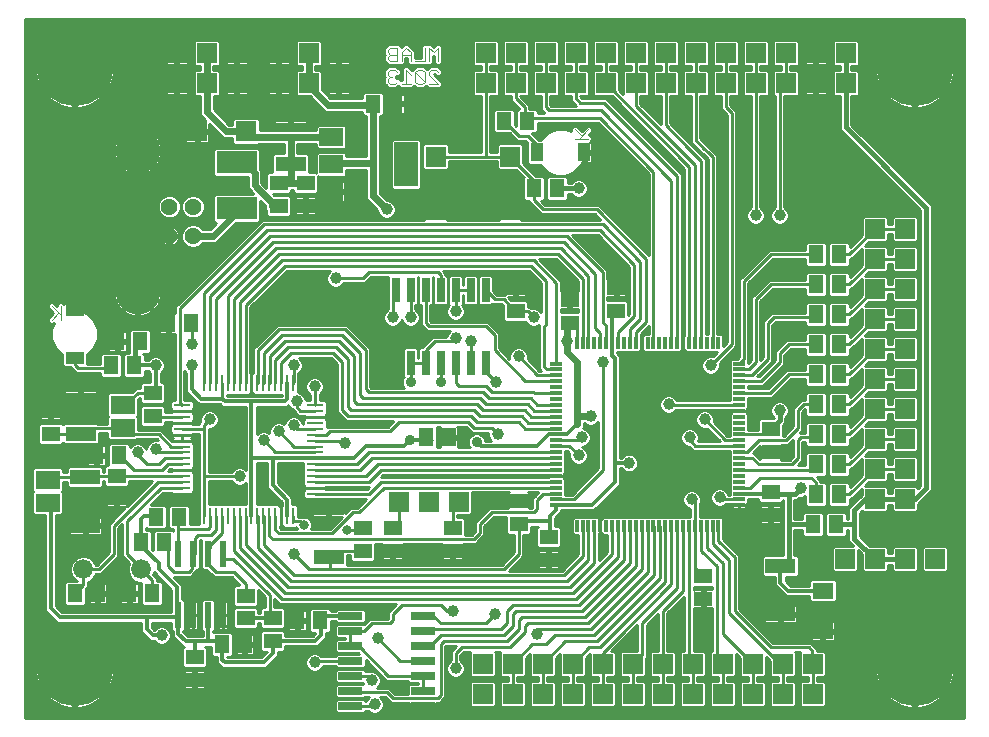
<source format=gbr>
G75*
G70*
%OFA0B0*%
%FSLAX24Y24*%
%IPPOS*%
%LPD*%
%AMOC8*
5,1,8,0,0,1.08239X$1,22.5*
%
%ADD10C,0.0040*%
%ADD11R,0.0236X0.0866*%
%ADD12R,0.0106X0.0571*%
%ADD13R,0.0571X0.0106*%
%ADD14R,0.0118X0.0394*%
%ADD15R,0.0394X0.0118*%
%ADD16R,0.0260X0.0800*%
%ADD17R,0.0800X0.0260*%
%ADD18R,0.0787X0.0591*%
%ADD19R,0.0787X0.1496*%
%ADD20C,0.0562*%
%ADD21C,0.1500*%
%ADD22R,0.0591X0.0512*%
%ADD23R,0.0512X0.0591*%
%ADD24R,0.0591X0.0413*%
%ADD25R,0.0650X0.0650*%
%ADD26R,0.0827X0.0591*%
%ADD27R,0.1000X0.0500*%
%ADD28C,0.0660*%
%ADD29R,0.0660X0.0660*%
%ADD30R,0.0413X0.0591*%
%ADD31R,0.0709X0.0551*%
%ADD32R,0.1339X0.0748*%
%ADD33R,0.0709X0.0669*%
%ADD34C,0.2540*%
%ADD35C,0.0100*%
%ADD36C,0.0396*%
%ADD37C,0.0357*%
%ADD38C,0.0317*%
%ADD39C,0.0120*%
%ADD40C,0.0160*%
%ADD41C,0.0240*%
D10*
X001782Y014269D02*
X002012Y014499D01*
X002089Y014422D02*
X001782Y014729D01*
X002089Y014729D02*
X002089Y014269D01*
X012990Y022214D02*
X013067Y022137D01*
X013220Y022137D01*
X013297Y022214D01*
X013451Y022137D02*
X013757Y022137D01*
X013604Y022137D02*
X013604Y022597D01*
X013757Y022444D01*
X013911Y022521D02*
X014218Y022214D01*
X014141Y022137D01*
X013988Y022137D01*
X013911Y022214D01*
X013911Y022521D01*
X013988Y022597D01*
X014141Y022597D01*
X014218Y022521D01*
X014218Y022214D01*
X014371Y022137D02*
X014678Y022137D01*
X014371Y022444D01*
X014371Y022521D01*
X014448Y022597D01*
X014602Y022597D01*
X014678Y022521D01*
X014678Y022882D02*
X014678Y023342D01*
X014525Y023189D01*
X014371Y023342D01*
X014371Y022882D01*
X014218Y022882D02*
X013911Y022882D01*
X013757Y022882D02*
X013757Y023189D01*
X013604Y023342D01*
X013451Y023189D01*
X013451Y022882D01*
X013297Y022882D02*
X013067Y022882D01*
X012990Y022958D01*
X012990Y023035D01*
X013067Y023112D01*
X013297Y023112D01*
X013451Y023112D02*
X013757Y023112D01*
X013297Y022882D02*
X013297Y023342D01*
X013067Y023342D01*
X012990Y023265D01*
X012990Y023189D01*
X013067Y023112D01*
X013067Y022597D02*
X012990Y022521D01*
X012990Y022444D01*
X013067Y022367D01*
X012990Y022291D01*
X012990Y022214D01*
X013067Y022367D02*
X013144Y022367D01*
X013297Y022521D02*
X013220Y022597D01*
X013067Y022597D01*
X014218Y022882D02*
X014218Y023342D01*
X019219Y020618D02*
X019449Y020388D01*
X019372Y020311D02*
X019679Y020618D01*
X019679Y020311D02*
X019219Y020311D01*
D11*
X007500Y006474D03*
X007000Y006474D03*
X006500Y006474D03*
X006000Y006474D03*
X006000Y004426D03*
X006500Y004426D03*
X007000Y004426D03*
X007500Y004426D03*
D12*
X007464Y007735D03*
X007267Y007735D03*
X007070Y007735D03*
X006874Y007735D03*
X007661Y007735D03*
X007858Y007735D03*
X008055Y007735D03*
X008252Y007735D03*
X008448Y007735D03*
X008645Y007735D03*
X008842Y007735D03*
X009039Y007735D03*
X009236Y007735D03*
X009433Y007735D03*
X009630Y007735D03*
X009826Y007735D03*
X009826Y012165D03*
X009630Y012165D03*
X009433Y012165D03*
X009236Y012165D03*
X009039Y012165D03*
X008842Y012165D03*
X008645Y012165D03*
X008448Y012165D03*
X008252Y012165D03*
X008055Y012165D03*
X007858Y012165D03*
X007661Y012165D03*
X007464Y012165D03*
X007267Y012165D03*
X007070Y012165D03*
X006874Y012165D03*
D13*
X006135Y011426D03*
X006135Y011230D03*
X006135Y011033D03*
X006135Y010836D03*
X006135Y010639D03*
X006135Y010442D03*
X006135Y010245D03*
X006135Y010048D03*
X006135Y009852D03*
X006135Y009655D03*
X006135Y009458D03*
X006135Y009261D03*
X006135Y009064D03*
X006135Y008867D03*
X006135Y008670D03*
X006135Y008474D03*
X010565Y008474D03*
X010565Y008670D03*
X010565Y008867D03*
X010565Y009064D03*
X010565Y009261D03*
X010565Y009458D03*
X010565Y009655D03*
X010565Y009852D03*
X010565Y010048D03*
X010565Y010245D03*
X010565Y010442D03*
X010565Y010639D03*
X010565Y010836D03*
X010565Y011033D03*
X010565Y011230D03*
X010565Y011426D03*
D14*
X019288Y013501D03*
X019485Y013501D03*
X019681Y013501D03*
X019878Y013501D03*
X020075Y013501D03*
X020272Y013501D03*
X020469Y013501D03*
X020666Y013501D03*
X020863Y013501D03*
X021059Y013501D03*
X021256Y013501D03*
X021453Y013501D03*
X021650Y013501D03*
X021847Y013501D03*
X022044Y013501D03*
X022241Y013501D03*
X022437Y013501D03*
X022634Y013501D03*
X022831Y013501D03*
X023028Y013501D03*
X023225Y013501D03*
X023422Y013501D03*
X023619Y013501D03*
X023815Y013501D03*
X024012Y013501D03*
X024012Y007399D03*
X023815Y007399D03*
X023619Y007399D03*
X023422Y007399D03*
X023225Y007399D03*
X023028Y007399D03*
X022831Y007399D03*
X022634Y007399D03*
X022437Y007399D03*
X022241Y007399D03*
X022044Y007399D03*
X021847Y007399D03*
X021650Y007399D03*
X021453Y007399D03*
X021256Y007399D03*
X021059Y007399D03*
X020863Y007399D03*
X020666Y007399D03*
X020469Y007399D03*
X020272Y007399D03*
X020075Y007399D03*
X019878Y007399D03*
X019681Y007399D03*
X019485Y007399D03*
X019288Y007399D03*
D15*
X018599Y008088D03*
X018599Y008285D03*
X018599Y008481D03*
X018599Y008678D03*
X018599Y008875D03*
X018599Y009072D03*
X018599Y009269D03*
X018599Y009466D03*
X018599Y009663D03*
X018599Y009859D03*
X018599Y010056D03*
X018599Y010253D03*
X018599Y010450D03*
X018599Y010647D03*
X018599Y010844D03*
X018599Y011041D03*
X018599Y011237D03*
X018599Y011434D03*
X018599Y011631D03*
X018599Y011828D03*
X018599Y012025D03*
X018599Y012222D03*
X018599Y012419D03*
X018599Y012615D03*
X018599Y012812D03*
X024701Y012812D03*
X024701Y012615D03*
X024701Y012419D03*
X024701Y012222D03*
X024701Y012025D03*
X024701Y011828D03*
X024701Y011631D03*
X024701Y011434D03*
X024701Y011237D03*
X024701Y011041D03*
X024701Y010844D03*
X024701Y010647D03*
X024701Y010450D03*
X024701Y010253D03*
X024701Y010056D03*
X024701Y009859D03*
X024701Y009663D03*
X024701Y009466D03*
X024701Y009269D03*
X024701Y009072D03*
X024701Y008875D03*
X024701Y008678D03*
X024701Y008481D03*
X024701Y008285D03*
X024701Y008088D03*
D16*
X016250Y012840D03*
X015750Y012840D03*
X015250Y012840D03*
X014750Y012840D03*
X014250Y012840D03*
X013750Y012840D03*
X013250Y012840D03*
X013250Y015260D03*
X013750Y015260D03*
X014250Y015260D03*
X014750Y015260D03*
X015250Y015260D03*
X015750Y015260D03*
X016250Y015260D03*
D17*
X014160Y004400D03*
X014160Y003900D03*
X014160Y003400D03*
X014160Y002900D03*
X014160Y002400D03*
X014160Y001900D03*
X014160Y001400D03*
X011740Y001400D03*
X011740Y001900D03*
X011740Y002400D03*
X011740Y002900D03*
X011740Y003400D03*
X011740Y003900D03*
X011740Y004400D03*
D18*
X011110Y018544D03*
X011110Y019450D03*
X011110Y020356D03*
D19*
X013590Y019450D03*
D20*
X006500Y018042D03*
X005713Y018042D03*
X005713Y017058D03*
X006500Y017058D03*
D21*
X004650Y015188D03*
X004650Y019912D03*
D22*
X009350Y018824D03*
X009350Y018076D03*
X010250Y018076D03*
X010250Y018824D03*
X017250Y015324D03*
X017250Y014576D03*
X019050Y014924D03*
X019050Y014176D03*
X020600Y014576D03*
X020600Y015324D03*
X025750Y010624D03*
X025750Y009876D03*
X025750Y008524D03*
X025750Y007776D03*
X023500Y005724D03*
X023500Y004976D03*
X018350Y006276D03*
X018350Y007024D03*
X017350Y007476D03*
X017350Y008224D03*
X015150Y007324D03*
X015150Y006576D03*
X013150Y006576D03*
X013150Y007324D03*
X012150Y007324D03*
X012150Y006576D03*
X009150Y004324D03*
X008250Y004326D03*
X008250Y005074D03*
X009150Y003576D03*
X006550Y003024D03*
X006550Y002276D03*
X003950Y008326D03*
X003950Y009074D03*
X001750Y010476D03*
X001750Y011224D03*
X005150Y011076D03*
X005150Y011824D03*
D23*
X004524Y012750D03*
X003776Y012750D03*
X003976Y013550D03*
X004724Y013550D03*
X005676Y014150D03*
X006424Y014150D03*
X004024Y009750D03*
X003276Y009750D03*
X005276Y007700D03*
X006024Y007700D03*
X005524Y006850D03*
X004776Y006850D03*
X005124Y005150D03*
X004376Y005150D03*
X003324Y005150D03*
X002576Y005150D03*
X007476Y003450D03*
X008224Y003450D03*
X009976Y004250D03*
X010724Y004250D03*
X014276Y010350D03*
X015024Y010350D03*
X017876Y018650D03*
X018624Y018650D03*
X017624Y020900D03*
X016876Y020900D03*
X013245Y021469D03*
X012497Y021469D03*
X027276Y016450D03*
X028024Y016450D03*
X028024Y015450D03*
X027276Y015450D03*
X027276Y014450D03*
X028024Y014450D03*
X028024Y013450D03*
X027276Y013450D03*
X027276Y012450D03*
X028024Y012450D03*
X028024Y011450D03*
X027276Y011450D03*
X027276Y010450D03*
X028024Y010450D03*
X028024Y009450D03*
X027276Y009450D03*
X027276Y008450D03*
X028024Y008450D03*
X027924Y007450D03*
X027176Y007450D03*
D24*
X002550Y013013D03*
X002550Y014587D03*
D25*
X005950Y022150D03*
X006950Y022150D03*
X007950Y022150D03*
X007950Y023150D03*
X006950Y023150D03*
X005950Y023150D03*
X009350Y023150D03*
X010350Y023150D03*
X011350Y023150D03*
X011350Y022150D03*
X010350Y022150D03*
X009350Y022150D03*
X016250Y022150D03*
X017250Y022150D03*
X017250Y023150D03*
X016250Y023150D03*
X018250Y023150D03*
X019250Y023150D03*
X019250Y022150D03*
X018250Y022150D03*
X020250Y022150D03*
X021250Y022150D03*
X022250Y022150D03*
X022250Y023150D03*
X021250Y023150D03*
X020250Y023150D03*
X023250Y023150D03*
X024250Y023150D03*
X025250Y023150D03*
X025250Y022150D03*
X024250Y022150D03*
X023250Y022150D03*
X026250Y022150D03*
X027250Y022150D03*
X027250Y023150D03*
X026250Y023150D03*
X028250Y023150D03*
X028250Y022150D03*
X029225Y017300D03*
X030225Y017300D03*
X030225Y016300D03*
X029225Y016300D03*
X029225Y015300D03*
X030225Y015300D03*
X030225Y014300D03*
X029225Y014300D03*
X029225Y013300D03*
X030225Y013300D03*
X030225Y012300D03*
X029225Y012300D03*
X029225Y011300D03*
X030225Y011300D03*
X030225Y010300D03*
X029225Y010300D03*
X029225Y009300D03*
X030225Y009300D03*
X030225Y008300D03*
X029225Y008300D03*
X029227Y007300D03*
X030227Y007300D03*
X030227Y006300D03*
X029227Y006300D03*
X028227Y006300D03*
X029227Y005300D03*
X030227Y005300D03*
X031227Y006300D03*
X028150Y002800D03*
X027150Y002800D03*
X026150Y002800D03*
X026150Y001800D03*
X027150Y001800D03*
X028150Y001800D03*
X025150Y001800D03*
X024150Y001800D03*
X024150Y002800D03*
X025150Y002800D03*
X023150Y002800D03*
X022150Y002800D03*
X021150Y002800D03*
X021150Y001800D03*
X022150Y001800D03*
X023150Y001800D03*
X020150Y001800D03*
X019150Y001800D03*
X018150Y001800D03*
X018150Y002800D03*
X019150Y002800D03*
X020150Y002800D03*
X017150Y002800D03*
X016150Y002800D03*
X016150Y001800D03*
X017150Y001800D03*
X015350Y008200D03*
X014350Y008200D03*
X013350Y008200D03*
D26*
X004150Y010656D03*
X004150Y011444D03*
X001650Y008944D03*
X001650Y008156D03*
D27*
X002900Y007400D03*
X002900Y009025D03*
X002750Y010475D03*
X002750Y012100D03*
X011025Y008000D03*
X011025Y006375D03*
X026078Y006074D03*
X026078Y004449D03*
X009750Y019475D03*
X009750Y021100D03*
D28*
X004761Y005950D03*
X002839Y005950D03*
D29*
X014585Y017939D03*
X014585Y019711D03*
X017065Y019711D03*
X017065Y017939D03*
D30*
X017963Y019850D03*
X019537Y019850D03*
D31*
X027490Y005236D03*
X027490Y003898D03*
D32*
X007950Y017982D03*
X007950Y019518D03*
D33*
X008257Y020550D03*
X006643Y020550D03*
D34*
X002550Y022650D03*
X002550Y002650D03*
X030550Y002650D03*
X030550Y022650D03*
D35*
X000900Y024300D02*
X000900Y001000D01*
X032200Y001000D01*
X032200Y024300D01*
X000900Y024300D01*
X000900Y024290D02*
X032200Y024290D01*
X032200Y024192D02*
X000900Y024192D01*
X000900Y024093D02*
X032200Y024093D01*
X032200Y023995D02*
X000900Y023995D01*
X000900Y023896D02*
X002110Y023896D01*
X002105Y023894D02*
X002229Y023932D01*
X002356Y023957D01*
X002485Y023970D01*
X002500Y023970D01*
X002500Y022700D01*
X002600Y022700D01*
X002600Y023970D01*
X002615Y023970D01*
X002744Y023957D01*
X002871Y023932D01*
X002995Y023894D01*
X003115Y023845D01*
X003229Y023784D01*
X003337Y023712D01*
X003438Y023629D01*
X003529Y023538D01*
X003612Y023437D01*
X003684Y023329D01*
X003745Y023215D01*
X003794Y023095D01*
X003832Y022971D01*
X003857Y022844D01*
X003870Y022715D01*
X003870Y022700D01*
X002600Y022700D01*
X002600Y022600D01*
X003870Y022600D01*
X003870Y022585D01*
X003857Y022456D01*
X003832Y022329D01*
X003794Y022205D01*
X003745Y022085D01*
X003684Y021971D01*
X003612Y021863D01*
X003529Y021762D01*
X003438Y021671D01*
X003337Y021588D01*
X003229Y021516D01*
X003115Y021455D01*
X002995Y021406D01*
X002871Y021368D01*
X002744Y021343D01*
X002615Y021330D01*
X002600Y021330D01*
X002600Y022600D01*
X002500Y022600D01*
X001230Y022600D01*
X001230Y022585D01*
X001243Y022456D01*
X001268Y022329D01*
X001306Y022205D01*
X001355Y022085D01*
X001416Y021971D01*
X001488Y021863D01*
X001571Y021762D01*
X001662Y021671D01*
X001763Y021588D01*
X001871Y021516D01*
X001985Y021455D01*
X002105Y021406D01*
X002229Y021368D01*
X002356Y021343D01*
X002485Y021330D01*
X002500Y021330D01*
X002500Y022600D01*
X002500Y022700D01*
X001230Y022700D01*
X001230Y022715D01*
X001243Y022844D01*
X001268Y022971D01*
X001306Y023095D01*
X001355Y023215D01*
X001416Y023329D01*
X001488Y023437D01*
X001571Y023538D01*
X001662Y023629D01*
X001763Y023712D01*
X001871Y023784D01*
X001985Y023845D01*
X002105Y023894D01*
X001897Y023798D02*
X000900Y023798D01*
X000900Y023699D02*
X001748Y023699D01*
X001634Y023601D02*
X000900Y023601D01*
X000900Y023502D02*
X001542Y023502D01*
X001466Y023404D02*
X000900Y023404D01*
X000900Y023305D02*
X001403Y023305D01*
X001352Y023207D02*
X000900Y023207D01*
X000900Y023108D02*
X001311Y023108D01*
X001280Y023010D02*
X000900Y023010D01*
X000900Y022911D02*
X001256Y022911D01*
X001240Y022813D02*
X000900Y022813D01*
X000900Y022714D02*
X001230Y022714D01*
X001237Y022517D02*
X000900Y022517D01*
X000900Y022419D02*
X001250Y022419D01*
X001271Y022320D02*
X000900Y022320D01*
X000900Y022222D02*
X001301Y022222D01*
X001340Y022123D02*
X000900Y022123D01*
X000900Y022025D02*
X001388Y022025D01*
X001446Y021926D02*
X000900Y021926D01*
X000900Y021828D02*
X001517Y021828D01*
X001604Y021729D02*
X000900Y021729D01*
X000900Y021631D02*
X001711Y021631D01*
X001847Y021532D02*
X000900Y021532D01*
X000900Y021434D02*
X002037Y021434D01*
X002434Y021335D02*
X000900Y021335D01*
X000900Y021237D02*
X006724Y021237D01*
X006724Y021335D02*
X002666Y021335D01*
X002600Y021335D02*
X002500Y021335D01*
X002500Y021434D02*
X002600Y021434D01*
X002600Y021532D02*
X002500Y021532D01*
X002500Y021631D02*
X002600Y021631D01*
X002600Y021729D02*
X002500Y021729D01*
X002500Y021828D02*
X002600Y021828D01*
X002600Y021926D02*
X002500Y021926D01*
X002500Y022025D02*
X002600Y022025D01*
X002600Y022123D02*
X002500Y022123D01*
X002500Y022222D02*
X002600Y022222D01*
X002600Y022320D02*
X002500Y022320D01*
X002500Y022419D02*
X002600Y022419D01*
X002600Y022517D02*
X002500Y022517D01*
X002500Y022616D02*
X000900Y022616D01*
X002500Y022714D02*
X002600Y022714D01*
X002600Y022616D02*
X006720Y022616D01*
X006720Y022585D02*
X006579Y022585D01*
X006515Y022521D01*
X006515Y021779D01*
X006579Y021715D01*
X006724Y021715D01*
X006724Y021107D01*
X006859Y020972D01*
X006896Y020935D01*
X006693Y020935D01*
X006693Y020600D01*
X007047Y020600D01*
X007047Y020784D01*
X007511Y020320D01*
X007793Y020320D01*
X007793Y020170D01*
X007857Y020105D01*
X008657Y020105D01*
X008677Y020126D01*
X009520Y020126D01*
X009520Y019835D01*
X009204Y019835D01*
X009140Y019771D01*
X009140Y019190D01*
X009009Y019190D01*
X008945Y019125D01*
X008945Y018681D01*
X008780Y018845D01*
X008780Y019245D01*
X008729Y019296D01*
X008729Y019937D01*
X008665Y020002D01*
X007235Y020002D01*
X007171Y019937D01*
X007171Y019098D01*
X007235Y019034D01*
X008320Y019034D01*
X008320Y018655D01*
X008455Y018520D01*
X008508Y018466D01*
X007235Y018466D01*
X007171Y018402D01*
X007171Y017563D01*
X007235Y017498D01*
X007273Y017498D01*
X007063Y017288D01*
X006823Y017288D01*
X006722Y017389D01*
X006578Y017449D01*
X006423Y017449D01*
X006279Y017389D01*
X006169Y017279D01*
X006109Y017136D01*
X006109Y016980D01*
X006169Y016836D01*
X006279Y016726D01*
X006423Y016667D01*
X006578Y016667D01*
X006722Y016726D01*
X006823Y016828D01*
X007253Y016828D01*
X007924Y017498D01*
X008665Y017498D01*
X008729Y017563D01*
X008729Y018245D01*
X008894Y018081D01*
X008894Y017981D01*
X008945Y017930D01*
X008945Y017775D01*
X009009Y017710D01*
X009691Y017710D01*
X009755Y017775D01*
X009755Y018377D01*
X009691Y018442D01*
X009183Y018442D01*
X009167Y018458D01*
X009691Y018458D01*
X009755Y018523D01*
X009755Y018594D01*
X009845Y018594D01*
X009845Y018523D01*
X009909Y018458D01*
X010591Y018458D01*
X010655Y018523D01*
X010655Y019060D01*
X010671Y019045D01*
X011549Y019045D01*
X011614Y019109D01*
X011614Y019260D01*
X012267Y019260D01*
X012267Y018307D01*
X012642Y017933D01*
X012642Y017889D01*
X012689Y017775D01*
X012775Y017689D01*
X012889Y017642D01*
X013011Y017642D01*
X013125Y017689D01*
X013211Y017775D01*
X013258Y017889D01*
X013258Y018011D01*
X013211Y018125D01*
X013125Y018211D01*
X013011Y018258D01*
X012967Y018258D01*
X012727Y018498D01*
X012727Y021064D01*
X012799Y021064D01*
X012863Y021128D01*
X012863Y021810D01*
X012799Y021874D01*
X012196Y021874D01*
X012131Y021810D01*
X012131Y021666D01*
X011081Y021666D01*
X010785Y021962D01*
X010785Y022521D01*
X010721Y022585D01*
X010580Y022585D01*
X010580Y022715D01*
X010721Y022715D01*
X010785Y022779D01*
X010785Y023521D01*
X010721Y023585D01*
X009979Y023585D01*
X009915Y023521D01*
X009915Y022779D01*
X009979Y022715D01*
X010120Y022715D01*
X010120Y022585D01*
X009979Y022585D01*
X009915Y022521D01*
X009915Y021779D01*
X009979Y021715D01*
X010382Y021715D01*
X010756Y021341D01*
X010890Y021206D01*
X012131Y021206D01*
X012131Y021128D01*
X012196Y021064D01*
X012267Y021064D01*
X012267Y019720D01*
X011614Y019720D01*
X011614Y019791D01*
X011549Y019855D01*
X010671Y019855D01*
X010606Y019791D01*
X010606Y019175D01*
X010591Y019190D01*
X010360Y019190D01*
X010360Y019771D01*
X010296Y019835D01*
X009980Y019835D01*
X009980Y020126D01*
X010606Y020126D01*
X010606Y020015D01*
X010671Y019950D01*
X011549Y019950D01*
X011614Y020015D01*
X011614Y020696D01*
X011549Y020761D01*
X010671Y020761D01*
X010606Y020696D01*
X010606Y020586D01*
X008721Y020586D01*
X008721Y020930D01*
X008657Y020995D01*
X007857Y020995D01*
X007793Y020930D01*
X007793Y020780D01*
X007701Y020780D01*
X007184Y021297D01*
X007184Y021715D01*
X007321Y021715D01*
X007385Y021779D01*
X007385Y022521D01*
X007321Y022585D01*
X007180Y022585D01*
X007180Y022715D01*
X007321Y022715D01*
X007385Y022779D01*
X007385Y023521D01*
X007321Y023585D01*
X006579Y023585D01*
X006515Y023521D01*
X006515Y022779D01*
X006579Y022715D01*
X006720Y022715D01*
X006720Y022585D01*
X006720Y022714D02*
X003870Y022714D01*
X003860Y022813D02*
X005576Y022813D01*
X005575Y022815D02*
X005583Y022797D01*
X005597Y022783D01*
X005615Y022775D01*
X005912Y022775D01*
X005912Y023112D01*
X005988Y023112D01*
X005988Y023188D01*
X006325Y023188D01*
X006325Y023485D01*
X006317Y023503D01*
X006303Y023517D01*
X006285Y023525D01*
X005988Y023525D01*
X005988Y023188D01*
X005912Y023188D01*
X005912Y023525D01*
X005615Y023525D01*
X005597Y023517D01*
X005583Y023503D01*
X005575Y023485D01*
X005575Y023188D01*
X005912Y023188D01*
X005912Y023112D01*
X005575Y023112D01*
X005575Y022815D01*
X005575Y022911D02*
X003844Y022911D01*
X003820Y023010D02*
X005575Y023010D01*
X005575Y023108D02*
X003789Y023108D01*
X003748Y023207D02*
X005575Y023207D01*
X005575Y023305D02*
X003697Y023305D01*
X003634Y023404D02*
X005575Y023404D01*
X005582Y023502D02*
X003558Y023502D01*
X003466Y023601D02*
X029634Y023601D01*
X029662Y023629D02*
X029571Y023538D01*
X029488Y023437D01*
X029416Y023329D01*
X029355Y023215D01*
X029306Y023095D01*
X029268Y022971D01*
X029243Y022844D01*
X029230Y022715D01*
X029230Y022700D01*
X030500Y022700D01*
X030500Y023970D01*
X030485Y023970D01*
X030356Y023957D01*
X030229Y023932D01*
X030105Y023894D01*
X029985Y023845D01*
X029871Y023784D01*
X029763Y023712D01*
X029662Y023629D01*
X029748Y023699D02*
X003352Y023699D01*
X003203Y023798D02*
X029897Y023798D01*
X030110Y023896D02*
X002990Y023896D01*
X002600Y023896D02*
X002500Y023896D01*
X002500Y023798D02*
X002600Y023798D01*
X002600Y023699D02*
X002500Y023699D01*
X002500Y023601D02*
X002600Y023601D01*
X002600Y023502D02*
X002500Y023502D01*
X002500Y023404D02*
X002600Y023404D01*
X002600Y023305D02*
X002500Y023305D01*
X002500Y023207D02*
X002600Y023207D01*
X002600Y023108D02*
X002500Y023108D01*
X002500Y023010D02*
X002600Y023010D01*
X002600Y022911D02*
X002500Y022911D01*
X002500Y022813D02*
X002600Y022813D01*
X003760Y022123D02*
X005912Y022123D01*
X005912Y022112D02*
X005575Y022112D01*
X005575Y021815D01*
X005583Y021797D01*
X005597Y021783D01*
X005615Y021775D01*
X005912Y021775D01*
X005912Y022112D01*
X005988Y022112D01*
X005988Y022188D01*
X006325Y022188D01*
X006325Y022485D01*
X006317Y022503D01*
X006303Y022517D01*
X006285Y022525D01*
X005988Y022525D01*
X005988Y022188D01*
X005912Y022188D01*
X005912Y022525D01*
X005615Y022525D01*
X005597Y022517D01*
X005583Y022503D01*
X005575Y022485D01*
X005575Y022188D01*
X005912Y022188D01*
X005912Y022112D01*
X005988Y022112D02*
X005988Y021775D01*
X006285Y021775D01*
X006303Y021783D01*
X006317Y021797D01*
X006325Y021815D01*
X006325Y022112D01*
X005988Y022112D01*
X005988Y022123D02*
X006515Y022123D01*
X006515Y022025D02*
X006325Y022025D01*
X006325Y021926D02*
X006515Y021926D01*
X006515Y021828D02*
X006325Y021828D01*
X006565Y021729D02*
X003496Y021729D01*
X003583Y021828D02*
X005575Y021828D01*
X005575Y021926D02*
X003654Y021926D01*
X003712Y022025D02*
X005575Y022025D01*
X005575Y022222D02*
X003799Y022222D01*
X003829Y022320D02*
X005575Y022320D01*
X005575Y022419D02*
X003850Y022419D01*
X003863Y022517D02*
X005596Y022517D01*
X005912Y022517D02*
X005988Y022517D01*
X005988Y022419D02*
X005912Y022419D01*
X005912Y022320D02*
X005988Y022320D01*
X005988Y022222D02*
X005912Y022222D01*
X005912Y022025D02*
X005988Y022025D01*
X005988Y021926D02*
X005912Y021926D01*
X005912Y021828D02*
X005988Y021828D01*
X006325Y022222D02*
X006515Y022222D01*
X006515Y022320D02*
X006325Y022320D01*
X006325Y022419D02*
X006515Y022419D01*
X006515Y022517D02*
X006304Y022517D01*
X006285Y022775D02*
X006303Y022783D01*
X006317Y022797D01*
X006325Y022815D01*
X006325Y023112D01*
X005988Y023112D01*
X005988Y022775D01*
X006285Y022775D01*
X006324Y022813D02*
X006515Y022813D01*
X006515Y022911D02*
X006325Y022911D01*
X006325Y023010D02*
X006515Y023010D01*
X006515Y023108D02*
X006325Y023108D01*
X006325Y023207D02*
X006515Y023207D01*
X006515Y023305D02*
X006325Y023305D01*
X006325Y023404D02*
X006515Y023404D01*
X006515Y023502D02*
X006318Y023502D01*
X005988Y023502D02*
X005912Y023502D01*
X005912Y023404D02*
X005988Y023404D01*
X005988Y023305D02*
X005912Y023305D01*
X005912Y023207D02*
X005988Y023207D01*
X005988Y023108D02*
X005912Y023108D01*
X005912Y023010D02*
X005988Y023010D01*
X005988Y022911D02*
X005912Y022911D01*
X005912Y022813D02*
X005988Y022813D01*
X007180Y022714D02*
X010120Y022714D01*
X010120Y022616D02*
X007180Y022616D01*
X007385Y022517D02*
X007596Y022517D01*
X007597Y022517D02*
X007583Y022503D01*
X007575Y022485D01*
X007575Y022188D01*
X007912Y022188D01*
X007912Y022525D01*
X007615Y022525D01*
X007597Y022517D01*
X007575Y022419D02*
X007385Y022419D01*
X007385Y022320D02*
X007575Y022320D01*
X007575Y022222D02*
X007385Y022222D01*
X007385Y022123D02*
X007912Y022123D01*
X007912Y022112D02*
X007575Y022112D01*
X007575Y021815D01*
X007583Y021797D01*
X007597Y021783D01*
X007615Y021775D01*
X007912Y021775D01*
X007912Y022112D01*
X007988Y022112D01*
X007988Y022188D01*
X008325Y022188D01*
X008325Y022485D01*
X008317Y022503D01*
X008303Y022517D01*
X008285Y022525D01*
X007988Y022525D01*
X007988Y022188D01*
X007912Y022188D01*
X007912Y022112D01*
X007988Y022112D02*
X007988Y021775D01*
X008285Y021775D01*
X008303Y021783D01*
X008317Y021797D01*
X008325Y021815D01*
X008325Y022112D01*
X007988Y022112D01*
X007988Y022123D02*
X009312Y022123D01*
X009312Y022112D02*
X008975Y022112D01*
X008975Y021815D01*
X008983Y021797D01*
X008997Y021783D01*
X009015Y021775D01*
X009312Y021775D01*
X009312Y022112D01*
X009388Y022112D01*
X009388Y022188D01*
X009725Y022188D01*
X009725Y022485D01*
X009717Y022503D01*
X009703Y022517D01*
X009685Y022525D01*
X009388Y022525D01*
X009388Y022188D01*
X009312Y022188D01*
X009312Y022525D01*
X009015Y022525D01*
X008997Y022517D01*
X008983Y022503D01*
X008975Y022485D01*
X008975Y022188D01*
X009312Y022188D01*
X009312Y022112D01*
X009388Y022112D02*
X009388Y021775D01*
X009685Y021775D01*
X009703Y021783D01*
X009717Y021797D01*
X009725Y021815D01*
X009725Y022112D01*
X009388Y022112D01*
X009388Y022123D02*
X009915Y022123D01*
X009915Y022025D02*
X009725Y022025D01*
X009725Y021926D02*
X009915Y021926D01*
X009915Y021828D02*
X009725Y021828D01*
X009965Y021729D02*
X007335Y021729D01*
X007385Y021828D02*
X007575Y021828D01*
X007575Y021926D02*
X007385Y021926D01*
X007385Y022025D02*
X007575Y022025D01*
X007912Y022025D02*
X007988Y022025D01*
X007988Y021926D02*
X007912Y021926D01*
X007912Y021828D02*
X007988Y021828D01*
X008325Y021828D02*
X008975Y021828D01*
X008975Y021926D02*
X008325Y021926D01*
X008325Y022025D02*
X008975Y022025D01*
X008975Y022222D02*
X008325Y022222D01*
X008325Y022320D02*
X008975Y022320D01*
X008975Y022419D02*
X008325Y022419D01*
X008304Y022517D02*
X008996Y022517D01*
X009015Y022775D02*
X009312Y022775D01*
X009312Y023112D01*
X009388Y023112D01*
X009388Y023188D01*
X009725Y023188D01*
X009725Y023485D01*
X009717Y023503D01*
X009703Y023517D01*
X009685Y023525D01*
X009388Y023525D01*
X009388Y023188D01*
X009312Y023188D01*
X009312Y023525D01*
X009015Y023525D01*
X008997Y023517D01*
X008983Y023503D01*
X008975Y023485D01*
X008975Y023188D01*
X009312Y023188D01*
X009312Y023112D01*
X008975Y023112D01*
X008975Y022815D01*
X008983Y022797D01*
X008997Y022783D01*
X009015Y022775D01*
X008976Y022813D02*
X008324Y022813D01*
X008325Y022815D02*
X008325Y023112D01*
X007988Y023112D01*
X007988Y023188D01*
X008325Y023188D01*
X008325Y023485D01*
X008317Y023503D01*
X008303Y023517D01*
X008285Y023525D01*
X007988Y023525D01*
X007988Y023188D01*
X007912Y023188D01*
X007912Y023525D01*
X007615Y023525D01*
X007597Y023517D01*
X007583Y023503D01*
X007575Y023485D01*
X007575Y023188D01*
X007912Y023188D01*
X007912Y023112D01*
X007988Y023112D01*
X007988Y022775D01*
X008285Y022775D01*
X008303Y022783D01*
X008317Y022797D01*
X008325Y022815D01*
X008325Y022911D02*
X008975Y022911D01*
X008975Y023010D02*
X008325Y023010D01*
X008325Y023108D02*
X008975Y023108D01*
X008975Y023207D02*
X008325Y023207D01*
X008325Y023305D02*
X008975Y023305D01*
X008975Y023404D02*
X008325Y023404D01*
X008318Y023502D02*
X008982Y023502D01*
X009312Y023502D02*
X009388Y023502D01*
X009388Y023404D02*
X009312Y023404D01*
X009312Y023305D02*
X009388Y023305D01*
X009388Y023207D02*
X009312Y023207D01*
X009312Y023108D02*
X009388Y023108D01*
X009388Y023112D02*
X009388Y022775D01*
X009685Y022775D01*
X009703Y022783D01*
X009717Y022797D01*
X009725Y022815D01*
X009725Y023112D01*
X009388Y023112D01*
X009388Y023010D02*
X009312Y023010D01*
X009312Y022911D02*
X009388Y022911D01*
X009388Y022813D02*
X009312Y022813D01*
X009312Y022517D02*
X009388Y022517D01*
X009388Y022419D02*
X009312Y022419D01*
X009312Y022320D02*
X009388Y022320D01*
X009388Y022222D02*
X009312Y022222D01*
X009312Y022025D02*
X009388Y022025D01*
X009388Y021926D02*
X009312Y021926D01*
X009312Y021828D02*
X009388Y021828D01*
X009240Y021400D02*
X009222Y021392D01*
X009208Y021378D01*
X009200Y021360D01*
X009200Y021150D01*
X009700Y021150D01*
X009700Y021400D01*
X009240Y021400D01*
X009200Y021335D02*
X007184Y021335D01*
X007184Y021434D02*
X010663Y021434D01*
X010565Y021532D02*
X007184Y021532D01*
X007184Y021631D02*
X010466Y021631D01*
X010278Y021392D02*
X010260Y021400D01*
X009800Y021400D01*
X009800Y021150D01*
X009700Y021150D01*
X009700Y021050D01*
X009200Y021050D01*
X009200Y020840D01*
X009208Y020822D01*
X009222Y020808D01*
X009240Y020800D01*
X009700Y020800D01*
X009700Y021050D01*
X009800Y021050D01*
X009800Y021150D01*
X010300Y021150D01*
X010300Y021360D01*
X010292Y021378D01*
X010278Y021392D01*
X010300Y021335D02*
X010762Y021335D01*
X010860Y021237D02*
X010300Y021237D01*
X010300Y021050D02*
X009800Y021050D01*
X009800Y020800D01*
X010260Y020800D01*
X010278Y020808D01*
X010292Y020822D01*
X010300Y020840D01*
X010300Y021050D01*
X010300Y021040D02*
X012267Y021040D01*
X012267Y020941D02*
X010300Y020941D01*
X010300Y020843D02*
X012267Y020843D01*
X012267Y020744D02*
X011566Y020744D01*
X011614Y020646D02*
X012267Y020646D01*
X012267Y020547D02*
X011614Y020547D01*
X011614Y020449D02*
X012267Y020449D01*
X012267Y020350D02*
X011614Y020350D01*
X011614Y020252D02*
X012267Y020252D01*
X012267Y020153D02*
X011614Y020153D01*
X011614Y020055D02*
X012267Y020055D01*
X012267Y019956D02*
X011555Y019956D01*
X011614Y019759D02*
X012267Y019759D01*
X012267Y019858D02*
X009980Y019858D01*
X009980Y019956D02*
X010665Y019956D01*
X010606Y020055D02*
X009980Y020055D01*
X009520Y020055D02*
X005438Y020055D01*
X005436Y020069D02*
X005409Y020170D01*
X005369Y020267D01*
X005317Y020358D01*
X005253Y020441D01*
X005179Y020515D01*
X005095Y020579D01*
X005005Y020631D01*
X004908Y020671D01*
X004806Y020699D01*
X004702Y020712D01*
X004700Y020712D01*
X004700Y019962D01*
X005450Y019962D01*
X005450Y019965D01*
X005436Y020069D01*
X005414Y020153D02*
X007809Y020153D01*
X007793Y020252D02*
X007047Y020252D01*
X007047Y020205D02*
X007047Y020500D01*
X006693Y020500D01*
X006693Y020600D01*
X006593Y020600D01*
X006593Y020935D01*
X006279Y020935D01*
X006260Y020927D01*
X006246Y020913D01*
X006239Y020895D01*
X006239Y020600D01*
X006593Y020600D01*
X006593Y020500D01*
X006693Y020500D01*
X006693Y020165D01*
X007007Y020165D01*
X007026Y020173D01*
X007040Y020187D01*
X007047Y020205D01*
X007047Y020350D02*
X007481Y020350D01*
X007382Y020449D02*
X007047Y020449D01*
X007047Y020646D02*
X007185Y020646D01*
X007087Y020744D02*
X007047Y020744D01*
X006890Y020941D02*
X000900Y020941D01*
X000900Y020843D02*
X006239Y020843D01*
X006239Y020744D02*
X000900Y020744D01*
X000900Y020646D02*
X004330Y020646D01*
X004295Y020631D02*
X004205Y020579D01*
X004121Y020515D01*
X004047Y020441D01*
X003983Y020358D01*
X003931Y020267D01*
X003891Y020170D01*
X003864Y020069D01*
X003850Y019965D01*
X003850Y019962D01*
X004600Y019962D01*
X004600Y019862D01*
X004700Y019862D01*
X004700Y019112D01*
X004702Y019112D01*
X004806Y019126D01*
X004908Y019153D01*
X005005Y019193D01*
X005095Y019246D01*
X005179Y019309D01*
X005253Y019384D01*
X005317Y019467D01*
X005369Y019558D01*
X005409Y019655D01*
X005436Y019756D01*
X005450Y019860D01*
X005450Y019862D01*
X004700Y019862D01*
X004700Y019962D01*
X004600Y019962D01*
X004600Y020712D01*
X004598Y020712D01*
X004494Y020699D01*
X004392Y020671D01*
X004295Y020631D01*
X004163Y020547D02*
X000900Y020547D01*
X000900Y020449D02*
X004055Y020449D01*
X003979Y020350D02*
X000900Y020350D01*
X000900Y020252D02*
X003925Y020252D01*
X003886Y020153D02*
X000900Y020153D01*
X000900Y020055D02*
X003862Y020055D01*
X003850Y019862D02*
X003850Y019860D01*
X003864Y019756D01*
X003891Y019655D01*
X003931Y019558D01*
X003983Y019467D01*
X004047Y019384D01*
X004121Y019309D01*
X004205Y019246D01*
X004295Y019193D01*
X004392Y019153D01*
X004494Y019126D01*
X004598Y019112D01*
X004600Y019112D01*
X004600Y019862D01*
X003850Y019862D01*
X003850Y019858D02*
X000900Y019858D01*
X000900Y019956D02*
X004600Y019956D01*
X004600Y019858D02*
X004700Y019858D01*
X004700Y019956D02*
X007189Y019956D01*
X007171Y019858D02*
X005450Y019858D01*
X005437Y019759D02*
X007171Y019759D01*
X007171Y019661D02*
X005411Y019661D01*
X005371Y019562D02*
X007171Y019562D01*
X007171Y019464D02*
X005314Y019464D01*
X005234Y019365D02*
X007171Y019365D01*
X007171Y019267D02*
X005123Y019267D01*
X004944Y019168D02*
X007171Y019168D01*
X007199Y019070D02*
X000900Y019070D01*
X000900Y019168D02*
X004356Y019168D01*
X004177Y019267D02*
X000900Y019267D01*
X000900Y019365D02*
X004066Y019365D01*
X003986Y019464D02*
X000900Y019464D01*
X000900Y019562D02*
X003929Y019562D01*
X003889Y019661D02*
X000900Y019661D01*
X000900Y019759D02*
X003863Y019759D01*
X004600Y019759D02*
X004700Y019759D01*
X004700Y019661D02*
X004600Y019661D01*
X004600Y019562D02*
X004700Y019562D01*
X004700Y019464D02*
X004600Y019464D01*
X004600Y019365D02*
X004700Y019365D01*
X004700Y019267D02*
X004600Y019267D01*
X004600Y019168D02*
X004700Y019168D01*
X005491Y018374D02*
X005381Y018264D01*
X005322Y018120D01*
X005322Y017964D01*
X005381Y017821D01*
X005491Y017711D01*
X005635Y017651D01*
X005791Y017651D01*
X005935Y017711D01*
X006045Y017821D01*
X006104Y017964D01*
X006104Y018120D01*
X006045Y018264D01*
X005935Y018374D01*
X005791Y018433D01*
X005635Y018433D01*
X005491Y018374D01*
X005507Y018380D02*
X000900Y018380D01*
X000900Y018282D02*
X005399Y018282D01*
X005348Y018183D02*
X000900Y018183D01*
X000900Y018085D02*
X005322Y018085D01*
X005322Y017986D02*
X000900Y017986D01*
X000900Y017888D02*
X005354Y017888D01*
X005413Y017789D02*
X000900Y017789D01*
X000900Y017691D02*
X005540Y017691D01*
X005616Y017376D02*
X005556Y017351D01*
X005502Y017315D01*
X005456Y017269D01*
X005420Y017215D01*
X005395Y017154D01*
X005383Y017098D01*
X005672Y017098D01*
X005672Y017017D01*
X005383Y017017D01*
X005395Y016961D01*
X005420Y016901D01*
X005456Y016847D01*
X005502Y016801D01*
X005556Y016764D01*
X005616Y016739D01*
X005672Y016728D01*
X005672Y017017D01*
X005754Y017017D01*
X005754Y017098D01*
X006043Y017098D01*
X006031Y017154D01*
X006006Y017215D01*
X005970Y017269D01*
X005924Y017315D01*
X005870Y017351D01*
X005810Y017376D01*
X005754Y017387D01*
X005754Y017098D01*
X005672Y017098D01*
X005672Y017387D01*
X005616Y017376D01*
X005672Y017297D02*
X005754Y017297D01*
X005754Y017198D02*
X005672Y017198D01*
X005672Y017100D02*
X005754Y017100D01*
X005754Y017017D02*
X006043Y017017D01*
X006031Y016961D01*
X006006Y016901D01*
X005970Y016847D01*
X005924Y016801D01*
X005870Y016764D01*
X005810Y016739D01*
X005754Y016728D01*
X005754Y017017D01*
X005754Y017001D02*
X005672Y017001D01*
X005672Y016903D02*
X005754Y016903D01*
X005754Y016804D02*
X005672Y016804D01*
X005499Y016804D02*
X000900Y016804D01*
X000900Y016706D02*
X006329Y016706D01*
X006201Y016804D02*
X005927Y016804D01*
X006007Y016903D02*
X006141Y016903D01*
X006109Y017001D02*
X006039Y017001D01*
X006042Y017100D02*
X006109Y017100D01*
X006135Y017198D02*
X006013Y017198D01*
X005943Y017297D02*
X006186Y017297D01*
X006292Y017395D02*
X000900Y017395D01*
X000900Y017297D02*
X005483Y017297D01*
X005413Y017198D02*
X000900Y017198D01*
X000900Y017100D02*
X005384Y017100D01*
X005387Y017001D02*
X000900Y017001D01*
X000900Y016903D02*
X005419Y016903D01*
X005886Y017691D02*
X006327Y017691D01*
X006279Y017711D02*
X006423Y017651D01*
X006578Y017651D01*
X006722Y017711D01*
X006832Y017821D01*
X006891Y017964D01*
X006891Y018120D01*
X006832Y018264D01*
X006722Y018374D01*
X006578Y018433D01*
X006423Y018433D01*
X006279Y018374D01*
X006169Y018264D01*
X006109Y018120D01*
X006109Y017964D01*
X006169Y017821D01*
X006279Y017711D01*
X006200Y017789D02*
X006013Y017789D01*
X006072Y017888D02*
X006141Y017888D01*
X006109Y017986D02*
X006104Y017986D01*
X006104Y018085D02*
X006109Y018085D01*
X006135Y018183D02*
X006078Y018183D01*
X006027Y018282D02*
X006187Y018282D01*
X006294Y018380D02*
X005919Y018380D01*
X006707Y018380D02*
X007171Y018380D01*
X007171Y018282D02*
X006814Y018282D01*
X006865Y018183D02*
X007171Y018183D01*
X007171Y018085D02*
X006891Y018085D01*
X006891Y017986D02*
X007171Y017986D01*
X007171Y017888D02*
X006860Y017888D01*
X006800Y017789D02*
X007171Y017789D01*
X007171Y017691D02*
X006674Y017691D01*
X006708Y017395D02*
X007170Y017395D01*
X007268Y017494D02*
X000900Y017494D01*
X000900Y017592D02*
X007171Y017592D01*
X007071Y017297D02*
X006815Y017297D01*
X006800Y016804D02*
X007978Y016804D01*
X008076Y016903D02*
X007328Y016903D01*
X007426Y017001D02*
X008175Y017001D01*
X008273Y017100D02*
X007525Y017100D01*
X007623Y017198D02*
X008372Y017198D01*
X008470Y017297D02*
X007722Y017297D01*
X007820Y017395D02*
X008569Y017395D01*
X008667Y017494D02*
X007919Y017494D01*
X007879Y016706D02*
X006672Y016706D01*
X007288Y016115D02*
X000900Y016115D01*
X000900Y016213D02*
X007387Y016213D01*
X007485Y016312D02*
X000900Y016312D01*
X000900Y016410D02*
X007584Y016410D01*
X007682Y016509D02*
X000900Y016509D01*
X000900Y016607D02*
X007781Y016607D01*
X007190Y016016D02*
X000900Y016016D01*
X000900Y015918D02*
X004321Y015918D01*
X004295Y015907D02*
X004205Y015854D01*
X004121Y015791D01*
X004047Y015716D01*
X003983Y015633D01*
X003931Y015542D01*
X003891Y015445D01*
X003864Y015344D01*
X003850Y015240D01*
X003850Y015238D01*
X004600Y015238D01*
X004600Y015988D01*
X004598Y015988D01*
X004494Y015974D01*
X004392Y015947D01*
X004295Y015907D01*
X004159Y015819D02*
X000900Y015819D01*
X000900Y015721D02*
X004051Y015721D01*
X003977Y015622D02*
X000900Y015622D01*
X000900Y015524D02*
X003923Y015524D01*
X003885Y015425D02*
X000900Y015425D01*
X000900Y015327D02*
X003861Y015327D01*
X003850Y015138D02*
X003850Y015135D01*
X003864Y015031D01*
X000900Y015031D01*
X000900Y014933D02*
X003890Y014933D01*
X003891Y014930D02*
X003931Y014833D01*
X003983Y014742D01*
X004047Y014659D01*
X004121Y014585D01*
X004205Y014521D01*
X004295Y014469D01*
X004392Y014429D01*
X004494Y014401D01*
X004598Y014388D01*
X004600Y014388D01*
X004600Y015138D01*
X003850Y015138D01*
X003851Y015130D02*
X000900Y015130D01*
X000900Y015228D02*
X004600Y015228D01*
X004600Y015238D02*
X004600Y015138D01*
X004700Y015138D01*
X004700Y015238D01*
X004600Y015238D01*
X004600Y015327D02*
X004700Y015327D01*
X004700Y015238D02*
X004700Y015988D01*
X004702Y015988D01*
X004806Y015974D01*
X004908Y015947D01*
X005005Y015907D01*
X005095Y015854D01*
X005179Y015791D01*
X005253Y015716D01*
X005317Y015633D01*
X005369Y015542D01*
X005409Y015445D01*
X005436Y015344D01*
X005450Y015240D01*
X005450Y015238D01*
X004700Y015238D01*
X004700Y015228D02*
X006402Y015228D01*
X006500Y015327D02*
X005439Y015327D01*
X005415Y015425D02*
X006599Y015425D01*
X006697Y015524D02*
X005377Y015524D01*
X005323Y015622D02*
X006796Y015622D01*
X006894Y015721D02*
X005249Y015721D01*
X005141Y015819D02*
X006993Y015819D01*
X007091Y015918D02*
X004979Y015918D01*
X004700Y015918D02*
X004600Y015918D01*
X004600Y015819D02*
X004700Y015819D01*
X004700Y015721D02*
X004600Y015721D01*
X004600Y015622D02*
X004700Y015622D01*
X004700Y015524D02*
X004600Y015524D01*
X004600Y015425D02*
X004700Y015425D01*
X004700Y015138D02*
X005450Y015138D01*
X005450Y015135D01*
X005436Y015031D01*
X006205Y015031D01*
X006303Y015130D02*
X005449Y015130D01*
X005436Y015031D02*
X005409Y014930D01*
X005369Y014833D01*
X005317Y014742D01*
X005253Y014659D01*
X005179Y014585D01*
X005095Y014521D01*
X005005Y014469D01*
X004908Y014429D01*
X004806Y014401D01*
X004702Y014388D01*
X004700Y014388D01*
X004700Y015138D01*
X004700Y015130D02*
X004600Y015130D01*
X004600Y015031D02*
X004700Y015031D01*
X004700Y014933D02*
X004600Y014933D01*
X004600Y014834D02*
X004700Y014834D01*
X004700Y014736D02*
X004600Y014736D01*
X004600Y014637D02*
X004700Y014637D01*
X004700Y014539D02*
X004600Y014539D01*
X004600Y014440D02*
X004700Y014440D01*
X004935Y014440D02*
X005370Y014440D01*
X005370Y014455D02*
X005370Y014200D01*
X005626Y014200D01*
X005626Y014495D01*
X005410Y014495D01*
X005392Y014488D01*
X005378Y014474D01*
X005370Y014455D01*
X005370Y014342D02*
X003114Y014342D01*
X003015Y014440D02*
X004365Y014440D01*
X004182Y014539D02*
X002809Y014539D01*
X002812Y014537D02*
X002705Y014581D01*
X002600Y014581D01*
X002600Y014637D01*
X004069Y014637D01*
X003989Y014736D02*
X002895Y014736D01*
X002895Y014804D02*
X002888Y014822D01*
X002874Y014836D01*
X002855Y014844D01*
X002600Y014844D01*
X002600Y014637D01*
X002895Y014637D01*
X002895Y014804D01*
X002876Y014834D02*
X003931Y014834D01*
X003891Y014930D02*
X003864Y015031D01*
X003212Y014243D02*
X005370Y014243D01*
X005370Y014100D02*
X005370Y013845D01*
X005378Y013826D01*
X005392Y013812D01*
X005410Y013805D01*
X005626Y013805D01*
X005626Y014100D01*
X005726Y014100D01*
X005726Y013805D01*
X005890Y013805D01*
X005890Y011590D01*
X005804Y011590D01*
X005740Y011525D01*
X005740Y011328D01*
X005800Y011268D01*
X005800Y011230D01*
X006135Y011230D01*
X006135Y011230D01*
X005800Y011230D01*
X005800Y011193D01*
X005555Y011193D01*
X005555Y011377D01*
X005491Y011442D01*
X004809Y011442D01*
X004745Y011377D01*
X004745Y010775D01*
X004809Y010710D01*
X005491Y010710D01*
X005555Y010775D01*
X005555Y010873D01*
X005800Y010873D01*
X005800Y010836D01*
X006135Y010836D01*
X006135Y010836D01*
X005800Y010836D01*
X005800Y010798D01*
X005740Y010738D01*
X005740Y010540D01*
X005800Y010480D01*
X005800Y010442D01*
X005800Y010379D01*
X005808Y010361D01*
X005822Y010347D01*
X005829Y010344D01*
X005822Y010341D01*
X005808Y010327D01*
X005800Y010308D01*
X005800Y010245D01*
X005800Y010226D01*
X005510Y010516D01*
X005416Y010610D01*
X004673Y010610D01*
X004673Y010997D01*
X004621Y011050D01*
X004673Y011103D01*
X004673Y011621D01*
X004716Y011664D01*
X004745Y011664D01*
X004745Y011523D01*
X004809Y011458D01*
X005491Y011458D01*
X005555Y011523D01*
X005555Y012125D01*
X005491Y012190D01*
X005420Y012190D01*
X005420Y012487D01*
X005425Y012489D01*
X005511Y012575D01*
X005558Y012689D01*
X005558Y012811D01*
X005511Y012925D01*
X005425Y013011D01*
X005311Y013058D01*
X005189Y013058D01*
X005075Y013011D01*
X004989Y012925D01*
X004987Y012920D01*
X004890Y012920D01*
X004890Y013091D01*
X004836Y013145D01*
X005025Y013145D01*
X005090Y013209D01*
X005090Y013891D01*
X005025Y013955D01*
X004423Y013955D01*
X004358Y013891D01*
X004358Y013209D01*
X004360Y013207D01*
X004360Y013155D01*
X004223Y013155D01*
X004158Y013091D01*
X004158Y012409D01*
X004223Y012345D01*
X004825Y012345D01*
X004890Y012409D01*
X004890Y012580D01*
X004987Y012580D01*
X004989Y012575D01*
X005075Y012489D01*
X005080Y012487D01*
X005080Y012190D01*
X004809Y012190D01*
X004745Y012125D01*
X004745Y011984D01*
X004584Y011984D01*
X004449Y011849D01*
X003691Y011849D01*
X003627Y011785D01*
X003627Y011103D01*
X003679Y011050D01*
X003627Y010997D01*
X003627Y010810D01*
X003321Y010810D01*
X003296Y010835D01*
X002204Y010835D01*
X002151Y010782D01*
X002091Y010842D01*
X001409Y010842D01*
X001345Y010777D01*
X001345Y010175D01*
X001409Y010110D01*
X002091Y010110D01*
X002150Y010169D01*
X002204Y010115D01*
X003296Y010115D01*
X003360Y010179D01*
X003360Y010490D01*
X003627Y010490D01*
X003627Y010315D01*
X003691Y010251D01*
X004609Y010251D01*
X004648Y010290D01*
X005284Y010290D01*
X005319Y010255D01*
X005311Y010258D01*
X005189Y010258D01*
X005075Y010211D01*
X004989Y010125D01*
X004942Y010011D01*
X004942Y009950D01*
X004911Y010025D01*
X004825Y010111D01*
X004711Y010158D01*
X004589Y010158D01*
X004475Y010111D01*
X004390Y010026D01*
X004390Y010091D01*
X004325Y010155D01*
X003723Y010155D01*
X003658Y010091D01*
X003658Y009440D01*
X003609Y009440D01*
X003545Y009375D01*
X003545Y009210D01*
X003510Y009210D01*
X003510Y009321D01*
X003446Y009385D01*
X002354Y009385D01*
X002290Y009321D01*
X002290Y009185D01*
X002173Y009185D01*
X002173Y009285D01*
X002109Y009349D01*
X001191Y009349D01*
X001127Y009285D01*
X001127Y008603D01*
X001179Y008550D01*
X001127Y008497D01*
X001127Y007815D01*
X001191Y007751D01*
X001580Y007751D01*
X001580Y004580D01*
X001880Y004280D01*
X001980Y004180D01*
X004780Y004180D01*
X004780Y003880D01*
X004880Y003780D01*
X005080Y003580D01*
X005187Y003580D01*
X005189Y003575D01*
X005275Y003489D01*
X005389Y003442D01*
X005511Y003442D01*
X005625Y003489D01*
X005711Y003575D01*
X005758Y003689D01*
X005758Y003811D01*
X005711Y003925D01*
X005625Y004011D01*
X005511Y004058D01*
X005389Y004058D01*
X005275Y004011D01*
X005202Y003938D01*
X005120Y004020D01*
X005120Y004180D01*
X005772Y004180D01*
X005772Y003948D01*
X005830Y003890D01*
X005830Y003730D01*
X006080Y003480D01*
X006180Y003380D01*
X006199Y003380D01*
X006145Y003325D01*
X006145Y002723D01*
X006209Y002658D01*
X006891Y002658D01*
X006955Y002723D01*
X006955Y003325D01*
X006901Y003380D01*
X007110Y003380D01*
X007110Y003109D01*
X007175Y003045D01*
X007306Y003045D01*
X007306Y002854D01*
X007380Y002780D01*
X007480Y002680D01*
X008920Y002680D01*
X009220Y002980D01*
X009320Y003080D01*
X009320Y003210D01*
X009491Y003210D01*
X009555Y003275D01*
X009555Y003406D01*
X010646Y003406D01*
X010820Y003580D01*
X010920Y003680D01*
X010920Y003845D01*
X011025Y003845D01*
X011090Y003909D01*
X011090Y004230D01*
X011230Y004230D01*
X011230Y004224D01*
X011294Y004160D01*
X012186Y004160D01*
X012250Y004224D01*
X012250Y004576D01*
X012186Y004640D01*
X011294Y004640D01*
X011230Y004576D01*
X011230Y004570D01*
X011090Y004570D01*
X011090Y004591D01*
X011025Y004655D01*
X010423Y004655D01*
X010358Y004591D01*
X010358Y003909D01*
X010423Y003845D01*
X010580Y003845D01*
X010580Y003820D01*
X010506Y003746D01*
X009555Y003746D01*
X009555Y003877D01*
X009491Y003942D01*
X008809Y003942D01*
X008745Y003877D01*
X008745Y003275D01*
X008809Y003210D01*
X008970Y003210D01*
X008780Y003020D01*
X007646Y003020D01*
X007646Y003045D01*
X007777Y003045D01*
X007842Y003109D01*
X007842Y003791D01*
X007777Y003855D01*
X007175Y003855D01*
X007170Y003851D01*
X007170Y003890D01*
X007228Y003948D01*
X007228Y004905D01*
X007164Y004969D01*
X006836Y004969D01*
X006772Y004905D01*
X006772Y003948D01*
X006830Y003890D01*
X006830Y003720D01*
X006320Y003720D01*
X006170Y003870D01*
X006170Y003890D01*
X006228Y003948D01*
X006228Y004905D01*
X006164Y004969D01*
X006120Y004969D01*
X006120Y005420D01*
X006020Y005520D01*
X005850Y005690D01*
X006416Y005690D01*
X006510Y005784D01*
X006610Y005884D01*
X006610Y005931D01*
X006664Y005931D01*
X006728Y005995D01*
X006728Y006940D01*
X006772Y006940D01*
X006772Y005995D01*
X006836Y005931D01*
X006943Y005931D01*
X007090Y005784D01*
X007184Y005690D01*
X007784Y005690D01*
X008034Y005440D01*
X007909Y005440D01*
X007845Y005375D01*
X007845Y004773D01*
X007909Y004708D01*
X008591Y004708D01*
X008655Y004773D01*
X008655Y005254D01*
X008890Y005019D01*
X008890Y004690D01*
X008809Y004690D01*
X008745Y004625D01*
X008745Y004494D01*
X008655Y004494D01*
X008655Y004627D01*
X008591Y004692D01*
X007909Y004692D01*
X007845Y004627D01*
X007845Y004025D01*
X007909Y003960D01*
X008591Y003960D01*
X008655Y004025D01*
X008655Y004154D01*
X008745Y004154D01*
X008745Y004023D01*
X008809Y003958D01*
X009491Y003958D01*
X009555Y004023D01*
X009555Y004625D01*
X009491Y004690D01*
X009210Y004690D01*
X009210Y004964D01*
X009384Y004790D01*
X013264Y004790D01*
X012990Y004516D01*
X012990Y004316D01*
X012984Y004310D01*
X012384Y004310D01*
X012290Y004216D01*
X012200Y004126D01*
X012186Y004140D01*
X011294Y004140D01*
X011230Y004076D01*
X011230Y003724D01*
X011294Y003660D01*
X011580Y003660D01*
X011580Y003640D01*
X011294Y003640D01*
X011230Y003576D01*
X011230Y003224D01*
X011294Y003160D01*
X012014Y003160D01*
X012034Y003140D01*
X011294Y003140D01*
X011230Y003076D01*
X011230Y003060D01*
X010776Y003060D01*
X010725Y003111D01*
X010611Y003158D01*
X010489Y003158D01*
X010375Y003111D01*
X010289Y003025D01*
X010242Y002911D01*
X010242Y002789D01*
X010289Y002675D01*
X010375Y002589D01*
X010489Y002542D01*
X010611Y002542D01*
X010725Y002589D01*
X010811Y002675D01*
X010838Y002740D01*
X011230Y002740D01*
X011230Y002724D01*
X011294Y002660D01*
X012186Y002660D01*
X012250Y002724D01*
X012250Y002924D01*
X012934Y002240D01*
X013650Y002240D01*
X013650Y002224D01*
X013714Y002160D01*
X014000Y002160D01*
X014000Y002140D01*
X013714Y002140D01*
X013650Y002076D01*
X013650Y001810D01*
X013216Y001810D01*
X013110Y001916D01*
X013016Y002010D01*
X012646Y002010D01*
X012711Y002075D01*
X012758Y002189D01*
X012758Y002311D01*
X012711Y002425D01*
X012625Y002511D01*
X012511Y002558D01*
X012389Y002558D01*
X012374Y002552D01*
X012366Y002560D01*
X012250Y002560D01*
X012250Y002576D01*
X012186Y002640D01*
X011294Y002640D01*
X011230Y002576D01*
X011230Y002224D01*
X011294Y002160D01*
X012154Y002160D01*
X012162Y002140D01*
X011294Y002140D01*
X011230Y002076D01*
X011230Y001724D01*
X011294Y001660D01*
X012186Y001660D01*
X012216Y001690D01*
X012354Y001690D01*
X012289Y001625D01*
X012262Y001560D01*
X012250Y001560D01*
X012250Y001576D01*
X012186Y001640D01*
X011294Y001640D01*
X011230Y001576D01*
X011230Y001224D01*
X011294Y001160D01*
X012186Y001160D01*
X012250Y001224D01*
X012250Y001240D01*
X012324Y001240D01*
X012375Y001189D01*
X012489Y001142D01*
X012611Y001142D01*
X012725Y001189D01*
X012811Y001275D01*
X012858Y001389D01*
X012858Y001511D01*
X012811Y001625D01*
X012746Y001690D01*
X012884Y001690D01*
X012990Y001584D01*
X013084Y001490D01*
X013710Y001490D01*
X013710Y001415D01*
X014145Y001415D01*
X014145Y001385D01*
X014175Y001385D01*
X014175Y001415D01*
X014610Y001415D01*
X014610Y001490D01*
X014716Y001490D01*
X014810Y001584D01*
X014910Y001684D01*
X014910Y003384D01*
X014916Y003390D01*
X015264Y003390D01*
X015090Y003216D01*
X015090Y002917D01*
X015075Y002911D01*
X014989Y002825D01*
X014942Y002711D01*
X014942Y002589D01*
X014989Y002475D01*
X015075Y002389D01*
X015189Y002342D01*
X015311Y002342D01*
X015425Y002389D01*
X015511Y002475D01*
X015558Y002589D01*
X015558Y002711D01*
X015511Y002825D01*
X015425Y002911D01*
X015410Y002917D01*
X015410Y003084D01*
X015516Y003190D01*
X015734Y003190D01*
X015715Y003171D01*
X015715Y002429D01*
X015779Y002365D01*
X016521Y002365D01*
X016585Y002429D01*
X016585Y003171D01*
X016566Y003190D01*
X016734Y003190D01*
X016715Y003171D01*
X016715Y002429D01*
X016779Y002365D01*
X016990Y002365D01*
X016990Y002235D01*
X016779Y002235D01*
X016715Y002171D01*
X016715Y001429D01*
X016779Y001365D01*
X017521Y001365D01*
X017585Y001429D01*
X017585Y002171D01*
X017521Y002235D01*
X017310Y002235D01*
X017310Y002365D01*
X017521Y002365D01*
X017585Y002429D01*
X017585Y003009D01*
X017715Y003139D01*
X017715Y002429D01*
X017779Y002365D01*
X017990Y002365D01*
X017990Y002235D01*
X017779Y002235D01*
X017715Y002171D01*
X017715Y001429D01*
X017779Y001365D01*
X018521Y001365D01*
X018585Y001429D01*
X018585Y002171D01*
X018521Y002235D01*
X018310Y002235D01*
X018310Y002365D01*
X018521Y002365D01*
X018585Y002429D01*
X018585Y003009D01*
X018715Y003139D01*
X018715Y002429D01*
X018779Y002365D01*
X018990Y002365D01*
X018990Y002235D01*
X018779Y002235D01*
X018715Y002171D01*
X018715Y001429D01*
X018779Y001365D01*
X019521Y001365D01*
X019585Y001429D01*
X019585Y002171D01*
X019521Y002235D01*
X019310Y002235D01*
X019310Y002365D01*
X019521Y002365D01*
X019585Y002429D01*
X019585Y003009D01*
X019715Y003139D01*
X019715Y002429D01*
X019779Y002365D01*
X019990Y002365D01*
X019990Y002235D01*
X019779Y002235D01*
X019715Y002171D01*
X019715Y001429D01*
X019779Y001365D01*
X020521Y001365D01*
X020585Y001429D01*
X020585Y002171D01*
X020521Y002235D01*
X020310Y002235D01*
X020310Y002365D01*
X020521Y002365D01*
X020585Y002429D01*
X020585Y003171D01*
X020521Y003235D01*
X020435Y003235D01*
X020754Y003554D01*
X021304Y004104D01*
X021304Y003235D01*
X020779Y003235D01*
X020715Y003171D01*
X020715Y002429D01*
X020779Y002365D01*
X020990Y002365D01*
X020990Y002235D01*
X020779Y002235D01*
X020715Y002171D01*
X020715Y001429D01*
X020779Y001365D01*
X021521Y001365D01*
X021585Y001429D01*
X021585Y002171D01*
X021521Y002235D01*
X021310Y002235D01*
X021310Y002365D01*
X021521Y002365D01*
X021585Y002429D01*
X021585Y003009D01*
X021624Y003048D01*
X021624Y004094D01*
X021990Y004460D01*
X021990Y003235D01*
X021779Y003235D01*
X021715Y003171D01*
X021715Y002429D01*
X021779Y002365D01*
X021990Y002365D01*
X021990Y002235D01*
X021779Y002235D01*
X021715Y002171D01*
X021715Y001429D01*
X021779Y001365D01*
X022521Y001365D01*
X022585Y001429D01*
X022585Y002171D01*
X022521Y002235D01*
X022310Y002235D01*
X022310Y002365D01*
X022521Y002365D01*
X022585Y002429D01*
X022585Y003171D01*
X022521Y003235D01*
X022310Y003235D01*
X022310Y004484D01*
X022868Y005042D01*
X022868Y003235D01*
X022779Y003235D01*
X022715Y003171D01*
X022715Y002429D01*
X022779Y002365D01*
X022990Y002365D01*
X022990Y002235D01*
X022779Y002235D01*
X022715Y002171D01*
X022715Y001429D01*
X022779Y001365D01*
X023521Y001365D01*
X023585Y001429D01*
X023585Y002171D01*
X023521Y002235D01*
X023310Y002235D01*
X023310Y002365D01*
X023521Y002365D01*
X023585Y002429D01*
X023585Y003171D01*
X023521Y003235D01*
X023188Y003235D01*
X023188Y004673D01*
X023195Y004670D01*
X023450Y004670D01*
X023450Y004926D01*
X023550Y004926D01*
X023550Y004670D01*
X023790Y004670D01*
X023790Y003235D01*
X023779Y003235D01*
X023715Y003171D01*
X023715Y002429D01*
X023779Y002365D01*
X023990Y002365D01*
X023990Y002235D01*
X023779Y002235D01*
X023715Y002171D01*
X023715Y001429D01*
X023779Y001365D01*
X024521Y001365D01*
X024585Y001429D01*
X024585Y002171D01*
X024521Y002235D01*
X024310Y002235D01*
X024310Y002365D01*
X024521Y002365D01*
X024585Y002429D01*
X024585Y003139D01*
X024715Y003009D01*
X024715Y002429D01*
X024779Y002365D01*
X024990Y002365D01*
X024990Y002235D01*
X024779Y002235D01*
X024715Y002171D01*
X024715Y001429D01*
X024779Y001365D01*
X025521Y001365D01*
X025585Y001429D01*
X025585Y002171D01*
X025521Y002235D01*
X025310Y002235D01*
X025310Y002365D01*
X025521Y002365D01*
X025585Y002429D01*
X025585Y003039D01*
X025715Y002909D01*
X025715Y002429D01*
X025779Y002365D01*
X025990Y002365D01*
X025990Y002235D01*
X025779Y002235D01*
X025715Y002171D01*
X025715Y001429D01*
X025779Y001365D01*
X026521Y001365D01*
X026585Y001429D01*
X026585Y002171D01*
X026521Y002235D01*
X026310Y002235D01*
X026310Y002365D01*
X026521Y002365D01*
X026585Y002429D01*
X026585Y003171D01*
X026566Y003190D01*
X026734Y003190D01*
X026715Y003171D01*
X026715Y002429D01*
X026779Y002365D01*
X026990Y002365D01*
X026990Y002235D01*
X026779Y002235D01*
X026715Y002171D01*
X026715Y001429D01*
X026779Y001365D01*
X027521Y001365D01*
X027585Y001429D01*
X027585Y002171D01*
X027521Y002235D01*
X027310Y002235D01*
X027310Y002365D01*
X027521Y002365D01*
X027585Y002429D01*
X027585Y003171D01*
X027521Y003235D01*
X027304Y003235D01*
X027304Y003312D01*
X027211Y003406D01*
X027106Y003510D01*
X025816Y003510D01*
X024710Y004616D01*
X024710Y006416D01*
X024616Y006510D01*
X024172Y006954D01*
X024172Y007147D01*
X024181Y007156D01*
X024181Y007641D01*
X024117Y007706D01*
X023385Y007706D01*
X023385Y008122D01*
X023426Y008221D01*
X023426Y008344D01*
X023379Y008457D01*
X023293Y008544D01*
X023179Y008591D01*
X023057Y008591D01*
X022944Y008544D01*
X022857Y008457D01*
X022810Y008344D01*
X022810Y008221D01*
X022857Y008108D01*
X022944Y008021D01*
X023057Y007975D01*
X023065Y007975D01*
X023065Y007706D01*
X020167Y007706D01*
X020107Y007646D01*
X020075Y007646D01*
X020043Y007646D01*
X019983Y007706D01*
X019183Y007706D01*
X019119Y007641D01*
X019119Y007156D01*
X019183Y007092D01*
X019325Y007092D01*
X019325Y006451D01*
X018784Y005910D01*
X017036Y005910D01*
X017510Y006384D01*
X017510Y007110D01*
X017691Y007110D01*
X017755Y007175D01*
X017755Y007380D01*
X017999Y007380D01*
X017945Y007325D01*
X017945Y006723D01*
X018009Y006658D01*
X018691Y006658D01*
X018755Y006723D01*
X018755Y007325D01*
X018691Y007390D01*
X018581Y007390D01*
X018581Y007664D01*
X018769Y007852D01*
X018769Y007918D01*
X019858Y007918D01*
X020620Y008680D01*
X020620Y008680D01*
X020720Y008780D01*
X020720Y009330D01*
X020762Y009330D01*
X020764Y009325D01*
X020850Y009239D01*
X020964Y009192D01*
X021086Y009192D01*
X021200Y009239D01*
X021286Y009325D01*
X021333Y009439D01*
X021333Y009561D01*
X021286Y009675D01*
X021200Y009761D01*
X021086Y009808D01*
X020964Y009808D01*
X020850Y009761D01*
X020764Y009675D01*
X020762Y009670D01*
X020720Y009670D01*
X020720Y013070D01*
X020639Y013152D01*
X020639Y013194D01*
X021361Y013194D01*
X021421Y013254D01*
X021453Y013254D01*
X021453Y013501D01*
X021453Y013501D01*
X021453Y013254D01*
X021485Y013254D01*
X021545Y013194D01*
X022739Y013194D01*
X022799Y013254D01*
X022831Y013254D01*
X022831Y013501D01*
X022831Y013501D01*
X022831Y013254D01*
X022863Y013254D01*
X022923Y013194D01*
X023968Y013194D01*
X023890Y013116D01*
X023826Y013052D01*
X023811Y013058D01*
X023689Y013058D01*
X023575Y013011D01*
X023489Y012925D01*
X023442Y012811D01*
X023442Y012689D01*
X023489Y012575D01*
X023575Y012489D01*
X023689Y012442D01*
X023811Y012442D01*
X023925Y012489D01*
X024011Y012575D01*
X024058Y012689D01*
X024058Y012811D01*
X024052Y012826D01*
X024116Y012890D01*
X024610Y013384D01*
X024610Y021216D01*
X024516Y021310D01*
X024410Y021416D01*
X024410Y021715D01*
X024621Y021715D01*
X024685Y021779D01*
X024685Y022521D01*
X024621Y022585D01*
X024410Y022585D01*
X024410Y022715D01*
X024621Y022715D01*
X024685Y022779D01*
X024685Y023521D01*
X024621Y023585D01*
X023879Y023585D01*
X023815Y023521D01*
X023815Y022779D01*
X023879Y022715D01*
X024090Y022715D01*
X024090Y022585D01*
X023879Y022585D01*
X023815Y022521D01*
X023815Y021779D01*
X023879Y021715D01*
X024090Y021715D01*
X024090Y021284D01*
X024184Y021190D01*
X024290Y021084D01*
X024290Y013516D01*
X024181Y013408D01*
X024181Y013744D01*
X024117Y013808D01*
X023975Y013808D01*
X023975Y019751D01*
X023716Y020010D01*
X023591Y020135D01*
X023410Y020316D01*
X023410Y021715D01*
X023621Y021715D01*
X023685Y021779D01*
X023685Y022521D01*
X023621Y022585D01*
X023410Y022585D01*
X023410Y022715D01*
X023621Y022715D01*
X023685Y022779D01*
X023685Y023521D01*
X023621Y023585D01*
X022879Y023585D01*
X022815Y023521D01*
X022815Y022779D01*
X022879Y022715D01*
X023090Y022715D01*
X023090Y022585D01*
X022879Y022585D01*
X022815Y022521D01*
X022815Y021779D01*
X022879Y021715D01*
X023090Y021715D01*
X023090Y020184D01*
X023365Y019909D01*
X023490Y019784D01*
X023655Y019618D01*
X023655Y013808D01*
X023582Y013808D01*
X023582Y019645D01*
X023266Y019960D01*
X023066Y020160D01*
X022410Y020816D01*
X022410Y021715D01*
X022621Y021715D01*
X022685Y021779D01*
X022685Y022521D01*
X022621Y022585D01*
X022410Y022585D01*
X022410Y022715D01*
X022621Y022715D01*
X022685Y022779D01*
X022685Y023521D01*
X022621Y023585D01*
X021879Y023585D01*
X021815Y023521D01*
X021815Y022779D01*
X021879Y022715D01*
X022090Y022715D01*
X022090Y022585D01*
X021879Y022585D01*
X021815Y022521D01*
X021815Y021779D01*
X021879Y021715D01*
X022090Y021715D01*
X022090Y020786D01*
X021410Y021466D01*
X021410Y021715D01*
X021621Y021715D01*
X021685Y021779D01*
X021685Y022521D01*
X021621Y022585D01*
X021410Y022585D01*
X021410Y022715D01*
X021621Y022715D01*
X021685Y022779D01*
X021685Y023521D01*
X021621Y023585D01*
X020879Y023585D01*
X020815Y023521D01*
X020815Y022779D01*
X020879Y022715D01*
X021090Y022715D01*
X021090Y022585D01*
X020879Y022585D01*
X020815Y022521D01*
X020815Y021811D01*
X020685Y021941D01*
X020685Y022521D01*
X020621Y022585D01*
X020410Y022585D01*
X020410Y022715D01*
X020621Y022715D01*
X020685Y022779D01*
X020685Y023521D01*
X020621Y023585D01*
X019879Y023585D01*
X019815Y023521D01*
X019815Y022779D01*
X019879Y022715D01*
X020090Y022715D01*
X020090Y022585D01*
X019879Y022585D01*
X019815Y022521D01*
X019815Y021779D01*
X019879Y021715D01*
X020459Y021715D01*
X022868Y019306D01*
X022868Y013753D01*
X022863Y013748D01*
X022831Y013748D01*
X022799Y013748D01*
X022794Y013753D01*
X022794Y019132D01*
X020266Y021660D01*
X019466Y021660D01*
X019411Y021715D01*
X019621Y021715D01*
X019685Y021779D01*
X019685Y022521D01*
X019621Y022585D01*
X019410Y022585D01*
X019410Y022715D01*
X019621Y022715D01*
X019685Y022779D01*
X019685Y023521D01*
X019621Y023585D01*
X018879Y023585D01*
X018815Y023521D01*
X018815Y022779D01*
X018879Y022715D01*
X019090Y022715D01*
X019090Y022585D01*
X018879Y022585D01*
X018815Y022521D01*
X018815Y021779D01*
X018879Y021715D01*
X019090Y021715D01*
X019090Y021584D01*
X019240Y021434D01*
X019264Y021410D01*
X018416Y021410D01*
X018410Y021416D01*
X018410Y021715D01*
X018621Y021715D01*
X018685Y021779D01*
X018685Y022521D01*
X018621Y022585D01*
X018410Y022585D01*
X018410Y022715D01*
X018621Y022715D01*
X018685Y022779D01*
X018685Y023521D01*
X018621Y023585D01*
X017879Y023585D01*
X017815Y023521D01*
X017815Y022779D01*
X017879Y022715D01*
X018090Y022715D01*
X018090Y022585D01*
X017879Y022585D01*
X017815Y022521D01*
X017815Y021779D01*
X017879Y021715D01*
X018090Y021715D01*
X018090Y021284D01*
X018214Y021160D01*
X017990Y021160D01*
X017990Y021241D01*
X017925Y021305D01*
X017710Y021305D01*
X017710Y021416D01*
X017616Y021510D01*
X017411Y021715D01*
X017621Y021715D01*
X017685Y021779D01*
X017685Y022521D01*
X017621Y022585D01*
X017410Y022585D01*
X017410Y022715D01*
X017621Y022715D01*
X017685Y022779D01*
X017685Y023521D01*
X017621Y023585D01*
X016879Y023585D01*
X016815Y023521D01*
X016815Y022779D01*
X016879Y022715D01*
X017090Y022715D01*
X017090Y022585D01*
X016879Y022585D01*
X016815Y022521D01*
X016815Y021779D01*
X016879Y021715D01*
X017090Y021715D01*
X017090Y021584D01*
X017368Y021305D01*
X017323Y021305D01*
X017258Y021241D01*
X017258Y020744D01*
X017242Y020760D01*
X017242Y021241D01*
X017177Y021305D01*
X016575Y021305D01*
X016510Y021241D01*
X016510Y020559D01*
X016575Y020495D01*
X017055Y020495D01*
X017310Y020240D01*
X017584Y020240D01*
X017646Y020178D01*
X017646Y019509D01*
X017710Y019445D01*
X018072Y019445D01*
X018087Y019407D01*
X018307Y019187D01*
X018595Y019069D01*
X018905Y019069D01*
X019193Y019187D01*
X019413Y019407D01*
X019453Y019505D01*
X019487Y019505D01*
X019487Y019588D01*
X019531Y019695D01*
X019531Y019800D01*
X019587Y019800D01*
X019587Y019505D01*
X019754Y019505D01*
X019772Y019512D01*
X019786Y019526D01*
X019794Y019545D01*
X019794Y019800D01*
X019587Y019800D01*
X019587Y019900D01*
X019794Y019900D01*
X019794Y020155D01*
X019786Y020174D01*
X019772Y020188D01*
X019754Y020195D01*
X019747Y020195D01*
X019809Y020257D01*
X019809Y020365D01*
X019733Y020441D01*
X019686Y020441D01*
X019809Y020564D01*
X019809Y020672D01*
X019733Y020748D01*
X019625Y020748D01*
X019449Y020572D01*
X019273Y020748D01*
X019165Y020748D01*
X019089Y020672D01*
X019089Y020564D01*
X019103Y020550D01*
X018905Y020631D01*
X018595Y020631D01*
X018307Y020513D01*
X018087Y020293D01*
X018072Y020255D01*
X018021Y020255D01*
X017810Y020466D01*
X017782Y020495D01*
X017925Y020495D01*
X017990Y020559D01*
X017990Y020840D01*
X019984Y020840D01*
X021687Y019137D01*
X021687Y016439D01*
X021666Y016460D01*
X020110Y018016D01*
X020016Y018110D01*
X018216Y018110D01*
X018082Y018245D01*
X018177Y018245D01*
X018242Y018309D01*
X018242Y018991D01*
X018177Y019055D01*
X017947Y019055D01*
X017505Y019497D01*
X017505Y020086D01*
X017441Y020151D01*
X016690Y020151D01*
X016625Y020086D01*
X016625Y019871D01*
X016410Y019871D01*
X016410Y021715D01*
X016621Y021715D01*
X016685Y021779D01*
X016685Y022521D01*
X016621Y022585D01*
X016410Y022585D01*
X016410Y022715D01*
X016621Y022715D01*
X016685Y022779D01*
X016685Y023521D01*
X016621Y023585D01*
X015879Y023585D01*
X015815Y023521D01*
X015815Y022779D01*
X015879Y022715D01*
X016090Y022715D01*
X016090Y022585D01*
X015879Y022585D01*
X015815Y022521D01*
X015815Y021779D01*
X015879Y021715D01*
X016090Y021715D01*
X016090Y019871D01*
X015025Y019871D01*
X015025Y020086D01*
X014960Y020151D01*
X014209Y020151D01*
X014145Y020086D01*
X014145Y019335D01*
X014209Y019271D01*
X014960Y019271D01*
X015025Y019335D01*
X015025Y019551D01*
X016625Y019551D01*
X016625Y019335D01*
X016690Y019271D01*
X017279Y019271D01*
X017534Y019015D01*
X017510Y018991D01*
X017510Y018309D01*
X017575Y018245D01*
X017690Y018245D01*
X017690Y018184D01*
X017784Y018090D01*
X018084Y017790D01*
X019884Y017790D01*
X020064Y017610D01*
X017445Y017610D01*
X017445Y017891D01*
X017114Y017891D01*
X017114Y017988D01*
X017017Y017988D01*
X017017Y018319D01*
X016725Y018319D01*
X016707Y018312D01*
X016693Y018297D01*
X016685Y018279D01*
X016685Y017988D01*
X017017Y017988D01*
X017017Y017891D01*
X016685Y017891D01*
X016685Y017610D01*
X014965Y017610D01*
X014965Y017891D01*
X014633Y017891D01*
X014633Y017988D01*
X014536Y017988D01*
X014536Y018319D01*
X014245Y018319D01*
X014227Y018312D01*
X014212Y018297D01*
X014205Y018279D01*
X014205Y017988D01*
X014536Y017988D01*
X014536Y017891D01*
X014205Y017891D01*
X014205Y017610D01*
X008784Y017610D01*
X005984Y014810D01*
X005890Y014716D01*
X005890Y014495D01*
X005726Y014495D01*
X005726Y014200D01*
X005626Y014200D01*
X005626Y014100D01*
X005370Y014100D01*
X005370Y014046D02*
X003294Y014046D01*
X003331Y013955D02*
X003213Y014243D01*
X002993Y014463D01*
X002895Y014503D01*
X002895Y014537D01*
X002812Y014537D01*
X002600Y014637D02*
X002500Y014637D01*
X002500Y014844D01*
X002245Y014844D01*
X002226Y014836D01*
X002212Y014822D01*
X002205Y014804D01*
X002205Y014797D01*
X002143Y014859D01*
X002035Y014859D01*
X001959Y014783D01*
X001959Y014736D01*
X001836Y014859D01*
X001728Y014859D01*
X001652Y014783D01*
X001652Y014675D01*
X001828Y014499D01*
X001652Y014323D01*
X001652Y014215D01*
X001728Y014139D01*
X001836Y014139D01*
X001850Y014153D01*
X001769Y013955D01*
X001769Y013645D01*
X001887Y013357D01*
X002107Y013137D01*
X002145Y013122D01*
X002145Y012760D01*
X002209Y012696D01*
X002390Y012696D01*
X002390Y012684D01*
X002490Y012584D01*
X002584Y012490D01*
X003410Y012490D01*
X003410Y012409D01*
X003475Y012345D01*
X004077Y012345D01*
X004142Y012409D01*
X004142Y013091D01*
X004077Y013155D01*
X003475Y013155D01*
X003410Y013091D01*
X003410Y012810D01*
X002955Y012810D01*
X002955Y013122D01*
X002993Y013137D01*
X003213Y013357D01*
X003331Y013645D01*
X003331Y013955D01*
X003331Y013948D02*
X004415Y013948D01*
X004358Y013849D02*
X004282Y013849D01*
X004282Y013855D02*
X004274Y013874D01*
X004260Y013888D01*
X004242Y013895D01*
X004026Y013895D01*
X004026Y013600D01*
X004282Y013600D01*
X004282Y013855D01*
X004282Y013751D02*
X004358Y013751D01*
X004358Y013652D02*
X004282Y013652D01*
X004358Y013554D02*
X004026Y013554D01*
X004026Y013600D02*
X004026Y013500D01*
X004282Y013500D01*
X004282Y013245D01*
X004274Y013226D01*
X004260Y013212D01*
X004242Y013205D01*
X004026Y013205D01*
X004026Y013500D01*
X003926Y013500D01*
X003926Y013205D01*
X003710Y013205D01*
X003692Y013212D01*
X003678Y013226D01*
X003670Y013245D01*
X003670Y013500D01*
X003926Y013500D01*
X003926Y013600D01*
X003926Y013895D01*
X003710Y013895D01*
X003692Y013888D01*
X003678Y013874D01*
X003670Y013855D01*
X003670Y013600D01*
X003926Y013600D01*
X004026Y013600D01*
X004026Y013652D02*
X003926Y013652D01*
X003926Y013554D02*
X003294Y013554D01*
X003331Y013652D02*
X003670Y013652D01*
X003670Y013751D02*
X003331Y013751D01*
X003331Y013849D02*
X003670Y013849D01*
X003926Y013849D02*
X004026Y013849D01*
X004026Y013751D02*
X003926Y013751D01*
X003926Y013455D02*
X004026Y013455D01*
X004026Y013357D02*
X003926Y013357D01*
X003926Y013258D02*
X004026Y013258D01*
X004142Y013061D02*
X004158Y013061D01*
X004158Y012963D02*
X004142Y012963D01*
X004142Y012864D02*
X004158Y012864D01*
X004158Y012766D02*
X004142Y012766D01*
X004142Y012667D02*
X004158Y012667D01*
X004158Y012569D02*
X004142Y012569D01*
X004142Y012470D02*
X004158Y012470D01*
X004196Y012372D02*
X004104Y012372D01*
X003776Y012750D02*
X003750Y012750D01*
X003650Y012650D01*
X002650Y012650D01*
X002550Y012750D01*
X002550Y013013D01*
X002407Y012667D02*
X000900Y012667D01*
X000900Y012569D02*
X002505Y012569D01*
X002700Y012400D02*
X002240Y012400D01*
X002222Y012392D01*
X002208Y012378D01*
X002200Y012360D01*
X002200Y012150D01*
X002700Y012150D01*
X002700Y012400D01*
X002700Y012372D02*
X002800Y012372D01*
X002800Y012400D02*
X002800Y012150D01*
X002700Y012150D01*
X002700Y012050D01*
X002200Y012050D01*
X002200Y011840D01*
X002208Y011822D01*
X002222Y011808D01*
X002240Y011800D01*
X002700Y011800D01*
X002700Y012050D01*
X002800Y012050D01*
X002800Y012150D01*
X003300Y012150D01*
X003300Y012360D01*
X003292Y012378D01*
X003278Y012392D01*
X003260Y012400D01*
X002800Y012400D01*
X002800Y012273D02*
X002700Y012273D01*
X002700Y012175D02*
X002800Y012175D01*
X002800Y012076D02*
X004745Y012076D01*
X004794Y012175D02*
X003300Y012175D01*
X003300Y012273D02*
X005080Y012273D01*
X005080Y012372D02*
X004852Y012372D01*
X004890Y012470D02*
X005080Y012470D01*
X004996Y012569D02*
X004890Y012569D01*
X004550Y012750D02*
X004524Y012750D01*
X004890Y012963D02*
X005027Y012963D01*
X004890Y013061D02*
X005890Y013061D01*
X005890Y012963D02*
X005473Y012963D01*
X005536Y012864D02*
X005890Y012864D01*
X005890Y012766D02*
X005558Y012766D01*
X005549Y012667D02*
X005890Y012667D01*
X005890Y012569D02*
X005504Y012569D01*
X005420Y012470D02*
X005890Y012470D01*
X005890Y012372D02*
X005420Y012372D01*
X005420Y012273D02*
X005890Y012273D01*
X005890Y012175D02*
X005506Y012175D01*
X005555Y012076D02*
X005890Y012076D01*
X005890Y011978D02*
X005555Y011978D01*
X005555Y011879D02*
X005890Y011879D01*
X005890Y011781D02*
X005555Y011781D01*
X005555Y011682D02*
X005890Y011682D01*
X005798Y011584D02*
X005555Y011584D01*
X005518Y011485D02*
X005740Y011485D01*
X005740Y011387D02*
X005546Y011387D01*
X005555Y011288D02*
X005780Y011288D01*
X006050Y011450D02*
X006112Y011450D01*
X006135Y011426D01*
X006050Y011450D02*
X006050Y014650D01*
X008850Y017450D01*
X020150Y017450D01*
X021400Y016200D01*
X021400Y014300D01*
X021059Y013959D01*
X021059Y013501D01*
X021256Y013501D02*
X021256Y013856D01*
X021600Y014200D01*
X021600Y016300D01*
X019950Y017950D01*
X018150Y017950D01*
X017850Y018250D01*
X017850Y018650D01*
X017850Y018750D01*
X017876Y018650D02*
X017876Y018900D01*
X017213Y019563D01*
X017065Y019711D01*
X016250Y019711D01*
X016250Y019836D01*
X016250Y022150D01*
X016250Y023150D01*
X016685Y023108D02*
X016815Y023108D01*
X016815Y023010D02*
X016685Y023010D01*
X016685Y022911D02*
X016815Y022911D01*
X016815Y022813D02*
X016685Y022813D01*
X016410Y022714D02*
X017090Y022714D01*
X017090Y022616D02*
X016410Y022616D01*
X016685Y022517D02*
X016815Y022517D01*
X016815Y022419D02*
X016685Y022419D01*
X016685Y022320D02*
X016815Y022320D01*
X016815Y022222D02*
X016685Y022222D01*
X016685Y022123D02*
X016815Y022123D01*
X016815Y022025D02*
X016685Y022025D01*
X016685Y021926D02*
X016815Y021926D01*
X016815Y021828D02*
X016685Y021828D01*
X016635Y021729D02*
X016865Y021729D01*
X017090Y021631D02*
X016410Y021631D01*
X016410Y021532D02*
X017142Y021532D01*
X017240Y021434D02*
X016410Y021434D01*
X016410Y021335D02*
X017339Y021335D01*
X017258Y021237D02*
X017242Y021237D01*
X017242Y021138D02*
X017258Y021138D01*
X017258Y021040D02*
X017242Y021040D01*
X017242Y020941D02*
X017258Y020941D01*
X017258Y020843D02*
X017242Y020843D01*
X017550Y020900D02*
X017600Y020850D01*
X017600Y020876D01*
X017624Y020900D01*
X017650Y020900D01*
X017750Y021000D01*
X020050Y021000D01*
X021847Y019203D01*
X021847Y013501D01*
X021687Y013808D02*
X021545Y013808D01*
X021485Y013748D01*
X021453Y013748D01*
X021421Y013748D01*
X021416Y013753D01*
X021416Y013790D01*
X021666Y014040D01*
X021687Y014061D01*
X021687Y013808D01*
X021687Y013849D02*
X021475Y013849D01*
X021488Y013751D02*
X021418Y013751D01*
X021453Y013748D02*
X021453Y013501D01*
X021453Y013501D01*
X021453Y013748D01*
X021453Y013652D02*
X021453Y013652D01*
X021453Y013554D02*
X021453Y013554D01*
X021453Y013455D02*
X021453Y013455D01*
X021453Y013357D02*
X021453Y013357D01*
X021453Y013258D02*
X021453Y013258D01*
X020720Y013061D02*
X023835Y013061D01*
X023933Y013160D02*
X020639Y013160D01*
X020720Y012963D02*
X023527Y012963D01*
X023464Y012864D02*
X020720Y012864D01*
X020720Y012766D02*
X023442Y012766D01*
X023451Y012667D02*
X020720Y012667D01*
X020720Y012569D02*
X023496Y012569D01*
X023621Y012470D02*
X020720Y012470D01*
X020720Y012372D02*
X024394Y012372D01*
X024394Y012470D02*
X023879Y012470D01*
X024004Y012569D02*
X024394Y012569D01*
X024394Y012667D02*
X024049Y012667D01*
X024058Y012766D02*
X024394Y012766D01*
X024394Y012864D02*
X024090Y012864D01*
X024189Y012963D02*
X024440Y012963D01*
X024459Y012981D02*
X024394Y012917D01*
X024394Y011594D01*
X022624Y011594D01*
X022611Y011625D01*
X022525Y011711D01*
X022411Y011758D01*
X022289Y011758D01*
X022175Y011711D01*
X022089Y011625D01*
X022042Y011511D01*
X022042Y011389D01*
X022089Y011275D01*
X022175Y011189D01*
X022289Y011142D01*
X022411Y011142D01*
X022525Y011189D01*
X022610Y011274D01*
X024450Y011274D01*
X024454Y011270D01*
X024454Y011237D01*
X024454Y011205D01*
X024394Y011145D01*
X024394Y010413D01*
X024313Y010413D01*
X023852Y010874D01*
X023858Y010889D01*
X023858Y011011D01*
X023811Y011125D01*
X023725Y011211D01*
X023611Y011258D01*
X023489Y011258D01*
X023375Y011211D01*
X023289Y011125D01*
X023242Y011011D01*
X023242Y010889D01*
X023289Y010775D01*
X023375Y010689D01*
X023489Y010642D01*
X023611Y010642D01*
X023626Y010648D01*
X024057Y010216D01*
X023328Y010216D01*
X023358Y010289D01*
X023358Y010411D01*
X023311Y010525D01*
X023225Y010611D01*
X023111Y010658D01*
X022989Y010658D01*
X022875Y010611D01*
X022789Y010525D01*
X022742Y010411D01*
X022742Y010289D01*
X022789Y010175D01*
X022875Y010089D01*
X022989Y010042D01*
X023032Y010042D01*
X023177Y009896D01*
X024394Y009896D01*
X024394Y008445D01*
X024344Y008445D01*
X024311Y008525D01*
X024225Y008611D01*
X024111Y008658D01*
X023989Y008658D01*
X023875Y008611D01*
X023789Y008525D01*
X023742Y008411D01*
X023742Y008289D01*
X023789Y008175D01*
X023875Y008089D01*
X023989Y008042D01*
X024111Y008042D01*
X024225Y008089D01*
X024260Y008125D01*
X024450Y008125D01*
X024454Y008120D01*
X024454Y008088D01*
X024701Y008088D01*
X024701Y008088D01*
X024454Y008088D01*
X024454Y008019D01*
X024462Y008000D01*
X024476Y007986D01*
X024494Y007979D01*
X024701Y007979D01*
X024701Y008088D01*
X024948Y008088D01*
X024948Y008120D01*
X025008Y008180D01*
X025008Y008311D01*
X025345Y008311D01*
X025345Y008223D01*
X025409Y008158D01*
X026091Y008158D01*
X026155Y008223D01*
X026155Y008260D01*
X026167Y008260D01*
X026167Y006434D01*
X025532Y006434D01*
X025468Y006369D01*
X025468Y005778D01*
X025532Y005714D01*
X025911Y005714D01*
X025911Y005430D01*
X026010Y005331D01*
X026275Y005066D01*
X027026Y005066D01*
X027026Y004915D01*
X027091Y004851D01*
X027890Y004851D01*
X027955Y004915D01*
X027955Y005557D01*
X027890Y005622D01*
X027091Y005622D01*
X027026Y005557D01*
X027026Y005406D01*
X026416Y005406D01*
X026251Y005571D01*
X026251Y005714D01*
X026623Y005714D01*
X026688Y005778D01*
X026688Y006369D01*
X026623Y006434D01*
X026547Y006434D01*
X026547Y007268D01*
X026810Y007268D01*
X026810Y007109D01*
X026875Y007045D01*
X027477Y007045D01*
X027542Y007109D01*
X027542Y007791D01*
X027477Y007855D01*
X026875Y007855D01*
X026810Y007791D01*
X026810Y007648D01*
X026547Y007648D01*
X026547Y008260D01*
X026629Y008260D01*
X026711Y008342D01*
X026811Y008342D01*
X026910Y008383D01*
X026910Y008109D01*
X026975Y008045D01*
X027577Y008045D01*
X027642Y008109D01*
X027642Y008791D01*
X027577Y008855D01*
X027410Y008855D01*
X027410Y008916D01*
X027316Y009010D01*
X027282Y009045D01*
X027577Y009045D01*
X027642Y009109D01*
X027642Y009791D01*
X027577Y009855D01*
X026975Y009855D01*
X026910Y009791D01*
X026910Y009429D01*
X026655Y009429D01*
X026716Y009490D01*
X026810Y009584D01*
X026810Y010184D01*
X026816Y010190D01*
X026910Y010190D01*
X026910Y010109D01*
X026975Y010045D01*
X027577Y010045D01*
X027642Y010109D01*
X027642Y010791D01*
X027577Y010855D01*
X026975Y010855D01*
X026910Y010791D01*
X026910Y010510D01*
X026736Y010510D01*
X026810Y010584D01*
X026810Y011184D01*
X026910Y011284D01*
X026910Y011109D01*
X026975Y011045D01*
X027577Y011045D01*
X027642Y011109D01*
X027642Y011791D01*
X027577Y011855D01*
X026975Y011855D01*
X026910Y011791D01*
X026910Y011610D01*
X026784Y011610D01*
X026690Y011516D01*
X026490Y011316D01*
X026490Y010716D01*
X026184Y010410D01*
X026155Y010410D01*
X026155Y010761D01*
X026240Y010845D01*
X026240Y011004D01*
X026311Y011075D01*
X026358Y011189D01*
X026358Y011311D01*
X026311Y011425D01*
X026225Y011511D01*
X026111Y011558D01*
X025989Y011558D01*
X025875Y011511D01*
X025789Y011425D01*
X025742Y011311D01*
X025742Y011189D01*
X025789Y011075D01*
X025860Y011004D01*
X025860Y011003D01*
X025847Y010990D01*
X025409Y010990D01*
X025345Y010925D01*
X025345Y010610D01*
X025008Y010610D01*
X025008Y011145D01*
X024948Y011205D01*
X024948Y011237D01*
X024701Y011237D01*
X024454Y011237D01*
X024701Y011237D01*
X024701Y011237D01*
X024701Y011237D01*
X024948Y011237D01*
X024948Y011270D01*
X025008Y011330D01*
X025008Y011668D01*
X025794Y011668D01*
X026416Y012290D01*
X026910Y012290D01*
X026910Y012109D01*
X026975Y012045D01*
X027577Y012045D01*
X027642Y012109D01*
X027642Y012791D01*
X027577Y012855D01*
X026975Y012855D01*
X026910Y012791D01*
X026910Y012610D01*
X026284Y012610D01*
X026190Y012516D01*
X025662Y011988D01*
X025008Y011988D01*
X025008Y012062D01*
X025488Y012062D01*
X026116Y012690D01*
X026210Y012784D01*
X026210Y013084D01*
X026416Y013290D01*
X026910Y013290D01*
X026910Y013109D01*
X026975Y013045D01*
X027577Y013045D01*
X027642Y013109D01*
X027642Y013791D01*
X027577Y013855D01*
X026975Y013855D01*
X026910Y013791D01*
X026910Y013610D01*
X026284Y013610D01*
X026190Y013516D01*
X025890Y013216D01*
X025890Y012916D01*
X025355Y012382D01*
X025308Y012382D01*
X025716Y012790D01*
X025810Y012884D01*
X025810Y014084D01*
X025916Y014190D01*
X026910Y014190D01*
X026910Y014109D01*
X026975Y014045D01*
X027577Y014045D01*
X027642Y014109D01*
X027642Y014791D01*
X027577Y014855D01*
X026975Y014855D01*
X026910Y014791D01*
X026910Y014510D01*
X025784Y014510D01*
X025690Y014416D01*
X025490Y014216D01*
X025490Y013016D01*
X025410Y012936D01*
X025410Y014884D01*
X025816Y015290D01*
X026910Y015290D01*
X026910Y015109D01*
X026975Y015045D01*
X027577Y015045D01*
X027642Y015109D01*
X027642Y015791D01*
X027577Y015855D01*
X026975Y015855D01*
X026910Y015791D01*
X026910Y015610D01*
X025684Y015610D01*
X025184Y015110D01*
X025090Y015016D01*
X025090Y012916D01*
X025008Y012834D01*
X025008Y012893D01*
X025010Y012895D01*
X025010Y015484D01*
X025816Y016290D01*
X026910Y016290D01*
X026910Y016109D01*
X026975Y016045D01*
X027577Y016045D01*
X027642Y016109D01*
X027642Y016791D01*
X027577Y016855D01*
X026975Y016855D01*
X026910Y016791D01*
X026910Y016610D01*
X025684Y016610D01*
X024784Y015710D01*
X024690Y015616D01*
X024690Y013027D01*
X024644Y012981D01*
X024459Y012981D01*
X024287Y013061D02*
X024690Y013061D01*
X024690Y013160D02*
X024386Y013160D01*
X024484Y013258D02*
X024690Y013258D01*
X024690Y013357D02*
X024583Y013357D01*
X024610Y013455D02*
X024690Y013455D01*
X024690Y013554D02*
X024610Y013554D01*
X024610Y013652D02*
X024690Y013652D01*
X024690Y013751D02*
X024610Y013751D01*
X024610Y013849D02*
X024690Y013849D01*
X024690Y013948D02*
X024610Y013948D01*
X024610Y014046D02*
X024690Y014046D01*
X024690Y014145D02*
X024610Y014145D01*
X024610Y014243D02*
X024690Y014243D01*
X024690Y014342D02*
X024610Y014342D01*
X024610Y014440D02*
X024690Y014440D01*
X024690Y014539D02*
X024610Y014539D01*
X024610Y014637D02*
X024690Y014637D01*
X024690Y014736D02*
X024610Y014736D01*
X024610Y014834D02*
X024690Y014834D01*
X024690Y014933D02*
X024610Y014933D01*
X024610Y015031D02*
X024690Y015031D01*
X024690Y015130D02*
X024610Y015130D01*
X024610Y015228D02*
X024690Y015228D01*
X024690Y015327D02*
X024610Y015327D01*
X024610Y015425D02*
X024690Y015425D01*
X024690Y015524D02*
X024610Y015524D01*
X024610Y015622D02*
X024696Y015622D01*
X024610Y015721D02*
X024794Y015721D01*
X024893Y015819D02*
X024610Y015819D01*
X024610Y015918D02*
X024991Y015918D01*
X025090Y016016D02*
X024610Y016016D01*
X024610Y016115D02*
X025188Y016115D01*
X025287Y016213D02*
X024610Y016213D01*
X024610Y016312D02*
X025385Y016312D01*
X025484Y016410D02*
X024610Y016410D01*
X024610Y016509D02*
X025582Y016509D01*
X025681Y016607D02*
X024610Y016607D01*
X024610Y016706D02*
X026910Y016706D01*
X026923Y016804D02*
X024610Y016804D01*
X024610Y016903D02*
X028601Y016903D01*
X028700Y017001D02*
X024610Y017001D01*
X024610Y017100D02*
X028790Y017100D01*
X028790Y017091D02*
X028390Y016691D01*
X028390Y016791D01*
X028325Y016855D01*
X027723Y016855D01*
X027658Y016791D01*
X027658Y016109D01*
X027723Y016045D01*
X028325Y016045D01*
X028390Y016109D01*
X028390Y016290D01*
X028441Y016290D01*
X028790Y016639D01*
X028790Y016091D01*
X028390Y015691D01*
X028390Y015791D01*
X028325Y015855D01*
X027723Y015855D01*
X027658Y015791D01*
X027658Y015109D01*
X027723Y015045D01*
X028325Y015045D01*
X028390Y015109D01*
X028390Y015290D01*
X028441Y015290D01*
X028790Y015639D01*
X028790Y015091D01*
X028390Y014691D01*
X028390Y014791D01*
X028325Y014855D01*
X027723Y014855D01*
X027658Y014791D01*
X027658Y014109D01*
X027723Y014045D01*
X028325Y014045D01*
X028390Y014109D01*
X028390Y014290D01*
X028441Y014290D01*
X028790Y014639D01*
X028790Y014091D01*
X028390Y013691D01*
X028390Y013791D01*
X028325Y013855D01*
X027723Y013855D01*
X027658Y013791D01*
X027658Y013109D01*
X027723Y013045D01*
X028325Y013045D01*
X028390Y013109D01*
X028390Y013290D01*
X028441Y013290D01*
X028535Y013384D01*
X028790Y013639D01*
X028790Y013091D01*
X028390Y012691D01*
X028390Y012791D01*
X028325Y012855D01*
X027723Y012855D01*
X027658Y012791D01*
X027658Y012109D01*
X027723Y012045D01*
X028325Y012045D01*
X028390Y012109D01*
X028390Y012290D01*
X028441Y012290D01*
X028790Y012639D01*
X028790Y012091D01*
X028390Y011691D01*
X028390Y011791D01*
X028325Y011855D01*
X027723Y011855D01*
X027658Y011791D01*
X027658Y011109D01*
X027723Y011045D01*
X028325Y011045D01*
X028390Y011109D01*
X028390Y011290D01*
X028441Y011290D01*
X028790Y011639D01*
X028790Y011091D01*
X028372Y011091D01*
X028390Y011190D02*
X028790Y011190D01*
X028790Y011288D02*
X028390Y011288D01*
X028375Y011450D02*
X028024Y011450D01*
X028375Y011450D02*
X029225Y012300D01*
X030225Y012300D01*
X030660Y012273D02*
X030742Y012273D01*
X030742Y012175D02*
X030660Y012175D01*
X030660Y012076D02*
X030742Y012076D01*
X030742Y011978D02*
X030660Y011978D01*
X030660Y011929D02*
X030660Y012671D01*
X030596Y012735D01*
X029854Y012735D01*
X029790Y012671D01*
X029790Y012460D01*
X029660Y012460D01*
X029660Y012671D01*
X029596Y012735D01*
X028886Y012735D01*
X029016Y012865D01*
X029596Y012865D01*
X029660Y012929D01*
X029660Y013140D01*
X029790Y013140D01*
X029790Y012929D01*
X029854Y012865D01*
X030596Y012865D01*
X030660Y012929D01*
X030660Y013671D01*
X030596Y013735D01*
X029854Y013735D01*
X029790Y013671D01*
X029790Y013460D01*
X029660Y013460D01*
X029660Y013671D01*
X029596Y013735D01*
X028886Y013735D01*
X029016Y013865D01*
X029596Y013865D01*
X029660Y013929D01*
X029660Y014140D01*
X029790Y014140D01*
X029790Y013929D01*
X029854Y013865D01*
X030596Y013865D01*
X030660Y013929D01*
X030660Y014671D01*
X030596Y014735D01*
X029854Y014735D01*
X029790Y014671D01*
X029790Y014460D01*
X029660Y014460D01*
X029660Y014671D01*
X029596Y014735D01*
X028886Y014735D01*
X029016Y014865D01*
X029596Y014865D01*
X029660Y014929D01*
X029660Y015140D01*
X029790Y015140D01*
X029790Y014929D01*
X029854Y014865D01*
X030596Y014865D01*
X030660Y014929D01*
X030660Y015671D01*
X030596Y015735D01*
X029854Y015735D01*
X029790Y015671D01*
X029790Y015460D01*
X029660Y015460D01*
X029660Y015671D01*
X029596Y015735D01*
X028886Y015735D01*
X029016Y015865D01*
X029596Y015865D01*
X029660Y015929D01*
X029660Y016140D01*
X029790Y016140D01*
X029790Y015929D01*
X029854Y015865D01*
X030596Y015865D01*
X030660Y015929D01*
X030660Y016671D01*
X030596Y016735D01*
X029854Y016735D01*
X029790Y016671D01*
X029790Y016460D01*
X029660Y016460D01*
X029660Y016671D01*
X029596Y016735D01*
X028886Y016735D01*
X029016Y016865D01*
X029596Y016865D01*
X029660Y016929D01*
X029660Y017140D01*
X029790Y017140D01*
X029790Y016929D01*
X029854Y016865D01*
X030596Y016865D01*
X030660Y016929D01*
X030660Y017671D01*
X030596Y017735D01*
X029854Y017735D01*
X029790Y017671D01*
X029790Y017460D01*
X029660Y017460D01*
X029660Y017671D01*
X029596Y017735D01*
X028854Y017735D01*
X028790Y017671D01*
X028790Y017091D01*
X028790Y017198D02*
X024610Y017198D01*
X024610Y017297D02*
X028790Y017297D01*
X028790Y017395D02*
X024610Y017395D01*
X024610Y017494D02*
X025071Y017494D01*
X025075Y017489D02*
X025189Y017442D01*
X025311Y017442D01*
X025425Y017489D01*
X025511Y017575D01*
X025558Y017689D01*
X025558Y017811D01*
X025511Y017925D01*
X025425Y018011D01*
X025410Y018017D01*
X025410Y021715D01*
X025621Y021715D01*
X025685Y021779D01*
X025685Y022521D01*
X025621Y022585D01*
X025410Y022585D01*
X025410Y022715D01*
X025621Y022715D01*
X025685Y022779D01*
X025685Y023521D01*
X025621Y023585D01*
X024879Y023585D01*
X024815Y023521D01*
X024815Y022779D01*
X024879Y022715D01*
X025090Y022715D01*
X025090Y022585D01*
X024879Y022585D01*
X024815Y022521D01*
X024815Y021779D01*
X024879Y021715D01*
X025090Y021715D01*
X025090Y018017D01*
X025075Y018011D01*
X024989Y017925D01*
X024942Y017811D01*
X024942Y017689D01*
X024989Y017575D01*
X025075Y017489D01*
X024982Y017592D02*
X024610Y017592D01*
X024610Y017691D02*
X024942Y017691D01*
X024942Y017789D02*
X024610Y017789D01*
X024610Y017888D02*
X024973Y017888D01*
X025050Y017986D02*
X024610Y017986D01*
X024610Y018085D02*
X025090Y018085D01*
X025090Y018183D02*
X024610Y018183D01*
X024610Y018282D02*
X025090Y018282D01*
X025090Y018380D02*
X024610Y018380D01*
X024610Y018479D02*
X025090Y018479D01*
X025090Y018577D02*
X024610Y018577D01*
X024610Y018676D02*
X025090Y018676D01*
X025090Y018774D02*
X024610Y018774D01*
X024610Y018873D02*
X025090Y018873D01*
X025090Y018971D02*
X024610Y018971D01*
X024610Y019070D02*
X025090Y019070D01*
X025090Y019168D02*
X024610Y019168D01*
X024610Y019267D02*
X025090Y019267D01*
X025090Y019365D02*
X024610Y019365D01*
X024610Y019464D02*
X025090Y019464D01*
X025090Y019562D02*
X024610Y019562D01*
X024610Y019661D02*
X025090Y019661D01*
X025090Y019759D02*
X024610Y019759D01*
X024610Y019858D02*
X025090Y019858D01*
X025090Y019956D02*
X024610Y019956D01*
X024610Y020055D02*
X025090Y020055D01*
X025090Y020153D02*
X024610Y020153D01*
X024610Y020252D02*
X025090Y020252D01*
X025090Y020350D02*
X024610Y020350D01*
X024610Y020449D02*
X025090Y020449D01*
X025090Y020547D02*
X024610Y020547D01*
X024610Y020646D02*
X025090Y020646D01*
X025090Y020744D02*
X024610Y020744D01*
X024610Y020843D02*
X025090Y020843D01*
X025090Y020941D02*
X024610Y020941D01*
X024610Y021040D02*
X025090Y021040D01*
X025090Y021138D02*
X024610Y021138D01*
X024590Y021237D02*
X025090Y021237D01*
X025090Y021335D02*
X024491Y021335D01*
X024410Y021434D02*
X025090Y021434D01*
X025090Y021532D02*
X024410Y021532D01*
X024410Y021631D02*
X025090Y021631D01*
X024865Y021729D02*
X024635Y021729D01*
X024685Y021828D02*
X024815Y021828D01*
X024815Y021926D02*
X024685Y021926D01*
X024685Y022025D02*
X024815Y022025D01*
X024815Y022123D02*
X024685Y022123D01*
X024685Y022222D02*
X024815Y022222D01*
X024815Y022320D02*
X024685Y022320D01*
X024685Y022419D02*
X024815Y022419D01*
X024815Y022517D02*
X024685Y022517D01*
X024410Y022616D02*
X025090Y022616D01*
X025090Y022714D02*
X024410Y022714D01*
X024685Y022813D02*
X024815Y022813D01*
X024815Y022911D02*
X024685Y022911D01*
X024685Y023010D02*
X024815Y023010D01*
X024815Y023108D02*
X024685Y023108D01*
X024685Y023207D02*
X024815Y023207D01*
X024815Y023305D02*
X024685Y023305D01*
X024685Y023404D02*
X024815Y023404D01*
X024815Y023502D02*
X024685Y023502D01*
X024250Y023150D02*
X024250Y022150D01*
X024250Y021350D01*
X024450Y021150D01*
X024450Y013450D01*
X024050Y013050D01*
X023750Y012750D01*
X024394Y012273D02*
X020720Y012273D01*
X020720Y012175D02*
X024394Y012175D01*
X024394Y012076D02*
X020720Y012076D01*
X020720Y011978D02*
X024394Y011978D01*
X024394Y011879D02*
X020720Y011879D01*
X020720Y011781D02*
X024394Y011781D01*
X024394Y011682D02*
X022554Y011682D01*
X022350Y011450D02*
X022366Y011434D01*
X024701Y011434D01*
X024966Y011288D02*
X025742Y011288D01*
X025742Y011190D02*
X024964Y011190D01*
X025008Y011091D02*
X025782Y011091D01*
X025850Y010993D02*
X025008Y010993D01*
X025008Y010894D02*
X025345Y010894D01*
X025345Y010796D02*
X025008Y010796D01*
X025008Y010697D02*
X025345Y010697D01*
X025750Y010624D02*
X025724Y010450D01*
X024701Y010450D01*
X024701Y010253D02*
X024247Y010253D01*
X023550Y010950D01*
X023275Y011091D02*
X020720Y011091D01*
X020720Y010993D02*
X023242Y010993D01*
X023242Y010894D02*
X020720Y010894D01*
X020720Y010796D02*
X023280Y010796D01*
X023367Y010697D02*
X020720Y010697D01*
X020720Y010599D02*
X022863Y010599D01*
X022779Y010500D02*
X020720Y010500D01*
X020720Y010402D02*
X022742Y010402D01*
X022742Y010303D02*
X020720Y010303D01*
X020720Y010205D02*
X022777Y010205D01*
X022858Y010106D02*
X020720Y010106D01*
X020720Y010008D02*
X023066Y010008D01*
X023165Y009909D02*
X020720Y009909D01*
X020720Y009811D02*
X024394Y009811D01*
X024394Y009712D02*
X021249Y009712D01*
X021311Y009614D02*
X024394Y009614D01*
X024394Y009515D02*
X021333Y009515D01*
X021324Y009417D02*
X024394Y009417D01*
X024394Y009318D02*
X021279Y009318D01*
X021153Y009220D02*
X024394Y009220D01*
X024394Y009121D02*
X020720Y009121D01*
X020720Y009023D02*
X024394Y009023D01*
X024394Y008924D02*
X020720Y008924D01*
X020720Y008826D02*
X024394Y008826D01*
X024394Y008727D02*
X020667Y008727D01*
X020569Y008629D02*
X023917Y008629D01*
X023794Y008530D02*
X023306Y008530D01*
X023390Y008432D02*
X023750Y008432D01*
X023742Y008333D02*
X023426Y008333D01*
X023426Y008235D02*
X023764Y008235D01*
X023828Y008136D02*
X023391Y008136D01*
X023385Y008038D02*
X024454Y008038D01*
X024701Y008038D02*
X024701Y008038D01*
X024701Y008088D02*
X024701Y007979D01*
X024908Y007979D01*
X024926Y007986D01*
X024940Y008000D01*
X024948Y008019D01*
X024948Y008088D01*
X024701Y008088D01*
X024701Y008088D01*
X024701Y008088D01*
X024701Y008285D02*
X024115Y008285D01*
X024050Y008350D01*
X024183Y008629D02*
X024394Y008629D01*
X024394Y008530D02*
X024306Y008530D01*
X024701Y008678D02*
X025078Y008678D01*
X025400Y009000D01*
X027100Y009000D01*
X027250Y008850D01*
X027250Y008450D01*
X027276Y008450D01*
X027300Y008450D01*
X027642Y008432D02*
X027658Y008432D01*
X027658Y008530D02*
X027642Y008530D01*
X027642Y008629D02*
X027658Y008629D01*
X027658Y008727D02*
X027642Y008727D01*
X027658Y008791D02*
X027658Y008109D01*
X027723Y008045D01*
X028325Y008045D01*
X028390Y008109D01*
X028390Y008290D01*
X028441Y008290D01*
X028790Y008639D01*
X028790Y008436D01*
X028752Y008399D01*
X028348Y007994D01*
X028348Y007640D01*
X028290Y007640D01*
X028290Y007791D01*
X028225Y007855D01*
X027623Y007855D01*
X027558Y007791D01*
X027558Y007109D01*
X027623Y007045D01*
X028225Y007045D01*
X028290Y007109D01*
X028290Y007260D01*
X028348Y007260D01*
X028348Y006901D01*
X028459Y006789D01*
X028514Y006735D01*
X027857Y006735D01*
X027792Y006671D01*
X027792Y005929D01*
X027857Y005865D01*
X028598Y005865D01*
X028662Y005929D01*
X028662Y006587D01*
X028792Y006457D01*
X028792Y005929D01*
X028857Y005865D01*
X029598Y005865D01*
X029662Y005929D01*
X029662Y006110D01*
X029792Y006110D01*
X029792Y005929D01*
X029857Y005865D01*
X030598Y005865D01*
X030662Y005929D01*
X030662Y006671D01*
X030598Y006735D01*
X029857Y006735D01*
X029792Y006671D01*
X029792Y006490D01*
X029662Y006490D01*
X029662Y006671D01*
X029598Y006735D01*
X029051Y006735D01*
X028728Y007058D01*
X028728Y007837D01*
X028805Y007914D01*
X028854Y007865D01*
X029596Y007865D01*
X029660Y007929D01*
X029660Y008110D01*
X029790Y008110D01*
X029790Y007929D01*
X029854Y007865D01*
X030596Y007865D01*
X030660Y007929D01*
X030660Y008120D01*
X031010Y008470D01*
X031122Y008582D01*
X031122Y018090D01*
X028441Y020770D01*
X028441Y021715D01*
X028621Y021715D01*
X028685Y021779D01*
X028685Y022521D01*
X028621Y022585D01*
X028440Y022585D01*
X028440Y022715D01*
X028621Y022715D01*
X028685Y022779D01*
X028685Y023521D01*
X028621Y023585D01*
X027879Y023585D01*
X027815Y023521D01*
X027815Y022779D01*
X027879Y022715D01*
X028060Y022715D01*
X028060Y022585D01*
X027879Y022585D01*
X027815Y022521D01*
X027815Y021779D01*
X027879Y021715D01*
X028061Y021715D01*
X028061Y020613D01*
X028172Y020502D01*
X030742Y017932D01*
X030742Y008739D01*
X030660Y008657D01*
X030660Y008671D01*
X030596Y008735D01*
X029854Y008735D01*
X029790Y008671D01*
X029790Y008490D01*
X029660Y008490D01*
X029660Y008671D01*
X029596Y008735D01*
X028886Y008735D01*
X029016Y008865D01*
X029596Y008865D01*
X029660Y008929D01*
X029660Y009140D01*
X029790Y009140D01*
X029790Y008929D01*
X029854Y008865D01*
X030596Y008865D01*
X030660Y008929D01*
X030660Y009671D01*
X030596Y009735D01*
X029854Y009735D01*
X029790Y009671D01*
X029790Y009460D01*
X029660Y009460D01*
X029660Y009671D01*
X029596Y009735D01*
X028886Y009735D01*
X029016Y009865D01*
X029596Y009865D01*
X029660Y009929D01*
X029660Y010140D01*
X029790Y010140D01*
X029790Y009929D01*
X029854Y009865D01*
X030596Y009865D01*
X030660Y009929D01*
X030660Y010671D01*
X030596Y010735D01*
X029854Y010735D01*
X029790Y010671D01*
X029790Y010460D01*
X029660Y010460D01*
X029660Y010671D01*
X029596Y010735D01*
X028886Y010735D01*
X029016Y010865D01*
X029596Y010865D01*
X029660Y010929D01*
X029660Y011140D01*
X029790Y011140D01*
X029790Y010929D01*
X029854Y010865D01*
X030596Y010865D01*
X030660Y010929D01*
X030660Y011671D01*
X030596Y011735D01*
X029854Y011735D01*
X029790Y011671D01*
X029790Y011460D01*
X029660Y011460D01*
X029660Y011671D01*
X029596Y011735D01*
X028886Y011735D01*
X029016Y011865D01*
X029596Y011865D01*
X029660Y011929D01*
X029660Y012140D01*
X029790Y012140D01*
X029790Y011929D01*
X029854Y011865D01*
X030596Y011865D01*
X030660Y011929D01*
X030610Y011879D02*
X030742Y011879D01*
X030742Y011781D02*
X028932Y011781D01*
X028790Y011584D02*
X028735Y011584D01*
X028790Y011485D02*
X028636Y011485D01*
X028538Y011387D02*
X028790Y011387D01*
X028790Y011091D02*
X028390Y010691D01*
X028390Y010791D01*
X028325Y010855D01*
X027723Y010855D01*
X027658Y010791D01*
X027658Y010109D01*
X027723Y010045D01*
X028325Y010045D01*
X028390Y010109D01*
X028390Y010290D01*
X028441Y010290D01*
X028790Y010639D01*
X028790Y010091D01*
X028390Y009691D01*
X028390Y009791D01*
X028325Y009855D01*
X027723Y009855D01*
X027658Y009791D01*
X027658Y009109D01*
X027723Y009045D01*
X028325Y009045D01*
X028390Y009109D01*
X028390Y009290D01*
X028441Y009290D01*
X028790Y009639D01*
X028790Y009091D01*
X028390Y008691D01*
X028390Y008791D01*
X028325Y008855D01*
X027723Y008855D01*
X027658Y008791D01*
X027693Y008826D02*
X027607Y008826D01*
X027402Y008924D02*
X028623Y008924D01*
X028721Y009023D02*
X027304Y009023D01*
X027316Y009010D02*
X027316Y009010D01*
X027095Y009269D02*
X027276Y009450D01*
X027095Y009269D02*
X024701Y009269D01*
X024701Y009663D02*
X025137Y009663D01*
X025350Y009450D01*
X026450Y009450D01*
X026650Y009650D01*
X026650Y010250D01*
X026750Y010350D01*
X027150Y010350D01*
X027250Y010450D01*
X027276Y010450D01*
X027642Y010402D02*
X027658Y010402D01*
X027658Y010500D02*
X027642Y010500D01*
X027642Y010599D02*
X027658Y010599D01*
X027658Y010697D02*
X027642Y010697D01*
X027637Y010796D02*
X027663Y010796D01*
X027676Y011091D02*
X027624Y011091D01*
X027642Y011190D02*
X027658Y011190D01*
X027658Y011288D02*
X027642Y011288D01*
X027642Y011387D02*
X027658Y011387D01*
X027658Y011485D02*
X027642Y011485D01*
X027642Y011584D02*
X027658Y011584D01*
X027658Y011682D02*
X027642Y011682D01*
X027642Y011781D02*
X027658Y011781D01*
X027691Y012076D02*
X027609Y012076D01*
X027642Y012175D02*
X027658Y012175D01*
X027658Y012273D02*
X027642Y012273D01*
X027642Y012372D02*
X027658Y012372D01*
X027658Y012470D02*
X027642Y012470D01*
X027642Y012569D02*
X027658Y012569D01*
X027658Y012667D02*
X027642Y012667D01*
X027642Y012766D02*
X027658Y012766D01*
X027706Y013061D02*
X027594Y013061D01*
X027642Y013160D02*
X027658Y013160D01*
X027658Y013258D02*
X027642Y013258D01*
X027642Y013357D02*
X027658Y013357D01*
X027658Y013455D02*
X027642Y013455D01*
X027642Y013554D02*
X027658Y013554D01*
X027658Y013652D02*
X027642Y013652D01*
X027642Y013751D02*
X027658Y013751D01*
X027716Y013849D02*
X027584Y013849D01*
X027579Y014046D02*
X027721Y014046D01*
X027658Y014145D02*
X027642Y014145D01*
X027642Y014243D02*
X027658Y014243D01*
X027658Y014342D02*
X027642Y014342D01*
X027642Y014440D02*
X027658Y014440D01*
X027658Y014539D02*
X027642Y014539D01*
X027642Y014637D02*
X027658Y014637D01*
X027658Y014736D02*
X027642Y014736D01*
X027599Y014834D02*
X027701Y014834D01*
X027658Y015130D02*
X027642Y015130D01*
X027642Y015228D02*
X027658Y015228D01*
X027658Y015327D02*
X027642Y015327D01*
X027642Y015425D02*
X027658Y015425D01*
X027658Y015524D02*
X027642Y015524D01*
X027642Y015622D02*
X027658Y015622D01*
X027658Y015721D02*
X027642Y015721D01*
X027614Y015819D02*
X027686Y015819D01*
X027658Y016115D02*
X027642Y016115D01*
X027642Y016213D02*
X027658Y016213D01*
X027658Y016312D02*
X027642Y016312D01*
X027642Y016410D02*
X027658Y016410D01*
X027658Y016509D02*
X027642Y016509D01*
X027642Y016607D02*
X027658Y016607D01*
X027658Y016706D02*
X027642Y016706D01*
X027629Y016804D02*
X027671Y016804D01*
X028024Y016450D02*
X028375Y016450D01*
X029225Y017300D01*
X030225Y017300D01*
X030660Y017297D02*
X030742Y017297D01*
X030742Y017395D02*
X030660Y017395D01*
X030660Y017494D02*
X030742Y017494D01*
X030742Y017592D02*
X030660Y017592D01*
X030640Y017691D02*
X030742Y017691D01*
X030742Y017789D02*
X026358Y017789D01*
X026358Y017811D02*
X026311Y017925D01*
X026225Y018011D01*
X026210Y018017D01*
X026210Y021715D01*
X026621Y021715D01*
X026685Y021779D01*
X026685Y022521D01*
X026621Y022585D01*
X026410Y022585D01*
X026410Y022715D01*
X026621Y022715D01*
X026685Y022779D01*
X026685Y023521D01*
X026621Y023585D01*
X025879Y023585D01*
X025815Y023521D01*
X025815Y022779D01*
X025879Y022715D01*
X026090Y022715D01*
X026090Y022585D01*
X025879Y022585D01*
X025815Y022521D01*
X025815Y021779D01*
X025879Y021715D01*
X025890Y021715D01*
X025890Y018017D01*
X025875Y018011D01*
X025789Y017925D01*
X025742Y017811D01*
X025742Y017689D01*
X025789Y017575D01*
X025875Y017489D01*
X025989Y017442D01*
X026111Y017442D01*
X026225Y017489D01*
X026311Y017575D01*
X026358Y017689D01*
X026358Y017811D01*
X026327Y017888D02*
X030742Y017888D01*
X030688Y017986D02*
X026250Y017986D01*
X026210Y018085D02*
X030589Y018085D01*
X030491Y018183D02*
X026210Y018183D01*
X026210Y018282D02*
X030392Y018282D01*
X030294Y018380D02*
X026210Y018380D01*
X026210Y018479D02*
X030195Y018479D01*
X030097Y018577D02*
X026210Y018577D01*
X026210Y018676D02*
X029998Y018676D01*
X029900Y018774D02*
X026210Y018774D01*
X026210Y018873D02*
X029801Y018873D01*
X029703Y018971D02*
X026210Y018971D01*
X026210Y019070D02*
X029604Y019070D01*
X029506Y019168D02*
X026210Y019168D01*
X026210Y019267D02*
X029407Y019267D01*
X029309Y019365D02*
X026210Y019365D01*
X026210Y019464D02*
X029210Y019464D01*
X029112Y019562D02*
X026210Y019562D01*
X026210Y019661D02*
X029013Y019661D01*
X028915Y019759D02*
X026210Y019759D01*
X026210Y019858D02*
X028816Y019858D01*
X028718Y019956D02*
X026210Y019956D01*
X026210Y020055D02*
X028619Y020055D01*
X028521Y020153D02*
X026210Y020153D01*
X026210Y020252D02*
X028422Y020252D01*
X028324Y020350D02*
X026210Y020350D01*
X026210Y020449D02*
X028225Y020449D01*
X028127Y020547D02*
X026210Y020547D01*
X026210Y020646D02*
X028061Y020646D01*
X028061Y020744D02*
X026210Y020744D01*
X026210Y020843D02*
X028061Y020843D01*
X028061Y020941D02*
X026210Y020941D01*
X026210Y021040D02*
X028061Y021040D01*
X028061Y021138D02*
X026210Y021138D01*
X026210Y021237D02*
X028061Y021237D01*
X028061Y021335D02*
X026210Y021335D01*
X026210Y021434D02*
X028061Y021434D01*
X028061Y021532D02*
X026210Y021532D01*
X026210Y021631D02*
X028061Y021631D01*
X027865Y021729D02*
X026635Y021729D01*
X026685Y021828D02*
X026875Y021828D01*
X026875Y021815D02*
X026883Y021797D01*
X026897Y021783D01*
X026915Y021775D01*
X027212Y021775D01*
X027212Y022112D01*
X026875Y022112D01*
X026875Y021815D01*
X026875Y021926D02*
X026685Y021926D01*
X026685Y022025D02*
X026875Y022025D01*
X026875Y022188D02*
X027212Y022188D01*
X027212Y022525D01*
X026915Y022525D01*
X026897Y022517D01*
X026883Y022503D01*
X026875Y022485D01*
X026875Y022188D01*
X026875Y022222D02*
X026685Y022222D01*
X026685Y022320D02*
X026875Y022320D01*
X026875Y022419D02*
X026685Y022419D01*
X026685Y022517D02*
X026896Y022517D01*
X026915Y022775D02*
X027212Y022775D01*
X027212Y023112D01*
X026875Y023112D01*
X026875Y022815D01*
X026883Y022797D01*
X026897Y022783D01*
X026915Y022775D01*
X026876Y022813D02*
X026685Y022813D01*
X026685Y022911D02*
X026875Y022911D01*
X026875Y023010D02*
X026685Y023010D01*
X026685Y023108D02*
X026875Y023108D01*
X026875Y023188D02*
X027212Y023188D01*
X027212Y023525D01*
X026915Y023525D01*
X026897Y023517D01*
X026883Y023503D01*
X026875Y023485D01*
X026875Y023188D01*
X026875Y023207D02*
X026685Y023207D01*
X026685Y023305D02*
X026875Y023305D01*
X026875Y023404D02*
X026685Y023404D01*
X026685Y023502D02*
X026882Y023502D01*
X027212Y023502D02*
X027288Y023502D01*
X027288Y023525D02*
X027288Y023188D01*
X027212Y023188D01*
X027212Y023112D01*
X027288Y023112D01*
X027288Y023188D01*
X027625Y023188D01*
X027625Y023485D01*
X027617Y023503D01*
X027603Y023517D01*
X027585Y023525D01*
X027288Y023525D01*
X027288Y023404D02*
X027212Y023404D01*
X027212Y023305D02*
X027288Y023305D01*
X027288Y023207D02*
X027212Y023207D01*
X027212Y023108D02*
X027288Y023108D01*
X027288Y023112D02*
X027288Y022775D01*
X027585Y022775D01*
X027603Y022783D01*
X027617Y022797D01*
X027625Y022815D01*
X027625Y023112D01*
X027288Y023112D01*
X027288Y023010D02*
X027212Y023010D01*
X027212Y022911D02*
X027288Y022911D01*
X027288Y022813D02*
X027212Y022813D01*
X027212Y022517D02*
X027288Y022517D01*
X027288Y022525D02*
X027288Y022188D01*
X027212Y022188D01*
X027212Y022112D01*
X027288Y022112D01*
X027288Y022188D01*
X027625Y022188D01*
X027625Y022485D01*
X027617Y022503D01*
X027603Y022517D01*
X027585Y022525D01*
X027288Y022525D01*
X027288Y022419D02*
X027212Y022419D01*
X027212Y022320D02*
X027288Y022320D01*
X027288Y022222D02*
X027212Y022222D01*
X027212Y022123D02*
X026685Y022123D01*
X026250Y022150D02*
X026250Y023150D01*
X025815Y023108D02*
X025685Y023108D01*
X025685Y023010D02*
X025815Y023010D01*
X025815Y022911D02*
X025685Y022911D01*
X025685Y022813D02*
X025815Y022813D01*
X026090Y022714D02*
X025410Y022714D01*
X025410Y022616D02*
X026090Y022616D01*
X025815Y022517D02*
X025685Y022517D01*
X025685Y022419D02*
X025815Y022419D01*
X025815Y022320D02*
X025685Y022320D01*
X025685Y022222D02*
X025815Y022222D01*
X025815Y022123D02*
X025685Y022123D01*
X025685Y022025D02*
X025815Y022025D01*
X025815Y021926D02*
X025685Y021926D01*
X025685Y021828D02*
X025815Y021828D01*
X025865Y021729D02*
X025635Y021729D01*
X025410Y021631D02*
X025890Y021631D01*
X025890Y021532D02*
X025410Y021532D01*
X025410Y021434D02*
X025890Y021434D01*
X025890Y021335D02*
X025410Y021335D01*
X025410Y021237D02*
X025890Y021237D01*
X025890Y021138D02*
X025410Y021138D01*
X025410Y021040D02*
X025890Y021040D01*
X025890Y020941D02*
X025410Y020941D01*
X025410Y020843D02*
X025890Y020843D01*
X025890Y020744D02*
X025410Y020744D01*
X025410Y020646D02*
X025890Y020646D01*
X025890Y020547D02*
X025410Y020547D01*
X025410Y020449D02*
X025890Y020449D01*
X025890Y020350D02*
X025410Y020350D01*
X025410Y020252D02*
X025890Y020252D01*
X025890Y020153D02*
X025410Y020153D01*
X025410Y020055D02*
X025890Y020055D01*
X025890Y019956D02*
X025410Y019956D01*
X025410Y019858D02*
X025890Y019858D01*
X025890Y019759D02*
X025410Y019759D01*
X025410Y019661D02*
X025890Y019661D01*
X025890Y019562D02*
X025410Y019562D01*
X025410Y019464D02*
X025890Y019464D01*
X025890Y019365D02*
X025410Y019365D01*
X025410Y019267D02*
X025890Y019267D01*
X025890Y019168D02*
X025410Y019168D01*
X025410Y019070D02*
X025890Y019070D01*
X025890Y018971D02*
X025410Y018971D01*
X025410Y018873D02*
X025890Y018873D01*
X025890Y018774D02*
X025410Y018774D01*
X025410Y018676D02*
X025890Y018676D01*
X025890Y018577D02*
X025410Y018577D01*
X025410Y018479D02*
X025890Y018479D01*
X025890Y018380D02*
X025410Y018380D01*
X025410Y018282D02*
X025890Y018282D01*
X025890Y018183D02*
X025410Y018183D01*
X025410Y018085D02*
X025890Y018085D01*
X025850Y017986D02*
X025450Y017986D01*
X025527Y017888D02*
X025773Y017888D01*
X025742Y017789D02*
X025558Y017789D01*
X025558Y017691D02*
X025742Y017691D01*
X025782Y017592D02*
X025518Y017592D01*
X025429Y017494D02*
X025871Y017494D01*
X026050Y017750D02*
X026050Y022000D01*
X026250Y022200D01*
X026410Y022616D02*
X028060Y022616D01*
X028060Y022714D02*
X026410Y022714D01*
X025815Y023207D02*
X025685Y023207D01*
X025685Y023305D02*
X025815Y023305D01*
X025815Y023404D02*
X025685Y023404D01*
X025685Y023502D02*
X025815Y023502D01*
X025250Y023200D02*
X025250Y023150D01*
X025250Y023100D01*
X025250Y022150D01*
X025250Y017750D01*
X024290Y017789D02*
X023975Y017789D01*
X023975Y017691D02*
X024290Y017691D01*
X024290Y017592D02*
X023975Y017592D01*
X023975Y017494D02*
X024290Y017494D01*
X024290Y017395D02*
X023975Y017395D01*
X023975Y017297D02*
X024290Y017297D01*
X024290Y017198D02*
X023975Y017198D01*
X023975Y017100D02*
X024290Y017100D01*
X024290Y017001D02*
X023975Y017001D01*
X023975Y016903D02*
X024290Y016903D01*
X024290Y016804D02*
X023975Y016804D01*
X023975Y016706D02*
X024290Y016706D01*
X024290Y016607D02*
X023975Y016607D01*
X023975Y016509D02*
X024290Y016509D01*
X024290Y016410D02*
X023975Y016410D01*
X023975Y016312D02*
X024290Y016312D01*
X024290Y016213D02*
X023975Y016213D01*
X023975Y016115D02*
X024290Y016115D01*
X024290Y016016D02*
X023975Y016016D01*
X023975Y015918D02*
X024290Y015918D01*
X024290Y015819D02*
X023975Y015819D01*
X023975Y015721D02*
X024290Y015721D01*
X024290Y015622D02*
X023975Y015622D01*
X023975Y015524D02*
X024290Y015524D01*
X024290Y015425D02*
X023975Y015425D01*
X023975Y015327D02*
X024290Y015327D01*
X024290Y015228D02*
X023975Y015228D01*
X023975Y015130D02*
X024290Y015130D01*
X024290Y015031D02*
X023975Y015031D01*
X023975Y014933D02*
X024290Y014933D01*
X024290Y014834D02*
X023975Y014834D01*
X023975Y014736D02*
X024290Y014736D01*
X024290Y014637D02*
X023975Y014637D01*
X023975Y014539D02*
X024290Y014539D01*
X024290Y014440D02*
X023975Y014440D01*
X023975Y014342D02*
X024290Y014342D01*
X024290Y014243D02*
X023975Y014243D01*
X023975Y014145D02*
X024290Y014145D01*
X024290Y014046D02*
X023975Y014046D01*
X023975Y013948D02*
X024290Y013948D01*
X024290Y013849D02*
X023975Y013849D01*
X024174Y013751D02*
X024290Y013751D01*
X024290Y013652D02*
X024181Y013652D01*
X024181Y013554D02*
X024290Y013554D01*
X024229Y013455D02*
X024181Y013455D01*
X023815Y013501D02*
X023815Y019685D01*
X023650Y019850D01*
X023525Y019975D01*
X023250Y020250D01*
X023250Y022150D01*
X023250Y023150D01*
X023685Y023108D02*
X023815Y023108D01*
X023815Y023010D02*
X023685Y023010D01*
X023685Y022911D02*
X023815Y022911D01*
X023815Y022813D02*
X023685Y022813D01*
X023410Y022714D02*
X024090Y022714D01*
X024090Y022616D02*
X023410Y022616D01*
X023685Y022517D02*
X023815Y022517D01*
X023815Y022419D02*
X023685Y022419D01*
X023685Y022320D02*
X023815Y022320D01*
X023815Y022222D02*
X023685Y022222D01*
X023685Y022123D02*
X023815Y022123D01*
X023815Y022025D02*
X023685Y022025D01*
X023685Y021926D02*
X023815Y021926D01*
X023815Y021828D02*
X023685Y021828D01*
X023635Y021729D02*
X023865Y021729D01*
X024090Y021631D02*
X023410Y021631D01*
X023410Y021532D02*
X024090Y021532D01*
X024090Y021434D02*
X023410Y021434D01*
X023410Y021335D02*
X024090Y021335D01*
X024137Y021237D02*
X023410Y021237D01*
X023410Y021138D02*
X024236Y021138D01*
X024290Y021040D02*
X023410Y021040D01*
X023410Y020941D02*
X024290Y020941D01*
X024290Y020843D02*
X023410Y020843D01*
X023410Y020744D02*
X024290Y020744D01*
X024290Y020646D02*
X023410Y020646D01*
X023410Y020547D02*
X024290Y020547D01*
X024290Y020449D02*
X023410Y020449D01*
X023410Y020350D02*
X024290Y020350D01*
X024290Y020252D02*
X023475Y020252D01*
X023573Y020153D02*
X024290Y020153D01*
X024290Y020055D02*
X023672Y020055D01*
X023770Y019956D02*
X024290Y019956D01*
X024290Y019858D02*
X023869Y019858D01*
X023967Y019759D02*
X024290Y019759D01*
X024290Y019661D02*
X023975Y019661D01*
X023975Y019562D02*
X024290Y019562D01*
X024290Y019464D02*
X023975Y019464D01*
X023975Y019365D02*
X024290Y019365D01*
X024290Y019267D02*
X023975Y019267D01*
X023975Y019168D02*
X024290Y019168D01*
X024290Y019070D02*
X023975Y019070D01*
X023975Y018971D02*
X024290Y018971D01*
X024290Y018873D02*
X023975Y018873D01*
X023975Y018774D02*
X024290Y018774D01*
X024290Y018676D02*
X023975Y018676D01*
X023975Y018577D02*
X024290Y018577D01*
X024290Y018479D02*
X023975Y018479D01*
X023975Y018380D02*
X024290Y018380D01*
X024290Y018282D02*
X023975Y018282D01*
X023975Y018183D02*
X024290Y018183D01*
X024290Y018085D02*
X023975Y018085D01*
X023975Y017986D02*
X024290Y017986D01*
X024290Y017888D02*
X023975Y017888D01*
X023655Y017888D02*
X023582Y017888D01*
X023582Y017986D02*
X023655Y017986D01*
X023655Y018085D02*
X023582Y018085D01*
X023582Y018183D02*
X023655Y018183D01*
X023655Y018282D02*
X023582Y018282D01*
X023582Y018380D02*
X023655Y018380D01*
X023655Y018479D02*
X023582Y018479D01*
X023582Y018577D02*
X023655Y018577D01*
X023655Y018676D02*
X023582Y018676D01*
X023582Y018774D02*
X023655Y018774D01*
X023655Y018873D02*
X023582Y018873D01*
X023582Y018971D02*
X023655Y018971D01*
X023655Y019070D02*
X023582Y019070D01*
X023582Y019168D02*
X023655Y019168D01*
X023655Y019267D02*
X023582Y019267D01*
X023582Y019365D02*
X023655Y019365D01*
X023655Y019464D02*
X023582Y019464D01*
X023582Y019562D02*
X023655Y019562D01*
X023613Y019661D02*
X023566Y019661D01*
X023515Y019759D02*
X023467Y019759D01*
X023416Y019858D02*
X023369Y019858D01*
X023318Y019956D02*
X023270Y019956D01*
X023219Y020055D02*
X023172Y020055D01*
X023121Y020153D02*
X023073Y020153D01*
X023090Y020252D02*
X022975Y020252D01*
X022876Y020350D02*
X023090Y020350D01*
X023090Y020449D02*
X022778Y020449D01*
X022679Y020547D02*
X023090Y020547D01*
X023090Y020646D02*
X022581Y020646D01*
X022482Y020744D02*
X023090Y020744D01*
X023090Y020843D02*
X022410Y020843D01*
X022410Y020941D02*
X023090Y020941D01*
X023090Y021040D02*
X022410Y021040D01*
X022410Y021138D02*
X023090Y021138D01*
X023090Y021237D02*
X022410Y021237D01*
X022410Y021335D02*
X023090Y021335D01*
X023090Y021434D02*
X022410Y021434D01*
X022410Y021532D02*
X023090Y021532D01*
X023090Y021631D02*
X022410Y021631D01*
X022635Y021729D02*
X022865Y021729D01*
X022815Y021828D02*
X022685Y021828D01*
X022685Y021926D02*
X022815Y021926D01*
X022815Y022025D02*
X022685Y022025D01*
X022685Y022123D02*
X022815Y022123D01*
X022815Y022222D02*
X022685Y022222D01*
X022685Y022320D02*
X022815Y022320D01*
X022815Y022419D02*
X022685Y022419D01*
X022685Y022517D02*
X022815Y022517D01*
X023090Y022616D02*
X022410Y022616D01*
X022410Y022714D02*
X023090Y022714D01*
X022815Y022813D02*
X022685Y022813D01*
X022685Y022911D02*
X022815Y022911D01*
X022815Y023010D02*
X022685Y023010D01*
X022685Y023108D02*
X022815Y023108D01*
X022815Y023207D02*
X022685Y023207D01*
X022685Y023305D02*
X022815Y023305D01*
X022815Y023404D02*
X022685Y023404D01*
X022685Y023502D02*
X022815Y023502D01*
X022250Y023150D02*
X022250Y022150D01*
X022250Y020750D01*
X023000Y020000D01*
X023200Y019800D01*
X023422Y019578D01*
X023422Y013501D01*
X023225Y013501D02*
X023225Y019425D01*
X021250Y021400D01*
X021250Y022150D01*
X021250Y022200D01*
X021250Y023150D01*
X021685Y023108D02*
X021815Y023108D01*
X021815Y023010D02*
X021685Y023010D01*
X021685Y022911D02*
X021815Y022911D01*
X021815Y022813D02*
X021685Y022813D01*
X021410Y022714D02*
X022090Y022714D01*
X022090Y022616D02*
X021410Y022616D01*
X021685Y022517D02*
X021815Y022517D01*
X021815Y022419D02*
X021685Y022419D01*
X021685Y022320D02*
X021815Y022320D01*
X021815Y022222D02*
X021685Y022222D01*
X021685Y022123D02*
X021815Y022123D01*
X021815Y022025D02*
X021685Y022025D01*
X021685Y021926D02*
X021815Y021926D01*
X021815Y021828D02*
X021685Y021828D01*
X021635Y021729D02*
X021865Y021729D01*
X022090Y021631D02*
X021410Y021631D01*
X021410Y021532D02*
X022090Y021532D01*
X022090Y021434D02*
X021443Y021434D01*
X021541Y021335D02*
X022090Y021335D01*
X022090Y021237D02*
X021640Y021237D01*
X021738Y021138D02*
X022090Y021138D01*
X022090Y021040D02*
X021837Y021040D01*
X021935Y020941D02*
X022090Y020941D01*
X022090Y020843D02*
X022034Y020843D01*
X021725Y020449D02*
X021478Y020449D01*
X021379Y020547D02*
X021627Y020547D01*
X021528Y020646D02*
X021281Y020646D01*
X021182Y020744D02*
X021430Y020744D01*
X021331Y020843D02*
X021084Y020843D01*
X020985Y020941D02*
X021233Y020941D01*
X021134Y021040D02*
X020887Y021040D01*
X020788Y021138D02*
X021036Y021138D01*
X020937Y021237D02*
X020690Y021237D01*
X020591Y021335D02*
X020839Y021335D01*
X020740Y021434D02*
X020493Y021434D01*
X020394Y021532D02*
X020642Y021532D01*
X020543Y021631D02*
X020296Y021631D01*
X020200Y021500D02*
X022634Y019066D01*
X022634Y013501D01*
X022437Y013501D02*
X022437Y018913D01*
X020100Y021250D01*
X018350Y021250D01*
X018250Y021350D01*
X018250Y022150D01*
X018250Y023150D01*
X018685Y023108D02*
X018815Y023108D01*
X018815Y023010D02*
X018685Y023010D01*
X018685Y022911D02*
X018815Y022911D01*
X018815Y022813D02*
X018685Y022813D01*
X018410Y022714D02*
X019090Y022714D01*
X019090Y022616D02*
X018410Y022616D01*
X018685Y022517D02*
X018815Y022517D01*
X018815Y022419D02*
X018685Y022419D01*
X018685Y022320D02*
X018815Y022320D01*
X018815Y022222D02*
X018685Y022222D01*
X018685Y022123D02*
X018815Y022123D01*
X018815Y022025D02*
X018685Y022025D01*
X018685Y021926D02*
X018815Y021926D01*
X018815Y021828D02*
X018685Y021828D01*
X018635Y021729D02*
X018865Y021729D01*
X019090Y021631D02*
X018410Y021631D01*
X018410Y021532D02*
X019142Y021532D01*
X019240Y021434D02*
X018410Y021434D01*
X018090Y021434D02*
X017693Y021434D01*
X017710Y021335D02*
X018090Y021335D01*
X018137Y021237D02*
X017990Y021237D01*
X018090Y021532D02*
X017594Y021532D01*
X017496Y021631D02*
X018090Y021631D01*
X017865Y021729D02*
X017635Y021729D01*
X017685Y021828D02*
X017815Y021828D01*
X017815Y021926D02*
X017685Y021926D01*
X017685Y022025D02*
X017815Y022025D01*
X017815Y022123D02*
X017685Y022123D01*
X017685Y022222D02*
X017815Y022222D01*
X017815Y022320D02*
X017685Y022320D01*
X017685Y022419D02*
X017815Y022419D01*
X017815Y022517D02*
X017685Y022517D01*
X017410Y022616D02*
X018090Y022616D01*
X018090Y022714D02*
X017410Y022714D01*
X017685Y022813D02*
X017815Y022813D01*
X017815Y022911D02*
X017685Y022911D01*
X017685Y023010D02*
X017815Y023010D01*
X017815Y023108D02*
X017685Y023108D01*
X017685Y023207D02*
X017815Y023207D01*
X017815Y023305D02*
X017685Y023305D01*
X017685Y023404D02*
X017815Y023404D01*
X017815Y023502D02*
X017685Y023502D01*
X017250Y023150D02*
X017250Y022150D01*
X017250Y021650D01*
X017550Y021350D01*
X017550Y020900D01*
X017990Y020744D02*
X019161Y020744D01*
X019276Y020744D02*
X019622Y020744D01*
X019737Y020744D02*
X020080Y020744D01*
X020178Y020646D02*
X019809Y020646D01*
X019792Y020547D02*
X020277Y020547D01*
X020375Y020449D02*
X019694Y020449D01*
X019809Y020350D02*
X020474Y020350D01*
X020572Y020252D02*
X019804Y020252D01*
X019794Y020153D02*
X020671Y020153D01*
X020769Y020055D02*
X019794Y020055D01*
X019794Y019956D02*
X020868Y019956D01*
X020966Y019858D02*
X019587Y019858D01*
X019587Y019759D02*
X019531Y019759D01*
X019517Y019661D02*
X019587Y019661D01*
X019587Y019562D02*
X019487Y019562D01*
X019436Y019464D02*
X021360Y019464D01*
X021262Y019562D02*
X019794Y019562D01*
X019794Y019661D02*
X021163Y019661D01*
X021065Y019759D02*
X019794Y019759D01*
X019370Y019365D02*
X021459Y019365D01*
X021557Y019267D02*
X019272Y019267D01*
X019146Y019168D02*
X021656Y019168D01*
X021687Y019070D02*
X018908Y019070D01*
X018925Y019055D02*
X018323Y019055D01*
X018258Y018991D01*
X018258Y018309D01*
X018323Y018245D01*
X018925Y018245D01*
X018990Y018309D01*
X018990Y018460D01*
X019104Y018460D01*
X019175Y018389D01*
X019289Y018342D01*
X019411Y018342D01*
X019525Y018389D01*
X019611Y018475D01*
X019658Y018589D01*
X019658Y018711D01*
X019611Y018825D01*
X019525Y018911D01*
X019411Y018958D01*
X019289Y018958D01*
X019175Y018911D01*
X019104Y018840D01*
X018990Y018840D01*
X018990Y018991D01*
X018925Y019055D01*
X018990Y018971D02*
X021687Y018971D01*
X021687Y018873D02*
X019563Y018873D01*
X019632Y018774D02*
X021687Y018774D01*
X021687Y018676D02*
X019658Y018676D01*
X019653Y018577D02*
X021687Y018577D01*
X021687Y018479D02*
X019612Y018479D01*
X019503Y018380D02*
X021687Y018380D01*
X021687Y018282D02*
X018962Y018282D01*
X018990Y018380D02*
X019197Y018380D01*
X019137Y018873D02*
X018990Y018873D01*
X018592Y019070D02*
X017933Y019070D01*
X017834Y019168D02*
X018354Y019168D01*
X018228Y019267D02*
X017736Y019267D01*
X017637Y019365D02*
X018130Y019365D01*
X018242Y018971D02*
X018258Y018971D01*
X018258Y018873D02*
X018242Y018873D01*
X018242Y018774D02*
X018258Y018774D01*
X018258Y018676D02*
X018242Y018676D01*
X018242Y018577D02*
X018258Y018577D01*
X018258Y018479D02*
X018242Y018479D01*
X018242Y018380D02*
X018258Y018380D01*
X018286Y018282D02*
X018214Y018282D01*
X018143Y018183D02*
X021687Y018183D01*
X021687Y018085D02*
X020042Y018085D01*
X020140Y017986D02*
X021687Y017986D01*
X021687Y017888D02*
X020239Y017888D01*
X020337Y017789D02*
X021687Y017789D01*
X021687Y017691D02*
X020436Y017691D01*
X020534Y017592D02*
X021687Y017592D01*
X021687Y017494D02*
X020633Y017494D01*
X020731Y017395D02*
X021687Y017395D01*
X021687Y017297D02*
X020830Y017297D01*
X020928Y017198D02*
X021687Y017198D01*
X021687Y017100D02*
X021027Y017100D01*
X021125Y017001D02*
X021687Y017001D01*
X021687Y016903D02*
X021224Y016903D01*
X021322Y016804D02*
X021687Y016804D01*
X021687Y016706D02*
X021421Y016706D01*
X021519Y016607D02*
X021687Y016607D01*
X021687Y016509D02*
X021618Y016509D01*
X021666Y016460D02*
X021666Y016460D01*
X021200Y016100D02*
X020050Y017250D01*
X008950Y017250D01*
X006874Y015174D01*
X006874Y012165D01*
X007070Y012165D02*
X007070Y015070D01*
X009050Y017050D01*
X018950Y017050D01*
X020150Y015850D01*
X020150Y014200D01*
X020272Y014078D01*
X020272Y013501D01*
X020075Y013501D02*
X020075Y013825D01*
X019900Y014000D01*
X019900Y015800D01*
X018850Y016850D01*
X009150Y016850D01*
X007267Y014967D01*
X007267Y012165D01*
X007464Y012165D02*
X007464Y011636D01*
X007624Y011720D02*
X007624Y011769D01*
X008350Y011769D01*
X008410Y011829D01*
X008448Y011829D01*
X008448Y012165D01*
X008448Y012500D01*
X008410Y012500D01*
X008410Y014684D01*
X009616Y015890D01*
X011054Y015890D01*
X010989Y015825D01*
X010942Y015711D01*
X010942Y015589D01*
X010989Y015475D01*
X011075Y015389D01*
X011189Y015342D01*
X011311Y015342D01*
X011425Y015389D01*
X011511Y015475D01*
X011517Y015490D01*
X012216Y015490D01*
X012416Y015690D01*
X013010Y015690D01*
X013010Y015246D01*
X012990Y015226D01*
X012990Y014617D01*
X012975Y014611D01*
X012889Y014525D01*
X012842Y014411D01*
X012842Y014289D01*
X012889Y014175D01*
X012975Y014089D01*
X013089Y014042D01*
X013211Y014042D01*
X013325Y014089D01*
X013411Y014175D01*
X013450Y014269D01*
X013489Y014175D01*
X013575Y014089D01*
X013689Y014042D01*
X013811Y014042D01*
X013925Y014089D01*
X014011Y014175D01*
X014058Y014289D01*
X014058Y014411D01*
X014011Y014525D01*
X013925Y014611D01*
X013910Y014617D01*
X013910Y014750D01*
X013926Y014750D01*
X013990Y014814D01*
X013990Y015690D01*
X014010Y015690D01*
X014010Y014814D01*
X014074Y014750D01*
X014090Y014750D01*
X014090Y014084D01*
X014190Y013984D01*
X014284Y013890D01*
X015054Y013890D01*
X014989Y013825D01*
X014942Y013711D01*
X014942Y013710D01*
X014484Y013710D01*
X014390Y013616D01*
X014124Y013350D01*
X014074Y013350D01*
X014010Y013286D01*
X014010Y013000D01*
X013990Y013000D01*
X013990Y013286D01*
X013926Y013350D01*
X013574Y013350D01*
X013510Y013286D01*
X013510Y012394D01*
X013523Y012381D01*
X013505Y012363D01*
X013462Y012257D01*
X013462Y012143D01*
X013505Y012037D01*
X013532Y012010D01*
X012416Y012010D01*
X012410Y012016D01*
X012410Y013316D01*
X011710Y014016D01*
X011616Y014110D01*
X009284Y014110D01*
X008584Y013410D01*
X008490Y013316D01*
X008490Y012503D01*
X008487Y012500D01*
X008448Y012500D01*
X008448Y012165D01*
X008448Y012165D01*
X008448Y014648D01*
X008550Y014750D01*
X008560Y014834D02*
X012990Y014834D01*
X012990Y014736D02*
X008462Y014736D01*
X008410Y014637D02*
X012990Y014637D01*
X012903Y014539D02*
X008410Y014539D01*
X008410Y014440D02*
X012854Y014440D01*
X012842Y014342D02*
X008410Y014342D01*
X008410Y014243D02*
X012861Y014243D01*
X012920Y014145D02*
X008410Y014145D01*
X008410Y014046D02*
X009220Y014046D01*
X009121Y013948D02*
X008410Y013948D01*
X008410Y013849D02*
X009023Y013849D01*
X008924Y013751D02*
X008410Y013751D01*
X008410Y013652D02*
X008826Y013652D01*
X008727Y013554D02*
X008410Y013554D01*
X008410Y013455D02*
X008629Y013455D01*
X008530Y013357D02*
X008410Y013357D01*
X008410Y013258D02*
X008490Y013258D01*
X008490Y013160D02*
X008410Y013160D01*
X008410Y013061D02*
X008490Y013061D01*
X008490Y012963D02*
X008410Y012963D01*
X008410Y012864D02*
X008490Y012864D01*
X008490Y012766D02*
X008410Y012766D01*
X008410Y012667D02*
X008490Y012667D01*
X008490Y012569D02*
X008410Y012569D01*
X008410Y012500D02*
X008410Y012500D01*
X008448Y012470D02*
X008448Y012470D01*
X008448Y012372D02*
X008448Y012372D01*
X008448Y012273D02*
X008448Y012273D01*
X008448Y012175D02*
X008448Y012175D01*
X008448Y012165D02*
X008448Y012165D01*
X008448Y011829D01*
X008487Y011829D01*
X008547Y011769D01*
X009460Y011769D01*
X009460Y011720D01*
X007624Y011720D01*
X007394Y011466D02*
X007480Y011380D01*
X008278Y011380D01*
X008278Y009257D01*
X008225Y009311D01*
X008111Y009358D01*
X007989Y009358D01*
X007875Y009311D01*
X007789Y009225D01*
X007783Y009210D01*
X007034Y009210D01*
X007034Y010642D01*
X007111Y010642D01*
X007225Y010689D01*
X007311Y010775D01*
X007358Y010889D01*
X007358Y011011D01*
X007311Y011125D01*
X007225Y011211D01*
X007111Y011258D01*
X006989Y011258D01*
X006875Y011211D01*
X006789Y011125D01*
X006742Y011011D01*
X006742Y010889D01*
X006748Y010874D01*
X006714Y010840D01*
X006714Y010799D01*
X006471Y010799D01*
X006471Y010836D01*
X006471Y010874D01*
X006531Y010934D01*
X006531Y011131D01*
X006471Y011191D01*
X006471Y011230D01*
X006471Y011268D01*
X006531Y011328D01*
X006531Y011525D01*
X006466Y011590D01*
X006210Y011590D01*
X006210Y012554D01*
X006275Y012489D01*
X006280Y012487D01*
X006280Y011880D01*
X006380Y011780D01*
X006694Y011466D01*
X007394Y011466D01*
X007473Y011387D02*
X006531Y011387D01*
X006531Y011485D02*
X006675Y011485D01*
X006576Y011584D02*
X006472Y011584D01*
X006478Y011682D02*
X006210Y011682D01*
X006210Y011781D02*
X006379Y011781D01*
X006281Y011879D02*
X006210Y011879D01*
X006210Y011978D02*
X006280Y011978D01*
X006280Y012076D02*
X006210Y012076D01*
X006210Y012175D02*
X006280Y012175D01*
X006280Y012273D02*
X006210Y012273D01*
X006210Y012372D02*
X006280Y012372D01*
X006280Y012470D02*
X006210Y012470D01*
X005890Y013160D02*
X005040Y013160D01*
X005090Y013258D02*
X005890Y013258D01*
X005890Y013357D02*
X005090Y013357D01*
X005090Y013455D02*
X005890Y013455D01*
X005890Y013554D02*
X005090Y013554D01*
X005090Y013652D02*
X005890Y013652D01*
X005890Y013751D02*
X005090Y013751D01*
X005090Y013849D02*
X005370Y013849D01*
X005370Y013948D02*
X005033Y013948D01*
X004358Y013455D02*
X004282Y013455D01*
X004282Y013357D02*
X004358Y013357D01*
X004358Y013258D02*
X004282Y013258D01*
X004360Y013160D02*
X003015Y013160D01*
X002955Y013061D02*
X003410Y013061D01*
X003410Y012963D02*
X002955Y012963D01*
X002955Y012864D02*
X003410Y012864D01*
X003410Y012470D02*
X000900Y012470D01*
X000900Y012372D02*
X002205Y012372D01*
X002200Y012273D02*
X000900Y012273D01*
X000900Y012175D02*
X002200Y012175D01*
X002200Y011978D02*
X000900Y011978D01*
X000900Y012076D02*
X002700Y012076D01*
X002700Y011978D02*
X002800Y011978D01*
X002800Y012050D02*
X002800Y011800D01*
X003260Y011800D01*
X003278Y011808D01*
X003292Y011822D01*
X003300Y011840D01*
X003300Y012050D01*
X002800Y012050D01*
X002800Y011879D02*
X002700Y011879D01*
X002200Y011879D02*
X000900Y011879D01*
X000900Y011781D02*
X003627Y011781D01*
X003627Y011682D02*
X000900Y011682D01*
X000900Y011584D02*
X003627Y011584D01*
X003627Y011485D02*
X002095Y011485D01*
X002095Y011490D02*
X002088Y011508D01*
X002074Y011522D01*
X002055Y011530D01*
X001800Y011530D01*
X001800Y011274D01*
X002095Y011274D01*
X002095Y011490D01*
X002095Y011387D02*
X003627Y011387D01*
X003627Y011288D02*
X002095Y011288D01*
X002095Y011174D02*
X002095Y010958D01*
X002088Y010940D01*
X002074Y010926D01*
X002055Y010918D01*
X001800Y010918D01*
X001800Y011174D01*
X001700Y011174D01*
X001700Y010918D01*
X001445Y010918D01*
X001426Y010926D01*
X001412Y010940D01*
X001405Y010958D01*
X001405Y011174D01*
X001700Y011174D01*
X001700Y011274D01*
X001405Y011274D01*
X001405Y011490D01*
X001412Y011508D01*
X001426Y011522D01*
X001445Y011530D01*
X001700Y011530D01*
X001700Y011274D01*
X001800Y011274D01*
X001800Y011174D01*
X002095Y011174D01*
X002095Y011091D02*
X003638Y011091D01*
X003627Y010993D02*
X002095Y010993D01*
X002137Y010796D02*
X002165Y010796D01*
X001800Y010993D02*
X001700Y010993D01*
X001700Y011091D02*
X001800Y011091D01*
X001800Y011190D02*
X003627Y011190D01*
X003627Y010894D02*
X000900Y010894D01*
X000900Y010796D02*
X001363Y010796D01*
X001345Y010697D02*
X000900Y010697D01*
X000900Y010599D02*
X001345Y010599D01*
X001345Y010500D02*
X000900Y010500D01*
X000900Y010402D02*
X001345Y010402D01*
X001345Y010303D02*
X000900Y010303D01*
X000900Y010205D02*
X001345Y010205D01*
X000900Y010106D02*
X003673Y010106D01*
X003658Y010008D02*
X003582Y010008D01*
X003582Y010055D02*
X003574Y010074D01*
X003560Y010088D01*
X003542Y010095D01*
X003326Y010095D01*
X003326Y009800D01*
X003582Y009800D01*
X003582Y010055D01*
X003582Y009909D02*
X003658Y009909D01*
X003658Y009811D02*
X003582Y009811D01*
X003582Y009700D02*
X003326Y009700D01*
X003326Y009800D01*
X003226Y009800D01*
X003226Y010095D01*
X003010Y010095D01*
X002992Y010088D01*
X002978Y010074D01*
X002970Y010055D01*
X002970Y009800D01*
X003226Y009800D01*
X003226Y009700D01*
X003326Y009700D01*
X003326Y009405D01*
X003542Y009405D01*
X003560Y009412D01*
X003574Y009426D01*
X003582Y009445D01*
X003582Y009700D01*
X003658Y009712D02*
X003326Y009712D01*
X003326Y009614D02*
X003226Y009614D01*
X003226Y009700D02*
X003226Y009405D01*
X003010Y009405D01*
X002992Y009412D01*
X002978Y009426D01*
X002970Y009445D01*
X002970Y009700D01*
X003226Y009700D01*
X003226Y009712D02*
X000900Y009712D01*
X000900Y009614D02*
X002970Y009614D01*
X002970Y009515D02*
X000900Y009515D01*
X000900Y009417D02*
X002988Y009417D01*
X003226Y009417D02*
X003326Y009417D01*
X003326Y009515D02*
X003226Y009515D01*
X003226Y009811D02*
X003326Y009811D01*
X003326Y009909D02*
X003226Y009909D01*
X003226Y010008D02*
X003326Y010008D01*
X003360Y010205D02*
X005069Y010205D01*
X004981Y010106D02*
X004830Y010106D01*
X004918Y010008D02*
X004942Y010008D01*
X005250Y009950D02*
X005348Y009852D01*
X006135Y009852D01*
X006135Y010048D02*
X005752Y010048D01*
X005350Y010450D01*
X004250Y010450D01*
X004050Y010650D01*
X002850Y010650D01*
X002750Y010550D01*
X002750Y010475D01*
X001751Y010475D01*
X001750Y010476D01*
X001405Y010993D02*
X000900Y010993D01*
X000900Y011091D02*
X001405Y011091D01*
X001405Y011288D02*
X000900Y011288D01*
X000900Y011190D02*
X001700Y011190D01*
X001700Y011288D02*
X001800Y011288D01*
X001800Y011387D02*
X001700Y011387D01*
X001700Y011485D02*
X001800Y011485D01*
X001405Y011485D02*
X000900Y011485D01*
X000900Y011387D02*
X001405Y011387D01*
X000900Y010008D02*
X002970Y010008D01*
X002970Y009909D02*
X000900Y009909D01*
X000900Y009811D02*
X002970Y009811D01*
X003360Y010303D02*
X003639Y010303D01*
X003627Y010402D02*
X003360Y010402D01*
X004050Y010650D02*
X004150Y010650D01*
X004150Y010656D01*
X004673Y010697D02*
X005740Y010697D01*
X005740Y010599D02*
X005428Y010599D01*
X005526Y010500D02*
X005780Y010500D01*
X005800Y010442D02*
X006135Y010442D01*
X005800Y010442D01*
X005800Y010402D02*
X005625Y010402D01*
X005658Y010442D02*
X005650Y010450D01*
X005658Y010442D02*
X006135Y010442D01*
X006135Y010442D01*
X006135Y010442D01*
X006135Y010348D01*
X006135Y010245D01*
X005800Y010245D01*
X006135Y010245D01*
X006135Y010245D01*
X006135Y010245D01*
X006135Y010245D01*
X006471Y010245D01*
X006471Y010207D01*
X006531Y010147D01*
X006531Y009359D01*
X006471Y009299D01*
X006471Y009261D01*
X006135Y009261D01*
X005800Y009261D01*
X005800Y009224D01*
X005650Y009224D01*
X005724Y009298D01*
X005800Y009298D01*
X005800Y009261D01*
X006135Y009261D01*
X006135Y009261D01*
X006471Y009261D01*
X006471Y009223D01*
X006531Y009163D01*
X006531Y008572D01*
X006471Y008512D01*
X006471Y008474D01*
X006135Y008474D01*
X006135Y008474D01*
X005800Y008474D01*
X005800Y008510D01*
X005487Y008510D01*
X005082Y008105D01*
X005577Y008105D01*
X005642Y008041D01*
X005642Y007359D01*
X005577Y007295D01*
X004975Y007295D01*
X004946Y007323D01*
X004946Y007255D01*
X005077Y007255D01*
X005142Y007191D01*
X005142Y006599D01*
X005158Y006582D01*
X005158Y007191D01*
X005223Y007255D01*
X005825Y007255D01*
X005840Y007241D01*
X005840Y007295D01*
X005723Y007295D01*
X005658Y007359D01*
X005658Y008041D01*
X005723Y008105D01*
X006325Y008105D01*
X006390Y008041D01*
X006390Y007460D01*
X006710Y007460D01*
X006710Y008066D01*
X006714Y008070D01*
X006714Y010479D01*
X006471Y010479D01*
X006471Y010442D01*
X006135Y010442D01*
X006135Y010245D01*
X006471Y010245D01*
X006471Y010308D01*
X006463Y010327D01*
X006449Y010341D01*
X006442Y010344D01*
X006449Y010347D01*
X006463Y010361D01*
X006471Y010379D01*
X006471Y010442D01*
X006135Y010442D01*
X006135Y010442D01*
X006135Y010402D02*
X006135Y010402D01*
X006135Y010303D02*
X006135Y010303D01*
X005800Y010303D02*
X005723Y010303D01*
X006135Y010639D02*
X006863Y010639D01*
X006874Y010650D01*
X006874Y009050D01*
X008050Y009050D01*
X008261Y008826D02*
X008278Y008826D01*
X008278Y008843D02*
X008225Y008789D01*
X008111Y008742D01*
X007989Y008742D01*
X007875Y008789D01*
X007789Y008875D01*
X007783Y008890D01*
X007034Y008890D01*
X007034Y008131D01*
X008278Y008131D01*
X008278Y008843D01*
X008278Y008727D02*
X007034Y008727D01*
X007034Y008629D02*
X008278Y008629D01*
X008278Y008530D02*
X007034Y008530D01*
X007034Y008432D02*
X008278Y008432D01*
X008278Y008333D02*
X007034Y008333D01*
X007034Y008235D02*
X008278Y008235D01*
X008278Y008136D02*
X007034Y008136D01*
X006714Y008136D02*
X005112Y008136D01*
X005211Y008235D02*
X006714Y008235D01*
X006714Y008333D02*
X005309Y008333D01*
X005408Y008432D02*
X005800Y008432D01*
X005800Y008411D02*
X005808Y008392D01*
X005822Y008378D01*
X005840Y008370D01*
X006135Y008370D01*
X006135Y008474D01*
X005800Y008474D01*
X005800Y008411D01*
X006135Y008432D02*
X006135Y008432D01*
X006135Y008474D02*
X006135Y008370D01*
X006431Y008370D01*
X006449Y008378D01*
X006463Y008392D01*
X006471Y008411D01*
X006471Y008474D01*
X006135Y008474D01*
X006135Y008474D01*
X006135Y008474D01*
X006135Y008670D02*
X005420Y008670D01*
X004300Y007550D01*
X004300Y006450D01*
X004761Y005989D01*
X004761Y005950D01*
X005124Y005587D01*
X005124Y005150D01*
X004758Y005181D02*
X004426Y005181D01*
X004426Y005200D02*
X004682Y005200D01*
X004682Y005455D01*
X004674Y005474D01*
X004660Y005488D01*
X004642Y005495D01*
X004426Y005495D01*
X004426Y005200D01*
X004426Y005100D01*
X004682Y005100D01*
X004682Y004845D01*
X004674Y004826D01*
X004660Y004812D01*
X004642Y004805D01*
X004426Y004805D01*
X004426Y005100D01*
X004326Y005100D01*
X004326Y004805D01*
X004110Y004805D01*
X004092Y004812D01*
X004078Y004826D01*
X004070Y004845D01*
X004070Y005100D01*
X004326Y005100D01*
X004326Y005200D01*
X004326Y005495D01*
X004110Y005495D01*
X004092Y005488D01*
X004078Y005474D01*
X004070Y005455D01*
X004070Y005200D01*
X004326Y005200D01*
X004426Y005200D01*
X004426Y005280D02*
X004326Y005280D01*
X004326Y005378D02*
X004426Y005378D01*
X004426Y005477D02*
X004326Y005477D01*
X004511Y005577D02*
X004673Y005510D01*
X004777Y005510D01*
X004758Y005491D01*
X004758Y004809D01*
X004823Y004745D01*
X005425Y004745D01*
X005490Y004809D01*
X005490Y005491D01*
X005425Y005555D01*
X005284Y005555D01*
X005284Y005653D01*
X005164Y005773D01*
X005200Y005860D01*
X005780Y005280D01*
X005780Y004913D01*
X005772Y004905D01*
X005772Y004520D01*
X002120Y004520D01*
X001920Y004720D01*
X001920Y007751D01*
X002109Y007751D01*
X002173Y007815D01*
X002173Y008497D01*
X002121Y008550D01*
X002173Y008603D01*
X002173Y008865D01*
X002290Y008865D01*
X002290Y008729D01*
X002354Y008665D01*
X003446Y008665D01*
X003510Y008729D01*
X003510Y008890D01*
X003545Y008890D01*
X003545Y008773D01*
X003609Y008708D01*
X004291Y008708D01*
X004355Y008773D01*
X004355Y008904D01*
X005128Y008904D01*
X004295Y008072D01*
X004295Y008276D01*
X004000Y008276D01*
X004000Y008376D01*
X003900Y008376D01*
X003900Y008632D01*
X003645Y008632D01*
X003626Y008624D01*
X003612Y008610D01*
X003605Y008592D01*
X003605Y008376D01*
X003900Y008376D01*
X003900Y008276D01*
X003605Y008276D01*
X003605Y008060D01*
X003612Y008042D01*
X003626Y008028D01*
X003645Y008020D01*
X003900Y008020D01*
X003900Y008276D01*
X004000Y008276D01*
X004000Y008020D01*
X004244Y008020D01*
X003784Y007560D01*
X003690Y007466D01*
X003690Y006516D01*
X003284Y006110D01*
X003249Y006110D01*
X003212Y006199D01*
X003089Y006323D01*
X002927Y006390D01*
X002752Y006390D01*
X002590Y006323D01*
X002466Y006199D01*
X002399Y006038D01*
X002399Y005862D01*
X002466Y005701D01*
X002590Y005577D01*
X002643Y005555D01*
X002275Y005555D01*
X002210Y005491D01*
X002210Y004809D01*
X002275Y004745D01*
X002877Y004745D01*
X002942Y004809D01*
X002942Y005316D01*
X002999Y005373D01*
X002999Y005540D01*
X003089Y005577D01*
X003212Y005701D01*
X003249Y005790D01*
X003416Y005790D01*
X003916Y006290D01*
X004010Y006384D01*
X004010Y007334D01*
X004140Y007464D01*
X004140Y006384D01*
X004234Y006290D01*
X004369Y006155D01*
X004321Y006038D01*
X004321Y005862D01*
X004388Y005701D01*
X004511Y005577D01*
X004516Y005575D02*
X003084Y005575D01*
X003058Y005495D02*
X003040Y005488D01*
X003026Y005474D01*
X003018Y005455D01*
X003018Y005200D01*
X003274Y005200D01*
X003274Y005100D01*
X003018Y005100D01*
X003018Y004845D01*
X003026Y004826D01*
X003040Y004812D01*
X003058Y004805D01*
X003274Y004805D01*
X003274Y005100D01*
X003374Y005100D01*
X003374Y004805D01*
X003590Y004805D01*
X003608Y004812D01*
X003622Y004826D01*
X003630Y004845D01*
X003630Y005100D01*
X003374Y005100D01*
X003374Y005200D01*
X003274Y005200D01*
X003274Y005495D01*
X003058Y005495D01*
X003029Y005477D02*
X002999Y005477D01*
X002999Y005378D02*
X003018Y005378D01*
X003018Y005280D02*
X002942Y005280D01*
X002942Y005181D02*
X003274Y005181D01*
X003274Y005083D02*
X003374Y005083D01*
X003374Y005181D02*
X004326Y005181D01*
X004326Y005083D02*
X004426Y005083D01*
X004426Y004984D02*
X004326Y004984D01*
X004326Y004886D02*
X004426Y004886D01*
X004682Y004886D02*
X004758Y004886D01*
X004758Y004984D02*
X004682Y004984D01*
X004682Y005083D02*
X004758Y005083D01*
X004758Y005280D02*
X004682Y005280D01*
X004682Y005378D02*
X004758Y005378D01*
X004758Y005477D02*
X004671Y005477D01*
X004415Y005674D02*
X003185Y005674D01*
X003242Y005772D02*
X004358Y005772D01*
X004321Y005871D02*
X003497Y005871D01*
X003595Y005969D02*
X004321Y005969D01*
X004333Y006068D02*
X003694Y006068D01*
X003792Y006166D02*
X004358Y006166D01*
X004259Y006265D02*
X003891Y006265D01*
X003989Y006363D02*
X004161Y006363D01*
X004140Y006462D02*
X004010Y006462D01*
X004010Y006560D02*
X004140Y006560D01*
X004140Y006659D02*
X004010Y006659D01*
X004010Y006757D02*
X004140Y006757D01*
X004140Y006856D02*
X004010Y006856D01*
X004010Y006954D02*
X004140Y006954D01*
X004140Y007053D02*
X004010Y007053D01*
X004010Y007151D02*
X004140Y007151D01*
X004140Y007250D02*
X004010Y007250D01*
X004024Y007348D02*
X004140Y007348D01*
X004140Y007447D02*
X004123Y007447D01*
X003850Y007400D02*
X003850Y006450D01*
X003350Y005950D01*
X002839Y005950D01*
X002839Y005439D01*
X002550Y005150D01*
X002576Y005150D01*
X002550Y005150D02*
X002450Y005150D01*
X002210Y005181D02*
X001920Y005181D01*
X001920Y005083D02*
X002210Y005083D01*
X002210Y004984D02*
X001920Y004984D01*
X001920Y004886D02*
X002210Y004886D01*
X002232Y004787D02*
X001920Y004787D01*
X001952Y004689D02*
X005772Y004689D01*
X005772Y004787D02*
X005468Y004787D01*
X005490Y004886D02*
X005772Y004886D01*
X005780Y004984D02*
X005490Y004984D01*
X005490Y005083D02*
X005780Y005083D01*
X005780Y005181D02*
X005490Y005181D01*
X005490Y005280D02*
X005780Y005280D01*
X005682Y005378D02*
X005490Y005378D01*
X005490Y005477D02*
X005583Y005477D01*
X005485Y005575D02*
X005284Y005575D01*
X005263Y005674D02*
X005386Y005674D01*
X005288Y005772D02*
X005165Y005772D01*
X005650Y006050D02*
X005650Y006650D01*
X005450Y006850D01*
X005524Y006850D01*
X005350Y006724D01*
X005158Y006757D02*
X005142Y006757D01*
X005142Y006659D02*
X005158Y006659D01*
X005142Y006856D02*
X005158Y006856D01*
X005158Y006954D02*
X005142Y006954D01*
X005142Y007053D02*
X005158Y007053D01*
X005158Y007151D02*
X005142Y007151D01*
X005083Y007250D02*
X005217Y007250D01*
X005631Y007348D02*
X005669Y007348D01*
X005658Y007447D02*
X005642Y007447D01*
X005642Y007545D02*
X005658Y007545D01*
X005658Y007644D02*
X005642Y007644D01*
X005642Y007742D02*
X005658Y007742D01*
X005658Y007841D02*
X005642Y007841D01*
X005642Y007939D02*
X005658Y007939D01*
X005658Y008038D02*
X005642Y008038D01*
X006000Y007674D02*
X006024Y007700D01*
X006000Y007674D02*
X006000Y007300D01*
X007000Y007300D01*
X007070Y007370D01*
X007070Y007735D01*
X006874Y007735D02*
X006874Y008474D01*
X006714Y008432D02*
X006471Y008432D01*
X006489Y008530D02*
X006714Y008530D01*
X006714Y008629D02*
X006531Y008629D01*
X006531Y008727D02*
X006714Y008727D01*
X006714Y008826D02*
X006531Y008826D01*
X006531Y008924D02*
X006714Y008924D01*
X006714Y009023D02*
X006531Y009023D01*
X006531Y009121D02*
X006714Y009121D01*
X006714Y009220D02*
X006474Y009220D01*
X006490Y009318D02*
X006714Y009318D01*
X006714Y009417D02*
X006531Y009417D01*
X006531Y009515D02*
X006714Y009515D01*
X006714Y009614D02*
X006531Y009614D01*
X006531Y009712D02*
X006714Y009712D01*
X006714Y009811D02*
X006531Y009811D01*
X006531Y009909D02*
X006714Y009909D01*
X006714Y010008D02*
X006531Y010008D01*
X006531Y010106D02*
X006714Y010106D01*
X006714Y010205D02*
X006473Y010205D01*
X006471Y010303D02*
X006714Y010303D01*
X006714Y010402D02*
X006471Y010402D01*
X006874Y010650D02*
X006874Y010774D01*
X007050Y010950D01*
X006775Y011091D02*
X006531Y011091D01*
X006531Y010993D02*
X006742Y010993D01*
X006742Y010894D02*
X006491Y010894D01*
X006471Y010836D02*
X006135Y010836D01*
X006135Y010836D01*
X006471Y010836D01*
X006473Y011190D02*
X006854Y011190D01*
X006491Y011288D02*
X008278Y011288D01*
X008278Y011190D02*
X007246Y011190D01*
X007325Y011091D02*
X008278Y011091D01*
X008278Y010993D02*
X007358Y010993D01*
X007358Y010894D02*
X008278Y010894D01*
X008278Y010796D02*
X007320Y010796D01*
X007233Y010697D02*
X008278Y010697D01*
X008278Y010599D02*
X007034Y010599D01*
X007034Y010500D02*
X008278Y010500D01*
X008278Y010402D02*
X007034Y010402D01*
X007034Y010303D02*
X008278Y010303D01*
X008278Y010205D02*
X007034Y010205D01*
X007034Y010106D02*
X008278Y010106D01*
X008278Y010008D02*
X007034Y010008D01*
X007034Y009909D02*
X008278Y009909D01*
X008278Y009811D02*
X007034Y009811D01*
X007034Y009712D02*
X008278Y009712D01*
X008278Y009614D02*
X007034Y009614D01*
X007034Y009515D02*
X008278Y009515D01*
X008278Y009417D02*
X007034Y009417D01*
X007034Y009318D02*
X007892Y009318D01*
X007787Y009220D02*
X007034Y009220D01*
X006874Y009050D02*
X006874Y007735D01*
X006710Y007742D02*
X006390Y007742D01*
X006390Y007644D02*
X006710Y007644D01*
X006710Y007545D02*
X006390Y007545D01*
X006390Y007841D02*
X006710Y007841D01*
X006710Y007939D02*
X006390Y007939D01*
X006390Y008038D02*
X006710Y008038D01*
X007267Y007735D02*
X007267Y007267D01*
X007100Y007100D01*
X006650Y007100D01*
X006550Y007000D01*
X006550Y006700D01*
X006500Y006650D01*
X006550Y006700D02*
X006550Y006450D01*
X006526Y006474D01*
X006500Y006474D01*
X006476Y006450D01*
X006450Y006450D01*
X006450Y005950D01*
X006350Y005850D01*
X005850Y005850D01*
X005650Y006050D01*
X005867Y005674D02*
X007800Y005674D01*
X007899Y005575D02*
X005965Y005575D01*
X006064Y005477D02*
X007997Y005477D01*
X007847Y005378D02*
X006120Y005378D01*
X006120Y005280D02*
X007845Y005280D01*
X007845Y005181D02*
X006120Y005181D01*
X006120Y005083D02*
X007845Y005083D01*
X007845Y004984D02*
X006120Y004984D01*
X006228Y004886D02*
X006339Y004886D01*
X006340Y004888D02*
X006332Y004869D01*
X006332Y004435D01*
X006491Y004435D01*
X006491Y004417D01*
X006509Y004417D01*
X006509Y003943D01*
X006628Y003943D01*
X006646Y003951D01*
X006660Y003965D01*
X006668Y003983D01*
X006668Y004417D01*
X006509Y004417D01*
X006509Y004435D01*
X006668Y004435D01*
X006668Y004869D01*
X006660Y004888D01*
X006646Y004902D01*
X006628Y004909D01*
X006509Y004909D01*
X006509Y004435D01*
X006491Y004435D01*
X006491Y004909D01*
X006372Y004909D01*
X006354Y004902D01*
X006340Y004888D01*
X006332Y004787D02*
X006228Y004787D01*
X006228Y004689D02*
X006332Y004689D01*
X006332Y004590D02*
X006228Y004590D01*
X006228Y004492D02*
X006332Y004492D01*
X006332Y004417D02*
X006332Y003983D01*
X006340Y003965D01*
X006354Y003951D01*
X006372Y003943D01*
X006491Y003943D01*
X006491Y004417D01*
X006332Y004417D01*
X006332Y004393D02*
X006228Y004393D01*
X006228Y004295D02*
X006332Y004295D01*
X006332Y004196D02*
X006228Y004196D01*
X006228Y004098D02*
X006332Y004098D01*
X006332Y003999D02*
X006228Y003999D01*
X006181Y003901D02*
X006819Y003901D01*
X006830Y003802D02*
X006238Y003802D01*
X006491Y003999D02*
X006509Y003999D01*
X006509Y004098D02*
X006491Y004098D01*
X006491Y004196D02*
X006509Y004196D01*
X006509Y004295D02*
X006491Y004295D01*
X006491Y004393D02*
X006509Y004393D01*
X006509Y004492D02*
X006491Y004492D01*
X006491Y004590D02*
X006509Y004590D01*
X006509Y004689D02*
X006491Y004689D01*
X006491Y004787D02*
X006509Y004787D01*
X006509Y004886D02*
X006491Y004886D01*
X006661Y004886D02*
X006772Y004886D01*
X006772Y004787D02*
X006668Y004787D01*
X006668Y004689D02*
X006772Y004689D01*
X006772Y004590D02*
X006668Y004590D01*
X006668Y004492D02*
X006772Y004492D01*
X006772Y004393D02*
X006668Y004393D01*
X006668Y004295D02*
X006772Y004295D01*
X006772Y004196D02*
X006668Y004196D01*
X006668Y004098D02*
X006772Y004098D01*
X006772Y003999D02*
X006668Y003999D01*
X007000Y003600D02*
X006950Y003550D01*
X006955Y003310D02*
X007110Y003310D01*
X007110Y003211D02*
X006955Y003211D01*
X006955Y003113D02*
X007110Y003113D01*
X006955Y003014D02*
X007306Y003014D01*
X007306Y002916D02*
X006955Y002916D01*
X006955Y002817D02*
X007343Y002817D01*
X007441Y002719D02*
X006951Y002719D01*
X006874Y002574D02*
X006855Y002582D01*
X006600Y002582D01*
X006600Y002326D01*
X006500Y002326D01*
X006500Y002582D01*
X006245Y002582D01*
X006226Y002574D01*
X006212Y002560D01*
X006205Y002542D01*
X006205Y002326D01*
X006500Y002326D01*
X006500Y002226D01*
X003801Y002226D01*
X003794Y002205D02*
X003832Y002329D01*
X003857Y002456D01*
X003870Y002585D01*
X003870Y002600D01*
X002600Y002600D01*
X002600Y002700D01*
X003870Y002700D01*
X003870Y002715D01*
X003857Y002844D01*
X003832Y002971D01*
X003794Y003095D01*
X003745Y003215D01*
X003684Y003329D01*
X003612Y003437D01*
X003529Y003538D01*
X003438Y003629D01*
X003337Y003712D01*
X003229Y003784D01*
X003115Y003845D01*
X002995Y003894D01*
X002871Y003932D01*
X002744Y003957D01*
X002615Y003970D01*
X002600Y003970D01*
X002600Y002700D01*
X002500Y002700D01*
X002500Y003970D01*
X002485Y003970D01*
X002356Y003957D01*
X002229Y003932D01*
X002105Y003894D01*
X001985Y003845D01*
X001871Y003784D01*
X001763Y003712D01*
X001662Y003629D01*
X001571Y003538D01*
X001488Y003437D01*
X001416Y003329D01*
X001355Y003215D01*
X001306Y003095D01*
X001268Y002971D01*
X001243Y002844D01*
X001230Y002715D01*
X001230Y002700D01*
X002500Y002700D01*
X002500Y002600D01*
X002600Y002600D01*
X002600Y001330D01*
X002615Y001330D01*
X002744Y001343D01*
X002871Y001368D01*
X002995Y001406D01*
X003115Y001455D01*
X003229Y001516D01*
X003337Y001588D01*
X003438Y001671D01*
X003529Y001762D01*
X003612Y001863D01*
X003684Y001971D01*
X003745Y002085D01*
X003794Y002205D01*
X003762Y002128D02*
X006205Y002128D01*
X006205Y002226D02*
X006205Y002010D01*
X006212Y001992D01*
X006226Y001978D01*
X006245Y001970D01*
X006500Y001970D01*
X006500Y002226D01*
X006205Y002226D01*
X006205Y002029D02*
X003715Y002029D01*
X003657Y001931D02*
X011230Y001931D01*
X011230Y002029D02*
X006895Y002029D01*
X006895Y002010D02*
X006895Y002226D01*
X006600Y002226D01*
X011230Y002226D01*
X011230Y002325D02*
X006600Y002325D01*
X006600Y002326D02*
X006895Y002326D01*
X006895Y002542D01*
X006888Y002560D01*
X006874Y002574D01*
X006895Y002522D02*
X011230Y002522D01*
X011230Y002423D02*
X006895Y002423D01*
X006600Y002423D02*
X006500Y002423D01*
X006500Y002325D02*
X003831Y002325D01*
X003851Y002423D02*
X006205Y002423D01*
X006205Y002522D02*
X003864Y002522D01*
X003870Y002719D02*
X006149Y002719D01*
X006145Y002817D02*
X003860Y002817D01*
X003843Y002916D02*
X006145Y002916D01*
X006145Y003014D02*
X003819Y003014D01*
X003787Y003113D02*
X006145Y003113D01*
X006145Y003211D02*
X003746Y003211D01*
X003694Y003310D02*
X006145Y003310D01*
X006152Y003408D02*
X003631Y003408D01*
X003555Y003507D02*
X005258Y003507D01*
X005055Y003605D02*
X003462Y003605D01*
X003347Y003704D02*
X004956Y003704D01*
X004858Y003802D02*
X003195Y003802D01*
X002975Y003901D02*
X004780Y003901D01*
X004780Y003999D02*
X000900Y003999D01*
X000900Y003901D02*
X002125Y003901D01*
X001905Y003802D02*
X000900Y003802D01*
X000900Y003704D02*
X001753Y003704D01*
X001638Y003605D02*
X000900Y003605D01*
X000900Y003507D02*
X001545Y003507D01*
X001469Y003408D02*
X000900Y003408D01*
X000900Y003310D02*
X001406Y003310D01*
X001354Y003211D02*
X000900Y003211D01*
X000900Y003113D02*
X001313Y003113D01*
X001281Y003014D02*
X000900Y003014D01*
X000900Y002916D02*
X001257Y002916D01*
X001240Y002817D02*
X000900Y002817D01*
X000900Y002719D02*
X001230Y002719D01*
X001230Y002600D02*
X001230Y002585D01*
X001243Y002456D01*
X001268Y002329D01*
X001306Y002205D01*
X001355Y002085D01*
X001416Y001971D01*
X001488Y001863D01*
X001571Y001762D01*
X001662Y001671D01*
X001763Y001588D01*
X001871Y001516D01*
X001985Y001455D01*
X002105Y001406D01*
X002229Y001368D01*
X002356Y001343D01*
X002485Y001330D01*
X002500Y001330D01*
X002500Y002600D01*
X001230Y002600D01*
X001236Y002522D02*
X000900Y002522D01*
X000900Y002620D02*
X002500Y002620D01*
X002500Y002522D02*
X002600Y002522D01*
X002600Y002620D02*
X010344Y002620D01*
X010271Y002719D02*
X008959Y002719D01*
X009057Y002817D02*
X010242Y002817D01*
X010244Y002916D02*
X009156Y002916D01*
X009254Y003014D02*
X010284Y003014D01*
X010379Y003113D02*
X009320Y003113D01*
X009492Y003211D02*
X011243Y003211D01*
X011230Y003310D02*
X009555Y003310D01*
X009555Y003802D02*
X010562Y003802D01*
X010367Y003901D02*
X009532Y003901D01*
X009550Y003950D02*
X008750Y003950D01*
X008650Y003850D01*
X008745Y003802D02*
X007831Y003802D01*
X007918Y003755D02*
X007918Y003500D01*
X008174Y003500D01*
X008174Y003400D01*
X007918Y003400D01*
X007918Y003145D01*
X007926Y003126D01*
X007940Y003112D01*
X007958Y003105D01*
X008174Y003105D01*
X008174Y003400D01*
X008274Y003400D01*
X008274Y003105D01*
X008490Y003105D01*
X008508Y003112D01*
X008522Y003126D01*
X008530Y003145D01*
X008530Y003400D01*
X008274Y003400D01*
X008274Y003500D01*
X008174Y003500D01*
X008174Y003795D01*
X007958Y003795D01*
X007940Y003788D01*
X007926Y003774D01*
X007918Y003755D01*
X007918Y003704D02*
X007842Y003704D01*
X007842Y003605D02*
X007918Y003605D01*
X007918Y003507D02*
X007842Y003507D01*
X007842Y003408D02*
X008174Y003408D01*
X008224Y003450D02*
X008224Y003576D01*
X007750Y004050D01*
X007450Y004050D01*
X007450Y004576D01*
X007500Y004426D01*
X007509Y004417D02*
X007509Y003943D01*
X007628Y003943D01*
X007646Y003951D01*
X007660Y003965D01*
X007668Y003983D01*
X007668Y004417D01*
X007509Y004417D01*
X007491Y004417D01*
X007491Y003943D01*
X007372Y003943D01*
X007354Y003951D01*
X007340Y003965D01*
X007332Y003983D01*
X007332Y004417D01*
X007491Y004417D01*
X007491Y004435D01*
X007332Y004435D01*
X007332Y004869D01*
X007340Y004888D01*
X007354Y004902D01*
X007372Y004909D01*
X007491Y004909D01*
X007491Y004435D01*
X007509Y004435D01*
X007668Y004435D01*
X007668Y004869D01*
X007660Y004888D01*
X007646Y004902D01*
X007628Y004909D01*
X007509Y004909D01*
X007509Y004435D01*
X007509Y004417D01*
X007509Y004393D02*
X007491Y004393D01*
X007491Y004295D02*
X007509Y004295D01*
X007509Y004196D02*
X007491Y004196D01*
X007491Y004098D02*
X007509Y004098D01*
X007509Y003999D02*
X007491Y003999D01*
X007332Y003999D02*
X007228Y003999D01*
X007228Y004098D02*
X007332Y004098D01*
X007332Y004196D02*
X007228Y004196D01*
X007228Y004295D02*
X007332Y004295D01*
X007332Y004393D02*
X007228Y004393D01*
X007228Y004492D02*
X007332Y004492D01*
X007332Y004590D02*
X007228Y004590D01*
X007228Y004689D02*
X007332Y004689D01*
X007332Y004787D02*
X007228Y004787D01*
X007228Y004886D02*
X007339Y004886D01*
X007491Y004886D02*
X007509Y004886D01*
X007509Y004787D02*
X007491Y004787D01*
X007491Y004689D02*
X007509Y004689D01*
X007509Y004590D02*
X007491Y004590D01*
X007491Y004492D02*
X007509Y004492D01*
X007668Y004492D02*
X007845Y004492D01*
X007845Y004590D02*
X007668Y004590D01*
X007668Y004689D02*
X007906Y004689D01*
X007845Y004787D02*
X007668Y004787D01*
X007661Y004886D02*
X007845Y004886D01*
X008250Y005074D02*
X008250Y005450D01*
X007850Y005850D01*
X007250Y005850D01*
X006950Y006150D01*
X006950Y006550D01*
X007050Y006650D01*
X007050Y006750D01*
X007000Y006800D01*
X007000Y006700D01*
X007464Y007164D01*
X007464Y007735D01*
X007850Y007728D02*
X007858Y007735D01*
X007850Y007728D02*
X007850Y006550D01*
X009450Y004950D01*
X019250Y004950D01*
X020666Y006366D01*
X020666Y007399D01*
X020863Y007399D02*
X020863Y006263D01*
X019350Y004750D01*
X017150Y004750D01*
X016950Y004550D01*
X016950Y004150D01*
X016750Y003950D01*
X014250Y003950D01*
X014150Y003850D01*
X014150Y003890D01*
X014160Y003900D01*
X014210Y003450D02*
X014160Y003400D01*
X014210Y003350D01*
X014210Y003450D02*
X014450Y003450D01*
X014750Y003750D01*
X016850Y003750D01*
X017150Y004050D01*
X017150Y004450D01*
X017250Y004550D01*
X019450Y004550D01*
X021059Y006159D01*
X021059Y007399D01*
X021256Y007399D02*
X021256Y006056D01*
X019550Y004350D01*
X017450Y004350D01*
X017350Y004250D01*
X017350Y003950D01*
X016950Y003550D01*
X014850Y003550D01*
X014750Y003450D01*
X014750Y001750D01*
X014650Y001650D01*
X013150Y001650D01*
X012950Y001850D01*
X011950Y001850D01*
X011850Y001950D01*
X011800Y001900D01*
X011740Y001900D01*
X011740Y001400D02*
X012500Y001400D01*
X012550Y001450D01*
X012838Y001340D02*
X013710Y001340D01*
X013710Y001385D02*
X013710Y001260D01*
X013718Y001242D01*
X013732Y001228D01*
X013750Y001220D01*
X014145Y001220D01*
X014145Y001385D01*
X013710Y001385D01*
X013710Y001438D02*
X012858Y001438D01*
X012848Y001537D02*
X013037Y001537D01*
X012939Y001635D02*
X012801Y001635D01*
X012665Y002029D02*
X013650Y002029D01*
X013650Y001931D02*
X013096Y001931D01*
X013194Y001832D02*
X013650Y001832D01*
X013702Y002128D02*
X012733Y002128D01*
X012758Y002226D02*
X013650Y002226D01*
X014160Y002400D02*
X014160Y001900D01*
X014175Y001385D02*
X014610Y001385D01*
X014610Y001260D01*
X014602Y001242D01*
X014588Y001228D01*
X014570Y001220D01*
X014175Y001220D01*
X014175Y001385D01*
X014175Y001340D02*
X014145Y001340D01*
X014145Y001241D02*
X014175Y001241D01*
X014602Y001241D02*
X032200Y001241D01*
X032200Y001143D02*
X012613Y001143D01*
X012487Y001143D02*
X000900Y001143D01*
X000900Y001241D02*
X011230Y001241D01*
X011230Y001340D02*
X002711Y001340D01*
X002600Y001340D02*
X002500Y001340D01*
X002500Y001438D02*
X002600Y001438D01*
X002600Y001537D02*
X002500Y001537D01*
X002500Y001635D02*
X002600Y001635D01*
X002600Y001734D02*
X002500Y001734D01*
X002500Y001832D02*
X002600Y001832D01*
X002600Y001931D02*
X002500Y001931D01*
X002500Y002029D02*
X002600Y002029D01*
X002600Y002128D02*
X002500Y002128D01*
X002500Y002226D02*
X002600Y002226D01*
X002600Y002325D02*
X002500Y002325D01*
X002500Y002423D02*
X002600Y002423D01*
X002600Y002719D02*
X002500Y002719D01*
X002500Y002817D02*
X002600Y002817D01*
X002600Y002916D02*
X002500Y002916D01*
X002500Y003014D02*
X002600Y003014D01*
X002600Y003113D02*
X002500Y003113D01*
X002500Y003211D02*
X002600Y003211D01*
X002600Y003310D02*
X002500Y003310D01*
X002500Y003408D02*
X002600Y003408D01*
X002600Y003507D02*
X002500Y003507D01*
X002500Y003605D02*
X002600Y003605D01*
X002600Y003704D02*
X002500Y003704D01*
X002500Y003802D02*
X002600Y003802D01*
X002600Y003901D02*
X002500Y003901D01*
X001964Y004196D02*
X000900Y004196D01*
X000900Y004098D02*
X004780Y004098D01*
X005120Y004098D02*
X005772Y004098D01*
X005772Y003999D02*
X005637Y003999D01*
X005721Y003901D02*
X005819Y003901D01*
X005830Y003802D02*
X005758Y003802D01*
X005758Y003704D02*
X005856Y003704D01*
X005955Y003605D02*
X005723Y003605D01*
X005642Y003507D02*
X006053Y003507D01*
X005263Y003999D02*
X005141Y003999D01*
X005924Y004350D02*
X006000Y004426D01*
X005976Y004450D01*
X005950Y004450D01*
X005772Y004590D02*
X002050Y004590D01*
X001767Y004393D02*
X000900Y004393D01*
X000900Y004295D02*
X001865Y004295D01*
X001668Y004492D02*
X000900Y004492D01*
X000900Y004590D02*
X001580Y004590D01*
X001580Y004689D02*
X000900Y004689D01*
X000900Y004787D02*
X001580Y004787D01*
X001580Y004886D02*
X000900Y004886D01*
X000900Y004984D02*
X001580Y004984D01*
X001580Y005083D02*
X000900Y005083D01*
X000900Y005181D02*
X001580Y005181D01*
X001580Y005280D02*
X000900Y005280D01*
X000900Y005378D02*
X001580Y005378D01*
X001580Y005477D02*
X000900Y005477D01*
X000900Y005575D02*
X001580Y005575D01*
X001580Y005674D02*
X000900Y005674D01*
X000900Y005772D02*
X001580Y005772D01*
X001580Y005871D02*
X000900Y005871D01*
X000900Y005969D02*
X001580Y005969D01*
X001580Y006068D02*
X000900Y006068D01*
X000900Y006166D02*
X001580Y006166D01*
X001580Y006265D02*
X000900Y006265D01*
X000900Y006363D02*
X001580Y006363D01*
X001580Y006462D02*
X000900Y006462D01*
X000900Y006560D02*
X001580Y006560D01*
X001580Y006659D02*
X000900Y006659D01*
X000900Y006757D02*
X001580Y006757D01*
X001580Y006856D02*
X000900Y006856D01*
X000900Y006954D02*
X001580Y006954D01*
X001580Y007053D02*
X000900Y007053D01*
X000900Y007151D02*
X001580Y007151D01*
X001580Y007250D02*
X000900Y007250D01*
X000900Y007348D02*
X001580Y007348D01*
X001580Y007447D02*
X000900Y007447D01*
X000900Y007545D02*
X001580Y007545D01*
X001580Y007644D02*
X000900Y007644D01*
X000900Y007742D02*
X001580Y007742D01*
X001920Y007742D02*
X003966Y007742D01*
X004064Y007841D02*
X002173Y007841D01*
X002173Y007939D02*
X004163Y007939D01*
X004000Y008038D02*
X003900Y008038D01*
X003900Y008136D02*
X004000Y008136D01*
X004000Y008235D02*
X003900Y008235D01*
X003900Y008333D02*
X002173Y008333D01*
X002173Y008235D02*
X003605Y008235D01*
X003605Y008136D02*
X002173Y008136D01*
X002173Y008038D02*
X003617Y008038D01*
X003605Y008432D02*
X002173Y008432D01*
X002141Y008530D02*
X003605Y008530D01*
X003637Y008629D02*
X002173Y008629D01*
X002173Y008727D02*
X002292Y008727D01*
X002290Y008826D02*
X002173Y008826D01*
X001725Y008969D02*
X001650Y008944D01*
X001650Y008950D02*
X001725Y009025D01*
X001725Y008969D01*
X001725Y009025D02*
X002900Y009025D01*
X003050Y009050D01*
X004050Y009050D01*
X004036Y009064D01*
X004036Y009110D01*
X003950Y009074D01*
X003950Y009150D02*
X004036Y009064D01*
X006135Y009064D01*
X006135Y008867D02*
X005317Y008867D01*
X003850Y007400D01*
X003769Y007545D02*
X003450Y007545D01*
X003450Y007450D02*
X003450Y007660D01*
X003442Y007678D01*
X003428Y007692D01*
X003410Y007700D01*
X002950Y007700D01*
X002950Y007450D01*
X003450Y007450D01*
X003450Y007350D02*
X002950Y007350D01*
X002950Y007450D01*
X002850Y007450D01*
X002850Y007700D01*
X002390Y007700D01*
X002372Y007692D01*
X002358Y007678D01*
X002350Y007660D01*
X002350Y007450D01*
X002850Y007450D01*
X002850Y007350D01*
X002950Y007350D01*
X002950Y007100D01*
X003410Y007100D01*
X003428Y007108D01*
X003442Y007122D01*
X003450Y007140D01*
X003450Y007350D01*
X003450Y007348D02*
X003690Y007348D01*
X003690Y007250D02*
X003450Y007250D01*
X003450Y007151D02*
X003690Y007151D01*
X003690Y007053D02*
X001920Y007053D01*
X001920Y007151D02*
X002350Y007151D01*
X002350Y007140D02*
X002358Y007122D01*
X002372Y007108D01*
X002390Y007100D01*
X002850Y007100D01*
X002850Y007350D01*
X002350Y007350D01*
X002350Y007140D01*
X002350Y007250D02*
X001920Y007250D01*
X001920Y007348D02*
X002350Y007348D01*
X002350Y007545D02*
X001920Y007545D01*
X001920Y007447D02*
X002850Y007447D01*
X002850Y007545D02*
X002950Y007545D01*
X002950Y007447D02*
X003690Y007447D01*
X003867Y007644D02*
X003450Y007644D01*
X002950Y007644D02*
X002850Y007644D01*
X002850Y007348D02*
X002950Y007348D01*
X002950Y007250D02*
X002850Y007250D01*
X002850Y007151D02*
X002950Y007151D01*
X003690Y006954D02*
X001920Y006954D01*
X001920Y006856D02*
X003690Y006856D01*
X003690Y006757D02*
X001920Y006757D01*
X001920Y006659D02*
X003690Y006659D01*
X003690Y006560D02*
X001920Y006560D01*
X001920Y006462D02*
X003635Y006462D01*
X003537Y006363D02*
X002992Y006363D01*
X003147Y006265D02*
X003438Y006265D01*
X003340Y006166D02*
X003226Y006166D01*
X002687Y006363D02*
X001920Y006363D01*
X001920Y006265D02*
X002532Y006265D01*
X002453Y006166D02*
X001920Y006166D01*
X001920Y006068D02*
X002412Y006068D01*
X002399Y005969D02*
X001920Y005969D01*
X001920Y005871D02*
X002399Y005871D01*
X002437Y005772D02*
X001920Y005772D01*
X001920Y005674D02*
X002494Y005674D01*
X002595Y005575D02*
X001920Y005575D01*
X001920Y005477D02*
X002210Y005477D01*
X002210Y005378D02*
X001920Y005378D01*
X001920Y005280D02*
X002210Y005280D01*
X002942Y005083D02*
X003018Y005083D01*
X003018Y004984D02*
X002942Y004984D01*
X002942Y004886D02*
X003018Y004886D01*
X002920Y004787D02*
X004780Y004787D01*
X004070Y004886D02*
X003630Y004886D01*
X003630Y004984D02*
X004070Y004984D01*
X004070Y005083D02*
X003630Y005083D01*
X003630Y005200D02*
X003630Y005455D01*
X003622Y005474D01*
X003608Y005488D01*
X003590Y005495D01*
X003374Y005495D01*
X003374Y005200D01*
X003630Y005200D01*
X003630Y005280D02*
X004070Y005280D01*
X004070Y005378D02*
X003630Y005378D01*
X003619Y005477D02*
X004081Y005477D01*
X003374Y005477D02*
X003274Y005477D01*
X003274Y005378D02*
X003374Y005378D01*
X003374Y005280D02*
X003274Y005280D01*
X003274Y004984D02*
X003374Y004984D01*
X003374Y004886D02*
X003274Y004886D01*
X004776Y006724D02*
X004776Y006850D01*
X005831Y007250D02*
X005840Y007250D01*
X006000Y007300D02*
X006000Y006474D01*
X006728Y006462D02*
X006772Y006462D01*
X006772Y006560D02*
X006728Y006560D01*
X006728Y006659D02*
X006772Y006659D01*
X006772Y006757D02*
X006728Y006757D01*
X006728Y006856D02*
X006772Y006856D01*
X007024Y006650D02*
X007000Y006474D01*
X007024Y006650D02*
X007050Y006650D01*
X006772Y006363D02*
X006728Y006363D01*
X006728Y006265D02*
X006772Y006265D01*
X006772Y006166D02*
X006728Y006166D01*
X006728Y006068D02*
X006772Y006068D01*
X006798Y005969D02*
X006702Y005969D01*
X006597Y005871D02*
X007003Y005871D01*
X007102Y005772D02*
X006498Y005772D01*
X007539Y006256D02*
X007539Y006435D01*
X007500Y006474D01*
X007500Y006600D01*
X007582Y006299D02*
X007539Y006256D01*
X007582Y006299D02*
X007837Y006299D01*
X009050Y005086D01*
X009050Y005050D01*
X009050Y004424D01*
X009150Y004324D01*
X009555Y004295D02*
X009926Y004295D01*
X009926Y004300D02*
X009926Y004200D01*
X010026Y004200D01*
X010026Y004300D01*
X010282Y004300D01*
X010282Y004555D01*
X010274Y004574D01*
X010260Y004588D01*
X010242Y004595D01*
X010026Y004595D01*
X010026Y004300D01*
X009926Y004300D01*
X009926Y004595D01*
X009710Y004595D01*
X009692Y004588D01*
X009678Y004574D01*
X009670Y004555D01*
X009670Y004300D01*
X009926Y004300D01*
X009976Y004250D02*
X009850Y004250D01*
X009550Y003950D01*
X009532Y003999D02*
X009670Y003999D01*
X009670Y003945D02*
X009678Y003926D01*
X009692Y003912D01*
X009710Y003905D01*
X009926Y003905D01*
X009926Y004200D01*
X009670Y004200D01*
X009670Y003945D01*
X009670Y004098D02*
X009555Y004098D01*
X009555Y004196D02*
X009670Y004196D01*
X009670Y004393D02*
X009555Y004393D01*
X009555Y004492D02*
X009670Y004492D01*
X009697Y004590D02*
X009555Y004590D01*
X009492Y004689D02*
X013162Y004689D01*
X013261Y004787D02*
X009210Y004787D01*
X009210Y004886D02*
X009288Y004886D01*
X009550Y005150D02*
X019150Y005150D01*
X020469Y006469D01*
X020469Y007399D01*
X020309Y007092D02*
X020167Y007092D01*
X020107Y007152D01*
X020075Y007152D01*
X020075Y007399D01*
X020075Y007646D01*
X020075Y007399D01*
X020075Y007399D01*
X020075Y007399D01*
X020075Y007152D01*
X020043Y007152D01*
X020038Y007147D01*
X020038Y006265D01*
X020309Y006535D01*
X020309Y007092D01*
X020309Y007053D02*
X020038Y007053D01*
X020042Y007151D02*
X020108Y007151D01*
X020075Y007250D02*
X020075Y007250D01*
X020075Y007348D02*
X020075Y007348D01*
X020075Y007447D02*
X020075Y007447D01*
X020075Y007545D02*
X020075Y007545D01*
X020075Y007644D02*
X020075Y007644D01*
X019878Y007399D02*
X019878Y006178D01*
X019050Y005350D01*
X009650Y005350D01*
X008250Y006750D01*
X008250Y007734D01*
X008252Y007735D01*
X008055Y007735D02*
X008050Y007731D01*
X008050Y006650D01*
X009550Y005150D01*
X009750Y005550D02*
X008650Y006650D01*
X008650Y007731D01*
X008645Y007735D01*
X008842Y007735D02*
X008850Y007728D01*
X008850Y006750D01*
X009850Y005750D01*
X018850Y005750D01*
X019485Y006385D01*
X019485Y007399D01*
X019681Y007399D02*
X019681Y006281D01*
X018950Y005550D01*
X009750Y005550D01*
X010350Y005950D02*
X011075Y005950D01*
X011025Y006375D01*
X011276Y006576D01*
X012150Y006576D01*
X012555Y006560D02*
X013100Y006560D01*
X013100Y006526D02*
X013100Y006626D01*
X012805Y006626D01*
X012805Y006790D01*
X012555Y006790D01*
X012555Y006275D01*
X012491Y006210D01*
X011809Y006210D01*
X011745Y006275D01*
X011745Y006416D01*
X011635Y006416D01*
X011635Y006110D01*
X016784Y006110D01*
X017190Y006516D01*
X017190Y007110D01*
X017009Y007110D01*
X016945Y007175D01*
X016945Y007690D01*
X016516Y007690D01*
X016210Y007384D01*
X016210Y007084D01*
X016010Y006884D01*
X016010Y006884D01*
X015916Y006790D01*
X015495Y006790D01*
X015495Y006626D01*
X015200Y006626D01*
X015200Y006526D01*
X015495Y006526D01*
X015495Y006310D01*
X015488Y006292D01*
X015474Y006278D01*
X015455Y006270D01*
X015200Y006270D01*
X015200Y006526D01*
X015100Y006526D01*
X014805Y006526D01*
X014805Y006310D01*
X014812Y006292D01*
X014826Y006278D01*
X014845Y006270D01*
X015100Y006270D01*
X015100Y006526D01*
X015100Y006626D01*
X014805Y006626D01*
X014805Y006790D01*
X013495Y006790D01*
X013495Y006626D01*
X013200Y006626D01*
X013200Y006526D01*
X013495Y006526D01*
X013495Y006310D01*
X013488Y006292D01*
X013474Y006278D01*
X013455Y006270D01*
X013200Y006270D01*
X013200Y006526D01*
X013100Y006526D01*
X012805Y006526D01*
X012805Y006310D01*
X012812Y006292D01*
X012826Y006278D01*
X012845Y006270D01*
X013100Y006270D01*
X013100Y006526D01*
X013100Y006462D02*
X013200Y006462D01*
X013200Y006560D02*
X015100Y006560D01*
X015100Y006462D02*
X015200Y006462D01*
X015200Y006560D02*
X017190Y006560D01*
X017190Y006659D02*
X015495Y006659D01*
X015495Y006757D02*
X017190Y006757D01*
X017190Y006856D02*
X015982Y006856D01*
X016080Y006954D02*
X017190Y006954D01*
X017190Y007053D02*
X016179Y007053D01*
X016210Y007151D02*
X016968Y007151D01*
X016945Y007250D02*
X016210Y007250D01*
X016210Y007348D02*
X016945Y007348D01*
X016945Y007447D02*
X016273Y007447D01*
X016371Y007545D02*
X016945Y007545D01*
X016945Y007644D02*
X016470Y007644D01*
X016450Y007850D02*
X016050Y007450D01*
X016050Y007150D01*
X015850Y006950D01*
X009150Y006950D01*
X009039Y007061D01*
X009039Y007735D01*
X009236Y007735D02*
X009236Y007264D01*
X009350Y007150D01*
X011125Y007150D01*
X011825Y007850D01*
X012025Y007850D01*
X012853Y008678D01*
X012878Y008678D01*
X018599Y008678D01*
X018599Y008481D02*
X018181Y008481D01*
X017950Y008250D01*
X017950Y007950D01*
X017850Y007850D01*
X016450Y007850D01*
X016313Y007939D02*
X015785Y007939D01*
X015785Y007841D02*
X016214Y007841D01*
X016290Y007916D02*
X015890Y007516D01*
X015890Y007216D01*
X015784Y007110D01*
X015555Y007110D01*
X015555Y007625D01*
X015491Y007690D01*
X015310Y007690D01*
X015310Y007765D01*
X015721Y007765D01*
X015785Y007829D01*
X015785Y008518D01*
X017022Y008518D01*
X017012Y008508D01*
X017005Y008490D01*
X017005Y008274D01*
X017300Y008274D01*
X017300Y008174D01*
X017005Y008174D01*
X017005Y008010D01*
X016384Y008010D01*
X016290Y007916D01*
X016116Y007742D02*
X015310Y007742D01*
X015537Y007644D02*
X016017Y007644D01*
X015919Y007545D02*
X015555Y007545D01*
X015555Y007447D02*
X015890Y007447D01*
X015890Y007348D02*
X015555Y007348D01*
X015555Y007250D02*
X015890Y007250D01*
X015825Y007151D02*
X015555Y007151D01*
X015150Y007324D02*
X015150Y008000D01*
X015350Y008200D01*
X015785Y008235D02*
X017300Y008235D01*
X017400Y008235D02*
X017790Y008235D01*
X017790Y008316D02*
X017790Y008016D01*
X017784Y008010D01*
X017695Y008010D01*
X017695Y008174D01*
X017400Y008174D01*
X017400Y008274D01*
X017695Y008274D01*
X017695Y008490D01*
X017688Y008508D01*
X017678Y008518D01*
X017992Y008518D01*
X017884Y008410D01*
X017884Y008410D01*
X017790Y008316D01*
X017807Y008333D02*
X017695Y008333D01*
X017695Y008432D02*
X017905Y008432D01*
X017790Y008136D02*
X017695Y008136D01*
X017695Y008038D02*
X017790Y008038D01*
X017576Y007550D02*
X017350Y007476D01*
X017350Y006450D01*
X016850Y005950D01*
X011075Y005950D01*
X011635Y006166D02*
X016840Y006166D01*
X016938Y006265D02*
X012545Y006265D01*
X012555Y006363D02*
X012805Y006363D01*
X012805Y006462D02*
X012555Y006462D01*
X012555Y006659D02*
X012805Y006659D01*
X012805Y006757D02*
X012555Y006757D01*
X013100Y006363D02*
X013200Y006363D01*
X013495Y006363D02*
X014805Y006363D01*
X014805Y006462D02*
X013495Y006462D01*
X013495Y006659D02*
X014805Y006659D01*
X014805Y006757D02*
X013495Y006757D01*
X013150Y007324D02*
X013350Y007524D01*
X013350Y008200D01*
X012775Y008875D02*
X012374Y008474D01*
X010565Y008474D01*
X010515Y008300D02*
X010497Y008292D01*
X010483Y008278D01*
X010475Y008260D01*
X010475Y008050D01*
X010975Y008050D01*
X010975Y008300D01*
X010515Y008300D01*
X010475Y008235D02*
X009800Y008235D01*
X009800Y008333D02*
X010211Y008333D01*
X010234Y008310D02*
X010896Y008310D01*
X010899Y008314D01*
X012262Y008314D01*
X011959Y008010D01*
X011759Y008010D01*
X011575Y007826D01*
X011575Y007950D01*
X011075Y007950D01*
X011075Y008050D01*
X010975Y008050D01*
X010975Y007950D01*
X011075Y007950D01*
X011075Y007700D01*
X011449Y007700D01*
X011059Y007310D01*
X010443Y007310D01*
X010469Y007372D01*
X010469Y007478D01*
X010428Y007577D01*
X010352Y007653D01*
X010253Y007694D01*
X010158Y007694D01*
X010143Y007709D01*
X009990Y007709D01*
X009990Y008066D01*
X009925Y008131D01*
X009800Y008131D01*
X009800Y008341D01*
X009320Y008820D01*
X009320Y009485D01*
X010169Y009485D01*
X010169Y009360D01*
X010169Y008769D01*
X010229Y008709D01*
X010229Y008670D01*
X010229Y008632D01*
X010169Y008572D01*
X010169Y008375D01*
X010234Y008310D01*
X010169Y008432D02*
X009709Y008432D01*
X009610Y008530D02*
X010169Y008530D01*
X010225Y008629D02*
X009512Y008629D01*
X009413Y008727D02*
X010211Y008727D01*
X010229Y008670D02*
X010565Y008670D01*
X010565Y008670D01*
X010900Y008670D01*
X010900Y008634D01*
X012307Y008634D01*
X012381Y008707D01*
X010900Y008707D01*
X010900Y008670D01*
X010565Y008670D01*
X010170Y008670D01*
X010150Y008650D01*
X010229Y008670D02*
X010565Y008670D01*
X010565Y008670D01*
X010565Y008867D02*
X012367Y008867D01*
X012769Y009269D01*
X018599Y009269D01*
X018599Y009466D02*
X012666Y009466D01*
X012264Y009064D01*
X010565Y009064D01*
X010565Y009261D02*
X012061Y009261D01*
X012463Y009663D01*
X018599Y009663D01*
X018599Y009859D02*
X012359Y009859D01*
X011958Y009458D01*
X010565Y009458D01*
X010169Y009417D02*
X009320Y009417D01*
X009320Y009318D02*
X010169Y009318D01*
X010169Y009220D02*
X009320Y009220D01*
X009320Y009121D02*
X010169Y009121D01*
X010169Y009023D02*
X009320Y009023D01*
X009320Y008924D02*
X010169Y008924D01*
X010169Y008826D02*
X009320Y008826D01*
X008980Y008826D02*
X008618Y008826D01*
X008618Y008924D02*
X008980Y008924D01*
X008980Y009023D02*
X008618Y009023D01*
X008618Y009121D02*
X008980Y009121D01*
X008980Y009220D02*
X008618Y009220D01*
X008618Y009318D02*
X008980Y009318D01*
X008980Y009417D02*
X008618Y009417D01*
X008618Y009485D02*
X008980Y009485D01*
X008980Y008680D01*
X009080Y008580D01*
X009460Y008200D01*
X009460Y008071D01*
X009433Y008071D01*
X009433Y007735D01*
X009433Y007400D01*
X009471Y007400D01*
X009531Y007340D01*
X009925Y007340D01*
X009939Y007354D01*
X009957Y007310D01*
X009416Y007310D01*
X009396Y007330D01*
X009396Y007400D01*
X009433Y007400D01*
X009433Y007735D01*
X009433Y007735D01*
X009433Y008067D01*
X009250Y008250D01*
X008950Y008250D01*
X008850Y008350D01*
X008618Y008333D02*
X009327Y008333D01*
X009425Y008235D02*
X008618Y008235D01*
X008618Y008136D02*
X009460Y008136D01*
X009433Y008071D02*
X009395Y008071D01*
X009335Y008131D01*
X008618Y008131D01*
X008618Y009485D01*
X008655Y009650D02*
X008650Y009655D01*
X008655Y009650D02*
X009150Y009650D01*
X009248Y009852D02*
X008850Y010250D01*
X008618Y010454D02*
X008675Y010511D01*
X008789Y010558D01*
X008911Y010558D01*
X009025Y010511D01*
X009042Y010494D01*
X009042Y010611D01*
X009089Y010725D01*
X009175Y010811D01*
X009289Y010858D01*
X009411Y010858D01*
X009525Y010811D01*
X009542Y010794D01*
X009542Y010811D01*
X009589Y010925D01*
X009675Y011011D01*
X009789Y011058D01*
X009911Y011058D01*
X010025Y011011D01*
X010111Y010925D01*
X010158Y010811D01*
X010158Y010799D01*
X010169Y010799D01*
X010169Y010935D01*
X010229Y010995D01*
X010229Y011033D01*
X010565Y011033D01*
X010900Y011033D01*
X010900Y011071D01*
X010960Y011131D01*
X010960Y011525D01*
X010896Y011590D01*
X010725Y011590D01*
X010725Y011789D01*
X010811Y011875D01*
X010858Y011989D01*
X010858Y012111D01*
X010811Y012225D01*
X010725Y012311D01*
X010611Y012358D01*
X010489Y012358D01*
X010375Y012311D01*
X010289Y012225D01*
X010242Y012111D01*
X010242Y011989D01*
X010289Y011875D01*
X010375Y011789D01*
X010405Y011777D01*
X010405Y011590D01*
X010258Y011590D01*
X010258Y011611D01*
X010211Y011725D01*
X010125Y011811D01*
X010011Y011858D01*
X009990Y011858D01*
X009990Y012101D01*
X010010Y012122D01*
X010010Y012483D01*
X010025Y012489D01*
X010111Y012575D01*
X010158Y012689D01*
X010158Y012811D01*
X010111Y012925D01*
X010046Y012990D01*
X011084Y012990D01*
X011290Y012784D01*
X011290Y011184D01*
X011384Y011090D01*
X011584Y010890D01*
X013164Y010890D01*
X012984Y010710D01*
X010984Y010710D01*
X010960Y010686D01*
X010960Y010935D01*
X010900Y010995D01*
X010900Y011033D01*
X010565Y011033D01*
X010565Y011033D01*
X010565Y011033D01*
X010229Y011033D01*
X010229Y011070D01*
X010004Y011070D01*
X009884Y011190D01*
X009792Y011282D01*
X009775Y011289D01*
X009689Y011375D01*
X009667Y011427D01*
X009620Y011380D01*
X008618Y011380D01*
X008618Y010454D01*
X008618Y010500D02*
X008664Y010500D01*
X008618Y010599D02*
X009042Y010599D01*
X009036Y010500D02*
X009042Y010500D01*
X009077Y010697D02*
X008618Y010697D01*
X008618Y010796D02*
X009160Y010796D01*
X009350Y010550D02*
X009852Y010048D01*
X010565Y010048D01*
X010565Y009852D02*
X009248Y009852D01*
X008453Y009655D02*
X008448Y009650D01*
X008278Y009318D02*
X008208Y009318D01*
X007839Y008826D02*
X007034Y008826D01*
X006135Y009261D02*
X006135Y009261D01*
X006135Y009458D02*
X005658Y009458D01*
X005450Y009250D01*
X004650Y009250D01*
X004524Y009250D01*
X004024Y009750D01*
X004150Y009750D01*
X004375Y010106D02*
X004470Y010106D01*
X004650Y009850D02*
X004650Y009750D01*
X004950Y009450D01*
X005350Y009450D01*
X005555Y009655D01*
X006135Y009655D01*
X005049Y008826D02*
X004355Y008826D01*
X004310Y008727D02*
X004951Y008727D01*
X004852Y008629D02*
X004263Y008629D01*
X004255Y008632D02*
X004000Y008632D01*
X004000Y008376D01*
X004295Y008376D01*
X004295Y008592D01*
X004288Y008610D01*
X004274Y008624D01*
X004255Y008632D01*
X004295Y008530D02*
X004754Y008530D01*
X004655Y008432D02*
X004295Y008432D01*
X004295Y008235D02*
X004458Y008235D01*
X004557Y008333D02*
X004000Y008333D01*
X004000Y008432D02*
X003900Y008432D01*
X003900Y008530D02*
X004000Y008530D01*
X004000Y008629D02*
X003900Y008629D01*
X003590Y008727D02*
X003508Y008727D01*
X003510Y008826D02*
X003545Y008826D01*
X003545Y009220D02*
X003510Y009220D01*
X003510Y009318D02*
X003545Y009318D01*
X003564Y009417D02*
X003586Y009417D01*
X003582Y009515D02*
X003658Y009515D01*
X003658Y009614D02*
X003582Y009614D01*
X002290Y009318D02*
X002140Y009318D01*
X002173Y009220D02*
X002290Y009220D01*
X001160Y009318D02*
X000900Y009318D01*
X000900Y009220D02*
X001127Y009220D01*
X001127Y009121D02*
X000900Y009121D01*
X000900Y009023D02*
X001127Y009023D01*
X001127Y008924D02*
X000900Y008924D01*
X000900Y008826D02*
X001127Y008826D01*
X001127Y008727D02*
X000900Y008727D01*
X000900Y008629D02*
X001127Y008629D01*
X001159Y008530D02*
X000900Y008530D01*
X000900Y008432D02*
X001127Y008432D01*
X001127Y008333D02*
X000900Y008333D01*
X000900Y008235D02*
X001127Y008235D01*
X001127Y008136D02*
X000900Y008136D01*
X000900Y008038D02*
X001127Y008038D01*
X001127Y007939D02*
X000900Y007939D01*
X000900Y007841D02*
X001127Y007841D01*
X001600Y008100D02*
X001650Y008150D01*
X001650Y008156D01*
X001650Y008250D01*
X001750Y008150D01*
X001920Y007644D02*
X002350Y007644D01*
X004295Y008136D02*
X004360Y008136D01*
X004673Y010796D02*
X004745Y010796D01*
X004745Y010894D02*
X004673Y010894D01*
X004673Y010993D02*
X004745Y010993D01*
X004745Y011091D02*
X004662Y011091D01*
X004673Y011190D02*
X004745Y011190D01*
X004745Y011288D02*
X004673Y011288D01*
X004673Y011387D02*
X004754Y011387D01*
X004782Y011485D02*
X004673Y011485D01*
X004673Y011584D02*
X004745Y011584D01*
X004650Y011824D02*
X004348Y011522D01*
X004228Y011522D01*
X004150Y011444D01*
X004479Y011879D02*
X003300Y011879D01*
X003300Y011978D02*
X004577Y011978D01*
X004650Y011824D02*
X005150Y011824D01*
X005250Y012750D02*
X005350Y012750D01*
X006450Y013450D02*
X006450Y013950D01*
X006550Y013950D01*
X006424Y014150D01*
X006450Y014050D02*
X006450Y013950D01*
X005726Y013948D02*
X005626Y013948D01*
X005626Y014046D02*
X005726Y014046D01*
X005626Y014145D02*
X003253Y014145D01*
X003253Y013455D02*
X003670Y013455D01*
X003670Y013357D02*
X003212Y013357D01*
X003113Y013258D02*
X003670Y013258D01*
X003448Y012372D02*
X003295Y012372D01*
X002145Y012766D02*
X000900Y012766D01*
X000900Y012864D02*
X002145Y012864D01*
X002145Y012963D02*
X000900Y012963D01*
X000900Y013061D02*
X002145Y013061D01*
X002085Y013160D02*
X000900Y013160D01*
X000900Y013258D02*
X001987Y013258D01*
X001888Y013357D02*
X000900Y013357D01*
X000900Y013455D02*
X001847Y013455D01*
X001806Y013554D02*
X000900Y013554D01*
X000900Y013652D02*
X001769Y013652D01*
X001769Y013751D02*
X000900Y013751D01*
X000900Y013849D02*
X001769Y013849D01*
X001769Y013948D02*
X000900Y013948D01*
X000900Y014046D02*
X001806Y014046D01*
X001842Y014145D02*
X001847Y014145D01*
X001723Y014145D02*
X000900Y014145D01*
X000900Y014243D02*
X001652Y014243D01*
X001671Y014342D02*
X000900Y014342D01*
X000900Y014440D02*
X001769Y014440D01*
X001789Y014539D02*
X000900Y014539D01*
X000900Y014637D02*
X001690Y014637D01*
X001652Y014736D02*
X000900Y014736D01*
X000900Y014834D02*
X001703Y014834D01*
X001861Y014834D02*
X002010Y014834D01*
X002168Y014834D02*
X002224Y014834D01*
X002500Y014834D02*
X002600Y014834D01*
X002600Y014736D02*
X002500Y014736D01*
X005118Y014539D02*
X005890Y014539D01*
X005890Y014637D02*
X005231Y014637D01*
X005311Y014736D02*
X005909Y014736D01*
X006008Y014834D02*
X005369Y014834D01*
X005410Y014933D02*
X006106Y014933D01*
X005726Y014440D02*
X005626Y014440D01*
X005626Y014342D02*
X005726Y014342D01*
X005726Y014243D02*
X005626Y014243D01*
X005626Y013849D02*
X005726Y013849D01*
X007661Y015061D02*
X007661Y012165D01*
X007858Y012165D02*
X007858Y014958D01*
X009350Y016450D01*
X018650Y016450D01*
X019485Y015615D01*
X019485Y013501D01*
X019681Y013501D02*
X019681Y015719D01*
X018750Y016650D01*
X009250Y016650D01*
X007661Y015061D01*
X008050Y014850D02*
X008050Y012150D01*
X008055Y012155D01*
X008055Y012165D01*
X008250Y012166D02*
X008252Y012165D01*
X008250Y012166D02*
X008250Y014750D01*
X009550Y016050D01*
X017750Y016050D01*
X018250Y015550D01*
X018250Y014100D01*
X018200Y014050D01*
X018200Y012700D01*
X018285Y012615D01*
X018599Y012615D01*
X018599Y012419D02*
X017981Y012419D01*
X017350Y013050D01*
X017062Y013160D02*
X016867Y013160D01*
X016768Y013258D02*
X017122Y013258D01*
X017089Y013225D02*
X017042Y013111D01*
X017042Y012989D01*
X017045Y012981D01*
X016710Y013316D01*
X016710Y013816D01*
X016316Y014210D01*
X014416Y014210D01*
X014410Y014216D01*
X014410Y014750D01*
X014426Y014750D01*
X014490Y014814D01*
X014490Y015690D01*
X014510Y015690D01*
X014510Y014814D01*
X014574Y014750D01*
X014926Y014750D01*
X014990Y014814D01*
X014990Y015706D01*
X014926Y015770D01*
X014910Y015770D01*
X014910Y015816D01*
X014836Y015890D01*
X017684Y015890D01*
X018090Y015484D01*
X018090Y014546D01*
X018025Y014611D01*
X017911Y014658D01*
X017789Y014658D01*
X017774Y014652D01*
X017716Y014710D01*
X017655Y014710D01*
X017655Y014877D01*
X017591Y014942D01*
X017084Y014942D01*
X017010Y015016D01*
X017008Y015018D01*
X017200Y015018D01*
X017200Y015274D01*
X017300Y015274D01*
X017300Y015018D01*
X017555Y015018D01*
X017574Y015026D01*
X017588Y015040D01*
X017595Y015058D01*
X017595Y015274D01*
X017300Y015274D01*
X017300Y015374D01*
X017595Y015374D01*
X017595Y015590D01*
X017588Y015608D01*
X017574Y015622D01*
X017952Y015622D01*
X018050Y015524D02*
X017595Y015524D01*
X017595Y015425D02*
X018090Y015425D01*
X018090Y015327D02*
X017300Y015327D01*
X017300Y015374D02*
X017200Y015374D01*
X017200Y015274D01*
X016905Y015274D01*
X016905Y015110D01*
X016616Y015110D01*
X016490Y015236D01*
X016490Y015706D01*
X016426Y015770D01*
X016074Y015770D01*
X016010Y015706D01*
X016010Y014814D01*
X016074Y014750D01*
X016426Y014750D01*
X016475Y014799D01*
X016484Y014790D01*
X016784Y014790D01*
X016845Y014729D01*
X016845Y014275D01*
X016909Y014210D01*
X017574Y014210D01*
X017589Y014175D01*
X017675Y014089D01*
X017789Y014042D01*
X017911Y014042D01*
X018025Y014089D01*
X018040Y014104D01*
X018040Y012634D01*
X018095Y012579D01*
X018048Y012579D01*
X017652Y012974D01*
X017658Y012989D01*
X017658Y013111D01*
X017611Y013225D01*
X017525Y013311D01*
X017411Y013358D01*
X017289Y013358D01*
X017175Y013311D01*
X017089Y013225D01*
X017042Y013061D02*
X016965Y013061D01*
X016710Y013357D02*
X017285Y013357D01*
X017415Y013357D02*
X018040Y013357D01*
X018040Y013455D02*
X016710Y013455D01*
X016710Y013554D02*
X018040Y013554D01*
X018040Y013652D02*
X016710Y013652D01*
X016710Y013751D02*
X018040Y013751D01*
X018040Y013849D02*
X016677Y013849D01*
X016579Y013948D02*
X018040Y013948D01*
X018040Y014046D02*
X017921Y014046D01*
X017779Y014046D02*
X016480Y014046D01*
X016382Y014145D02*
X017620Y014145D01*
X017850Y014350D02*
X017650Y014550D01*
X017276Y014550D01*
X017250Y014576D01*
X017224Y014576D01*
X016850Y014950D01*
X016550Y014950D01*
X016250Y015250D01*
X016250Y015260D01*
X016314Y015324D01*
X016490Y015327D02*
X017200Y015327D01*
X017200Y015374D02*
X016905Y015374D01*
X016905Y015590D01*
X016912Y015608D01*
X016926Y015622D01*
X016490Y015622D01*
X016490Y015524D02*
X016905Y015524D01*
X016905Y015425D02*
X016490Y015425D01*
X016498Y015228D02*
X016905Y015228D01*
X016905Y015130D02*
X016597Y015130D01*
X016838Y014736D02*
X015500Y014736D01*
X015511Y014725D02*
X015456Y014780D01*
X015490Y014814D01*
X015490Y015100D01*
X015510Y015100D01*
X015510Y014814D01*
X015574Y014750D01*
X015926Y014750D01*
X015990Y014814D01*
X015990Y015706D01*
X015926Y015770D01*
X015574Y015770D01*
X015510Y015706D01*
X015510Y015420D01*
X015490Y015420D01*
X015490Y015706D01*
X015426Y015770D01*
X015074Y015770D01*
X015010Y015706D01*
X015010Y014814D01*
X015044Y014780D01*
X014989Y014725D01*
X014942Y014611D01*
X014942Y014489D01*
X014989Y014375D01*
X015075Y014289D01*
X015189Y014242D01*
X015311Y014242D01*
X015425Y014289D01*
X015511Y014375D01*
X015558Y014489D01*
X015558Y014611D01*
X015511Y014725D01*
X015547Y014637D02*
X016845Y014637D01*
X016845Y014539D02*
X015558Y014539D01*
X015538Y014440D02*
X016845Y014440D01*
X016845Y014342D02*
X015477Y014342D01*
X015314Y014243D02*
X016876Y014243D01*
X016550Y013750D02*
X016250Y014050D01*
X014350Y014050D01*
X014250Y014150D01*
X014250Y015260D01*
X014490Y015228D02*
X014510Y015228D01*
X014510Y015130D02*
X014490Y015130D01*
X014490Y015031D02*
X014510Y015031D01*
X014510Y014933D02*
X014490Y014933D01*
X014490Y014834D02*
X014510Y014834D01*
X014410Y014736D02*
X015000Y014736D01*
X014990Y014834D02*
X015010Y014834D01*
X015010Y014933D02*
X014990Y014933D01*
X014990Y015031D02*
X015010Y015031D01*
X015010Y015130D02*
X014990Y015130D01*
X014990Y015228D02*
X015010Y015228D01*
X015010Y015327D02*
X014990Y015327D01*
X014990Y015425D02*
X015010Y015425D01*
X015010Y015524D02*
X014990Y015524D01*
X014990Y015622D02*
X015010Y015622D01*
X015025Y015721D02*
X014975Y015721D01*
X014907Y015819D02*
X017755Y015819D01*
X017853Y015721D02*
X016475Y015721D01*
X016025Y015721D02*
X015975Y015721D01*
X015990Y015622D02*
X016010Y015622D01*
X016010Y015524D02*
X015990Y015524D01*
X015990Y015425D02*
X016010Y015425D01*
X016010Y015327D02*
X015990Y015327D01*
X015990Y015228D02*
X016010Y015228D01*
X016010Y015130D02*
X015990Y015130D01*
X015990Y015031D02*
X016010Y015031D01*
X016010Y014933D02*
X015990Y014933D01*
X015990Y014834D02*
X016010Y014834D01*
X015750Y015260D02*
X015250Y015260D01*
X015250Y014550D01*
X014962Y014440D02*
X014410Y014440D01*
X014410Y014342D02*
X015023Y014342D01*
X015186Y014243D02*
X014410Y014243D01*
X014410Y014539D02*
X014942Y014539D01*
X014953Y014637D02*
X014410Y014637D01*
X014090Y014637D02*
X013910Y014637D01*
X013910Y014736D02*
X014090Y014736D01*
X014010Y014834D02*
X013990Y014834D01*
X013990Y014933D02*
X014010Y014933D01*
X014010Y015031D02*
X013990Y015031D01*
X013990Y015130D02*
X014010Y015130D01*
X014010Y015228D02*
X013990Y015228D01*
X013990Y015327D02*
X014010Y015327D01*
X014010Y015425D02*
X013990Y015425D01*
X013990Y015524D02*
X014010Y015524D01*
X014010Y015622D02*
X013990Y015622D01*
X013750Y015260D02*
X013750Y014350D01*
X014058Y014342D02*
X014090Y014342D01*
X014090Y014440D02*
X014046Y014440D01*
X014090Y014539D02*
X013997Y014539D01*
X014039Y014243D02*
X014090Y014243D01*
X014090Y014145D02*
X013980Y014145D01*
X014128Y014046D02*
X013821Y014046D01*
X013679Y014046D02*
X013221Y014046D01*
X013079Y014046D02*
X011680Y014046D01*
X011779Y013948D02*
X014226Y013948D01*
X014426Y013652D02*
X012074Y013652D01*
X011976Y013751D02*
X014958Y013751D01*
X015013Y013849D02*
X011877Y013849D01*
X011550Y013950D02*
X009350Y013950D01*
X008650Y013250D01*
X008650Y012169D01*
X008645Y012165D01*
X008842Y012165D02*
X008842Y012158D01*
X008850Y012150D01*
X008850Y013150D01*
X009450Y013750D01*
X011450Y013750D01*
X012050Y013150D01*
X012050Y011750D01*
X012150Y011650D01*
X016050Y011650D01*
X016250Y011450D01*
X017650Y011450D01*
X017863Y011237D01*
X018599Y011237D01*
X018599Y011041D02*
X017759Y011041D01*
X017550Y011250D01*
X016150Y011250D01*
X015950Y011450D01*
X011950Y011450D01*
X011850Y011550D01*
X011850Y013050D01*
X011350Y013550D01*
X009550Y013550D01*
X009050Y013050D01*
X009050Y012154D01*
X009039Y012165D01*
X009050Y012154D02*
X009050Y012150D01*
X009236Y012165D02*
X009236Y012936D01*
X009650Y013350D01*
X011250Y013350D01*
X011650Y012950D01*
X011650Y011350D01*
X011750Y011250D01*
X015850Y011250D01*
X016050Y011050D01*
X017450Y011050D01*
X017656Y010844D01*
X018599Y010844D01*
X018599Y010647D02*
X017553Y010647D01*
X017350Y010850D01*
X015950Y010850D01*
X015750Y011050D01*
X011650Y011050D01*
X011450Y011250D01*
X011450Y012850D01*
X011150Y013150D01*
X009750Y013150D01*
X009433Y012833D01*
X009433Y012165D01*
X009826Y012165D02*
X009850Y012188D01*
X009850Y012750D01*
X010136Y012864D02*
X011210Y012864D01*
X011290Y012766D02*
X010158Y012766D01*
X010149Y012667D02*
X011290Y012667D01*
X011290Y012569D02*
X010104Y012569D01*
X010010Y012470D02*
X011290Y012470D01*
X011290Y012372D02*
X010010Y012372D01*
X010010Y012273D02*
X010337Y012273D01*
X010268Y012175D02*
X010010Y012175D01*
X009990Y012076D02*
X010242Y012076D01*
X010247Y011978D02*
X009990Y011978D01*
X009990Y011879D02*
X010287Y011879D01*
X010395Y011781D02*
X010155Y011781D01*
X010229Y011682D02*
X010405Y011682D01*
X010565Y011426D02*
X010565Y012035D01*
X010550Y012050D01*
X010832Y012175D02*
X011290Y012175D01*
X011290Y012273D02*
X010763Y012273D01*
X010858Y012076D02*
X011290Y012076D01*
X011290Y011978D02*
X010853Y011978D01*
X010813Y011879D02*
X011290Y011879D01*
X011290Y011781D02*
X010725Y011781D01*
X010725Y011682D02*
X011290Y011682D01*
X011290Y011584D02*
X010902Y011584D01*
X010960Y011485D02*
X011290Y011485D01*
X011290Y011387D02*
X010960Y011387D01*
X010960Y011288D02*
X011290Y011288D01*
X011290Y011190D02*
X010960Y011190D01*
X010920Y011091D02*
X011383Y011091D01*
X011481Y010993D02*
X010902Y010993D01*
X010960Y010894D02*
X011580Y010894D01*
X010960Y010796D02*
X013069Y010796D01*
X013050Y010550D02*
X013350Y010850D01*
X015650Y010850D01*
X015850Y010650D01*
X016450Y010650D01*
X016650Y010450D01*
X016444Y010220D02*
X016238Y010220D01*
X016238Y010257D01*
X016195Y010363D01*
X016113Y010445D01*
X016007Y010488D01*
X015893Y010488D01*
X015787Y010445D01*
X015705Y010363D01*
X015662Y010257D01*
X015662Y010143D01*
X015705Y010037D01*
X015723Y010019D01*
X015315Y010019D01*
X015322Y010026D01*
X015330Y010045D01*
X015330Y010300D01*
X015074Y010300D01*
X015074Y010400D01*
X015330Y010400D01*
X015330Y010655D01*
X015322Y010674D01*
X015308Y010688D01*
X015303Y010690D01*
X015584Y010690D01*
X015690Y010584D01*
X015784Y010490D01*
X016342Y010490D01*
X016342Y010389D01*
X016389Y010275D01*
X016444Y010220D01*
X016377Y010303D02*
X016220Y010303D01*
X016156Y010402D02*
X016342Y010402D01*
X015774Y010500D02*
X015330Y010500D01*
X015330Y010402D02*
X015744Y010402D01*
X015680Y010303D02*
X015074Y010303D01*
X014974Y010303D02*
X014642Y010303D01*
X014718Y010300D02*
X014718Y010045D01*
X014726Y010026D01*
X014733Y010019D01*
X014642Y010019D01*
X014642Y010690D01*
X014745Y010690D01*
X014740Y010688D01*
X014726Y010674D01*
X014718Y010655D01*
X014718Y010400D01*
X014974Y010400D01*
X014974Y010300D01*
X014718Y010300D01*
X014718Y010205D02*
X014642Y010205D01*
X014642Y010106D02*
X014718Y010106D01*
X014718Y010402D02*
X014642Y010402D01*
X014642Y010500D02*
X014718Y010500D01*
X014718Y010599D02*
X014642Y010599D01*
X014450Y010250D02*
X014276Y010350D01*
X014176Y010250D01*
X014276Y010350D02*
X014350Y010250D01*
X015330Y010205D02*
X015662Y010205D01*
X015677Y010106D02*
X015330Y010106D01*
X015330Y010599D02*
X015675Y010599D01*
X016350Y011650D02*
X016150Y011850D01*
X012350Y011850D01*
X012250Y011950D01*
X012250Y013250D01*
X011550Y013950D01*
X012173Y013554D02*
X014327Y013554D01*
X014229Y013455D02*
X012271Y013455D01*
X012370Y013357D02*
X014130Y013357D01*
X014010Y013258D02*
X013990Y013258D01*
X013990Y013160D02*
X014010Y013160D01*
X014010Y013061D02*
X013990Y013061D01*
X014250Y013250D02*
X014250Y012840D01*
X013750Y012840D01*
X013750Y012200D01*
X013489Y012076D02*
X012410Y012076D01*
X012410Y012175D02*
X013462Y012175D01*
X013468Y012273D02*
X012410Y012273D01*
X012410Y012372D02*
X013514Y012372D01*
X013510Y012470D02*
X013430Y012470D01*
X013430Y012430D02*
X013430Y012825D01*
X013265Y012825D01*
X013265Y012855D01*
X013235Y012855D01*
X013235Y013290D01*
X013110Y013290D01*
X013092Y013282D01*
X013078Y013268D01*
X013070Y013250D01*
X013070Y012855D01*
X013235Y012855D01*
X013235Y012825D01*
X013070Y012825D01*
X013070Y012430D01*
X013078Y012412D01*
X013092Y012398D01*
X013110Y012390D01*
X013235Y012390D01*
X013235Y012825D01*
X013265Y012825D01*
X013265Y012390D01*
X013390Y012390D01*
X013408Y012398D01*
X013422Y012412D01*
X013430Y012430D01*
X013430Y012569D02*
X013510Y012569D01*
X013510Y012667D02*
X013430Y012667D01*
X013430Y012766D02*
X013510Y012766D01*
X013510Y012864D02*
X013430Y012864D01*
X013430Y012855D02*
X013430Y013250D01*
X013422Y013268D01*
X013408Y013282D01*
X013390Y013290D01*
X013265Y013290D01*
X013265Y012855D01*
X013430Y012855D01*
X013430Y012963D02*
X013510Y012963D01*
X013510Y013061D02*
X013430Y013061D01*
X013430Y013160D02*
X013510Y013160D01*
X013510Y013258D02*
X013427Y013258D01*
X013265Y013258D02*
X013235Y013258D01*
X013235Y013160D02*
X013265Y013160D01*
X013265Y013061D02*
X013235Y013061D01*
X013235Y012963D02*
X013265Y012963D01*
X013265Y012864D02*
X013235Y012864D01*
X013235Y012766D02*
X013265Y012766D01*
X013265Y012667D02*
X013235Y012667D01*
X013235Y012569D02*
X013265Y012569D01*
X013265Y012470D02*
X013235Y012470D01*
X013070Y012470D02*
X012410Y012470D01*
X012410Y012569D02*
X013070Y012569D01*
X013070Y012667D02*
X012410Y012667D01*
X012410Y012766D02*
X013070Y012766D01*
X013070Y012864D02*
X012410Y012864D01*
X012410Y012963D02*
X013070Y012963D01*
X013070Y013061D02*
X012410Y013061D01*
X012410Y013160D02*
X013070Y013160D01*
X013073Y013258D02*
X012410Y013258D01*
X013380Y014145D02*
X013520Y014145D01*
X013461Y014243D02*
X013439Y014243D01*
X013150Y014350D02*
X013150Y015160D01*
X013250Y015260D01*
X013010Y015327D02*
X009053Y015327D01*
X009151Y015425D02*
X011039Y015425D01*
X010969Y015524D02*
X009250Y015524D01*
X009348Y015622D02*
X010942Y015622D01*
X010946Y015721D02*
X009447Y015721D01*
X009545Y015819D02*
X010987Y015819D01*
X011250Y015650D02*
X012150Y015650D01*
X012350Y015850D01*
X014650Y015850D01*
X014750Y015750D01*
X014750Y015260D01*
X014510Y015327D02*
X014490Y015327D01*
X014490Y015425D02*
X014510Y015425D01*
X014510Y015524D02*
X014490Y015524D01*
X014490Y015622D02*
X014510Y015622D01*
X015475Y015721D02*
X015525Y015721D01*
X015510Y015622D02*
X015490Y015622D01*
X015490Y015524D02*
X015510Y015524D01*
X015510Y015425D02*
X015490Y015425D01*
X015490Y015031D02*
X015510Y015031D01*
X015510Y014933D02*
X015490Y014933D01*
X015490Y014834D02*
X015510Y014834D01*
X016550Y013750D02*
X016550Y013250D01*
X017578Y012222D01*
X018599Y012222D01*
X018599Y011828D02*
X017872Y011828D01*
X017850Y011850D01*
X016450Y011850D01*
X016250Y012050D01*
X015350Y012050D01*
X015250Y012150D01*
X015250Y012840D01*
X015250Y012850D01*
X014750Y012840D02*
X014750Y012200D01*
X015750Y012840D02*
X015750Y013550D01*
X015250Y013650D02*
X015150Y013550D01*
X014550Y013550D01*
X014250Y013250D01*
X016250Y012840D02*
X016260Y012850D01*
X016260Y012540D01*
X016600Y012200D01*
X016350Y011650D02*
X017750Y011650D01*
X017966Y011434D01*
X018599Y011434D01*
X019518Y010820D02*
X019518Y010693D01*
X019483Y010658D01*
X019511Y010658D01*
X019625Y010611D01*
X019711Y010525D01*
X019758Y010411D01*
X019758Y010289D01*
X019711Y010175D01*
X019625Y010089D01*
X019511Y010042D01*
X019450Y010042D01*
X019525Y010011D01*
X019611Y009925D01*
X019658Y009811D01*
X019658Y009689D01*
X019611Y009575D01*
X019525Y009489D01*
X019411Y009442D01*
X019289Y009442D01*
X019175Y009489D01*
X019089Y009575D01*
X019042Y009689D01*
X019042Y009811D01*
X019048Y009826D01*
X018977Y009896D01*
X018906Y009896D01*
X018906Y009164D01*
X018846Y009104D01*
X018846Y009072D01*
X018599Y009072D01*
X018599Y009072D01*
X018846Y009072D01*
X018846Y009040D01*
X018906Y008980D01*
X018906Y008445D01*
X019118Y008445D01*
X019990Y009316D01*
X019990Y010854D01*
X019925Y010789D01*
X019811Y010742D01*
X019689Y010742D01*
X019575Y010789D01*
X019544Y010820D01*
X019518Y010820D01*
X019518Y010796D02*
X019569Y010796D01*
X019518Y010697D02*
X019990Y010697D01*
X019990Y010599D02*
X019637Y010599D01*
X019721Y010500D02*
X019990Y010500D01*
X019990Y010402D02*
X019758Y010402D01*
X019758Y010303D02*
X019990Y010303D01*
X019990Y010205D02*
X019723Y010205D01*
X019642Y010106D02*
X019990Y010106D01*
X019990Y010008D02*
X019528Y010008D01*
X019618Y009909D02*
X019990Y009909D01*
X019990Y009811D02*
X019658Y009811D01*
X019658Y009712D02*
X019990Y009712D01*
X019990Y009614D02*
X019627Y009614D01*
X019551Y009515D02*
X019990Y009515D01*
X019990Y009417D02*
X018906Y009417D01*
X018906Y009515D02*
X019149Y009515D01*
X019073Y009614D02*
X018906Y009614D01*
X018906Y009712D02*
X019042Y009712D01*
X019042Y009811D02*
X018906Y009811D01*
X019044Y010056D02*
X018599Y010056D01*
X018602Y010250D02*
X018599Y010253D01*
X018602Y010250D02*
X019350Y010250D01*
X019450Y010350D01*
X019044Y010056D02*
X019350Y009750D01*
X018906Y009318D02*
X019990Y009318D01*
X019893Y009220D02*
X018906Y009220D01*
X018862Y009121D02*
X019795Y009121D01*
X019696Y009023D02*
X018863Y009023D01*
X018906Y008924D02*
X019598Y008924D01*
X019499Y008826D02*
X018906Y008826D01*
X018906Y008727D02*
X019401Y008727D01*
X019302Y008629D02*
X018906Y008629D01*
X018906Y008530D02*
X019204Y008530D01*
X019185Y008285D02*
X018599Y008285D01*
X019185Y008285D02*
X020150Y009250D01*
X020150Y012850D01*
X020666Y013501D02*
X020666Y013866D01*
X021200Y014400D01*
X021200Y016100D01*
X021040Y016034D02*
X021040Y014466D01*
X021005Y014432D01*
X021005Y014877D01*
X020941Y014942D01*
X020310Y014942D01*
X020310Y015018D01*
X020550Y015018D01*
X020550Y015274D01*
X020650Y015274D01*
X020650Y015018D01*
X020905Y015018D01*
X020924Y015026D01*
X020938Y015040D01*
X020945Y015058D01*
X020945Y015274D01*
X020650Y015274D01*
X020650Y015374D01*
X020945Y015374D01*
X020945Y015590D01*
X020938Y015608D01*
X020924Y015622D01*
X021040Y015622D01*
X021040Y015524D02*
X020945Y015524D01*
X020945Y015425D02*
X021040Y015425D01*
X021040Y015327D02*
X020650Y015327D01*
X020650Y015374D02*
X020550Y015374D01*
X020550Y015630D01*
X020310Y015630D01*
X020310Y015916D01*
X020216Y016010D01*
X019136Y017090D01*
X019984Y017090D01*
X021040Y016034D01*
X021040Y016016D02*
X020210Y016016D01*
X020112Y016115D02*
X020959Y016115D01*
X020861Y016213D02*
X020013Y016213D01*
X019915Y016312D02*
X020762Y016312D01*
X020664Y016410D02*
X019816Y016410D01*
X019718Y016509D02*
X020565Y016509D01*
X020467Y016607D02*
X019619Y016607D01*
X019521Y016706D02*
X020368Y016706D01*
X020270Y016804D02*
X019422Y016804D01*
X019324Y016903D02*
X020171Y016903D01*
X020073Y017001D02*
X019225Y017001D01*
X018584Y016290D02*
X019325Y015549D01*
X019325Y015230D01*
X019100Y015230D01*
X019100Y014974D01*
X019000Y014974D01*
X019000Y015230D01*
X018759Y015230D01*
X018759Y015567D01*
X018036Y016290D01*
X018584Y016290D01*
X018661Y016213D02*
X018113Y016213D01*
X018212Y016115D02*
X018759Y016115D01*
X018858Y016016D02*
X018310Y016016D01*
X018409Y015918D02*
X018956Y015918D01*
X019055Y015819D02*
X018507Y015819D01*
X018606Y015721D02*
X019153Y015721D01*
X019252Y015622D02*
X018704Y015622D01*
X018759Y015524D02*
X019325Y015524D01*
X019325Y015425D02*
X018759Y015425D01*
X018759Y015327D02*
X019325Y015327D01*
X019100Y015228D02*
X019000Y015228D01*
X019000Y015130D02*
X019100Y015130D01*
X019100Y015031D02*
X019000Y015031D01*
X019000Y014874D02*
X019100Y014874D01*
X019100Y014618D01*
X019325Y014618D01*
X019325Y014542D01*
X018759Y014542D01*
X018759Y014618D01*
X019000Y014618D01*
X019000Y014874D01*
X019000Y014834D02*
X019100Y014834D01*
X019100Y014736D02*
X019000Y014736D01*
X019000Y014637D02*
X019100Y014637D01*
X019050Y014250D02*
X019050Y014176D01*
X019050Y014250D02*
X019288Y014012D01*
X019288Y013501D01*
X018599Y012812D02*
X018599Y015501D01*
X017850Y016250D01*
X009450Y016250D01*
X008050Y014850D01*
X008659Y014933D02*
X012990Y014933D01*
X012990Y015031D02*
X008757Y015031D01*
X008856Y015130D02*
X012990Y015130D01*
X012992Y015228D02*
X008954Y015228D01*
X011461Y015425D02*
X013010Y015425D01*
X013010Y015524D02*
X012250Y015524D01*
X012348Y015622D02*
X013010Y015622D01*
X013126Y017691D02*
X014205Y017691D01*
X014205Y017789D02*
X013217Y017789D01*
X013258Y017888D02*
X014205Y017888D01*
X014205Y018085D02*
X013228Y018085D01*
X013258Y017986D02*
X014536Y017986D01*
X014633Y017986D02*
X017017Y017986D01*
X017114Y017986D02*
X017888Y017986D01*
X017986Y017888D02*
X017445Y017888D01*
X017445Y017789D02*
X019885Y017789D01*
X019983Y017691D02*
X017445Y017691D01*
X017445Y017988D02*
X017114Y017988D01*
X017114Y018319D01*
X017405Y018319D01*
X017423Y018312D01*
X017438Y018297D01*
X017445Y018279D01*
X017445Y017988D01*
X017445Y018085D02*
X017789Y018085D01*
X017691Y018183D02*
X017445Y018183D01*
X017444Y018282D02*
X017538Y018282D01*
X017510Y018380D02*
X012845Y018380D01*
X012747Y018479D02*
X017510Y018479D01*
X017510Y018577D02*
X012727Y018577D01*
X012727Y018676D02*
X013086Y018676D01*
X013086Y018656D02*
X013151Y018592D01*
X014029Y018592D01*
X014094Y018656D01*
X014094Y020244D01*
X014029Y020308D01*
X013151Y020308D01*
X013086Y020244D01*
X013086Y018656D01*
X013086Y018774D02*
X012727Y018774D01*
X012727Y018873D02*
X013086Y018873D01*
X013086Y018971D02*
X012727Y018971D01*
X012727Y019070D02*
X013086Y019070D01*
X013086Y019168D02*
X012727Y019168D01*
X012727Y019267D02*
X013086Y019267D01*
X013086Y019365D02*
X012727Y019365D01*
X012727Y019464D02*
X013086Y019464D01*
X013086Y019562D02*
X012727Y019562D01*
X012727Y019661D02*
X013086Y019661D01*
X013086Y019759D02*
X012727Y019759D01*
X012727Y019858D02*
X013086Y019858D01*
X013086Y019956D02*
X012727Y019956D01*
X012727Y020055D02*
X013086Y020055D01*
X013086Y020153D02*
X012727Y020153D01*
X012727Y020252D02*
X013094Y020252D01*
X012727Y020350D02*
X016090Y020350D01*
X016090Y020252D02*
X014086Y020252D01*
X014094Y020153D02*
X016090Y020153D01*
X016090Y020055D02*
X015025Y020055D01*
X015025Y019956D02*
X016090Y019956D01*
X016250Y019711D02*
X014585Y019711D01*
X014145Y019759D02*
X014094Y019759D01*
X014094Y019661D02*
X014145Y019661D01*
X014145Y019562D02*
X014094Y019562D01*
X014094Y019464D02*
X014145Y019464D01*
X014145Y019365D02*
X014094Y019365D01*
X014094Y019267D02*
X017283Y019267D01*
X017382Y019168D02*
X014094Y019168D01*
X014094Y019070D02*
X017480Y019070D01*
X017510Y018971D02*
X014094Y018971D01*
X014094Y018873D02*
X017510Y018873D01*
X017510Y018774D02*
X014094Y018774D01*
X014094Y018676D02*
X017510Y018676D01*
X017114Y018282D02*
X017017Y018282D01*
X017017Y018183D02*
X017114Y018183D01*
X017114Y018085D02*
X017017Y018085D01*
X016685Y018085D02*
X014965Y018085D01*
X014965Y017988D02*
X014965Y018279D01*
X014957Y018297D01*
X014943Y018312D01*
X014925Y018319D01*
X014633Y018319D01*
X014633Y0179
... [109250 chars truncated]
</source>
